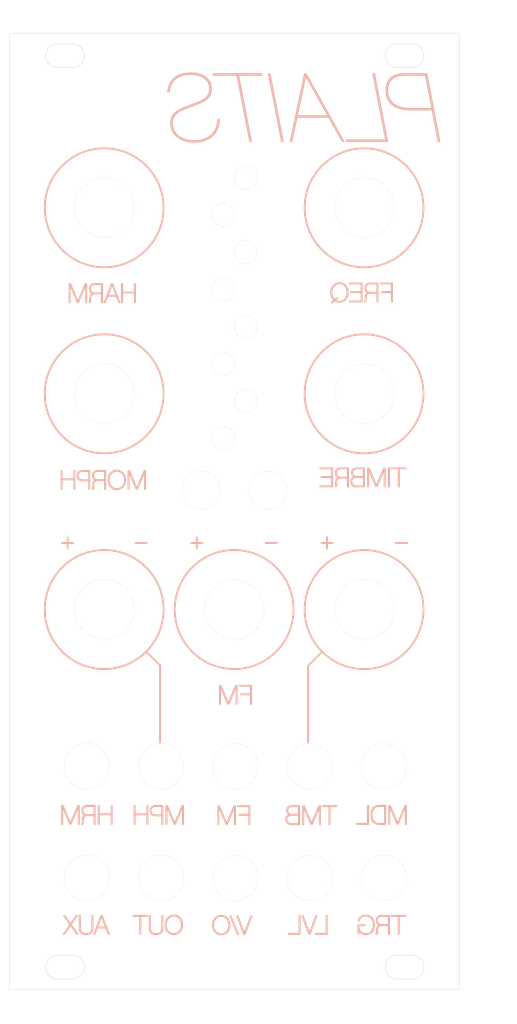
<source format=kicad_pcb>
(kicad_pcb (version 20221018) (generator pcbnew)
  (title_block (title "Plaits Main Panel"))
  (layers (0 "F.Cu" signal) (31 "B.Cu" signal) (34 "B.Paste" user) (35 "F.Paste" user) (36 "B.SilkS" user "B.Silkscreen") (37 "F.SilkS" user "F.Silkscreen") (38 "B.Mask" user) (39 "F.Mask" user) (44 "Edge.Cuts" user))
  (net 0 "")
  (gr_line (start 105.973886 53.524501) (end 106.287537 53.301459) (stroke (width 0.253998)) (layer "B.SilkS"))
  (gr_poly (pts (xy 126.597314 155.056806) (xy 126.659527 155.061592) (xy 126.720404 155.069488) (xy 126.779898 155.080429) (xy 126.837962 155.094349) (xy 126.894548 155.111182) (xy 126.949608 155.130863) (xy 127.003093 155.153326) (xy 127.054957 155.178504) (xy 127.105152 155.206333) (xy 127.153629 155.236746) (xy 127.200341 155.269678) (xy 127.24524 155.305064) (xy 127.288279 155.342836) (xy 127.329409 155.382931) (xy 127.368583 155.425281) (xy 127.405753 155.469821) (xy 127.440872 155.516486) (xy 127.47389 155.56521) (xy 127.504762 155.615927) (xy 127.533438 155.668571) (xy 127.559872 155.723076) (xy 127.584014 155.779378) (xy 127.605819 155.837409) (xy 127.625237 155.897105) (xy 127.642221 155.9584) (xy 127.656723 156.021227) (xy 127.668695 156.085522) (xy 127.678091 156.151218) (xy 127.684861 156.21825) (xy 127.688958 156.286552) (xy 127.690334 156.356058) (xy 127.688958 156.425544) (xy 127.684861 156.493789) (xy 127.678091 156.560728) (xy 127.668695 156.626298) (xy 127.656723 156.690437) (xy 127.642221 156.753081) (xy 127.625237 156.814166) (xy 127.605819 156.873631) (xy 127.584014 156.93141) (xy 127.559872 156.987442) (xy 127.533438 157.041663) (xy 127.504762 157.09401) (xy 127.47389 157.14442) (xy 127.440872 157.192828) (xy 127.405753 157.239173) (xy 127.368583 157.283392) (xy 127.329409 157.325419) (xy 127.288279 157.365194) (xy 127.24524 157.402652) (xy 127.200341 157.43773) (xy 127.153629 157.470365) (xy 127.105152 157.500493) (xy 127.054957 157.528053) (xy 127.003093 157.552979) (xy 126.949608 157.57521) (xy 126.894548 157.594682) (xy 126.837962 157.611332) (xy 126.779898 157.625096) (xy 126.720404 157.635911) (xy 126.659527 157.643715) (xy 126.597314 157.648443) (xy 126.533815 157.650033) (xy 126.470295 157.648433) (xy 126.408024 157.643677) (xy 126.347051 157.635829) (xy 126.287428 157.624954) (xy 126.229204 157.611119) (xy 126.17243 157.594387) (xy 126.117156 157.574824) (xy 126.063433 157.552494) (xy 126.011311 157.527465) (xy 125.96084 157.499799) (xy 125.912072 157.469562) (xy 125.865055 157.43682) (xy 125.819841 157.401638) (xy 125.776479 157.36408) (xy 125.735021 157.324212) (xy 125.695516 157.282098) (xy 125.658016 157.237805) (xy 125.62257 157.191396) (xy 125.589228 157.142938) (xy 125.558042 157.092495) (xy 125.529061 157.040132) (xy 125.502336 156.985914) (xy 125.477917 156.929907) (xy 125.455854 156.872176) (xy 125.436199 156.812785) (xy 125.419001 156.7518) (xy 125.40431 156.689286) (xy 125.392178 156.625308) (xy 125.382654 156.559931) (xy 125.375788 156.49322) (xy 125.371632 156.425241) (xy 125.370236 156.356058) (xy 125.486678 156.356058) (xy 125.491389 156.478674) (xy 125.49723 156.538623) (xy 125.505355 156.59757) (xy 125.515731 156.655443) (xy 125.528328 156.712169) (xy 125.543115 156.767676) (xy 125.560062 156.821891) (xy 125.579135 156.874743) (xy 125.600306 156.926159) (xy 125.623543 156.976067) (xy 125.648814 157.024394) (xy 125.67609 157.071069) (xy 125.705338 157.116019) (xy 125.736528 157.159171) (xy 125.769629 157.200454) (xy 125.804609 157.239794) (xy 125.841439 157.277121) (xy 125.880086 157.312361) (xy 125.92052 157.345442) (xy 125.96271 157.376292) (xy 126.006625 157.404839) (xy 126.052233 157.43101) (xy 126.099505 157.454733) (xy 126.148408 157.475936) (xy 126.198912 157.494547) (xy 126.250985 157.510492) (xy 126.304598 157.523701) (xy 126.359718 157.5341) (xy 126.416315 157.541617) (xy 126.474357 157.546181) (xy 126.533815 157.547718) (xy 126.59357 157.546181) (xy 126.651832 157.541617) (xy 126.708573 157.5341) (xy 126.763767 157.523701) (xy 126.817388 157.510492) (xy 126.86941 157.494547) (xy 126.919805 157.475936) (xy 126.968548 157.454733) (xy 127.015612 157.43101) (xy 127.06097 157.404839) (xy 127.104597 157.376292) (xy 127.146465 157.345442) (xy 127.186549 157.312361) (xy 127.224821 157.277121) (xy 127.261256 157.239794) (xy 127.295827 157.200454) (xy 127.328507 157.159171) (xy 127.359271 157.116019) (xy 127.388091 157.071069) (xy 127.414942 157.024394) (xy 127.439796 156.976067) (xy 127.462628 156.926159) (xy 127.483411 156.874743) (xy 127.502118 156.821891) (xy 127.518724 156.767676) (xy 127.533201 156.712169) (xy 127.545523 156.655443) (xy 127.555664 156.59757) (xy 127.563598 156.538623) (xy 127.569298 156.478674) (xy 127.572737 156.417795) (xy 127.573889 156.356058) (xy 127.569298 156.232226) (xy 127.555664 156.112258) (xy 127.533201 155.996722) (xy 127.518724 155.940795) (xy 127.502118 155.886189) (xy 127.483411 155.832976) (xy 127.462628 155.781227) (xy 127.439796 155.731014) (xy 127.414942 155.682406) (xy 127.388091 155.635477) (xy 127.359271 155.590295) (xy 127.328507 155.546934) (xy 127.295827 155.505463) (xy 127.261256 155.465955) (xy 127.224821 155.42848) (xy 127.186549 155.393109) (xy 127.146465 155.359914) (xy 127.104597 155.328965) (xy 127.06097 155.300334) (xy 127.015612 155.274093) (xy 126.968548 155.250311) (xy 126.919805 155.229061) (xy 126.86941 155.210414) (xy 126.817388 155.19444) (xy 126.763767 155.181211) (xy 126.708573 155.170797) (xy 126.651832 155.163271) (xy 126.59357 155.158703) (xy 126.533815 155.157165) (xy 126.474357 155.158713) (xy 126.416315 155.163309) (xy 126.359718 155.17088) (xy 126.304598 155.181352) (xy 126.250985 155.194653) (xy 126.198912 155.210709) (xy 126.148408 155.229448) (xy 126.099505 155.250796) (xy 126.052233 155.274681) (xy 126.006625 155.301029) (xy 125.96271 155.329767) (xy 125.92052 155.360823) (xy 125.880086 155.394123) (xy 125.841439 155.429594) (xy 125.804609 155.467162) (xy 125.769629 155.506756) (xy 125.736528 155.548302) (xy 125.705338 155.591727) (xy 125.67609 155.636958) (xy 125.648814 155.683922) (xy 125.623543 155.732545) (xy 125.600306 155.782756) (xy 125.579135 155.834479) (xy 125.560062 155.887644) (xy 125.543115 155.942176) (xy 125.528328 155.998003) (xy 125.515731 156.055051) (xy 125.505355 156.113248) (xy 125.49723 156.17252) (xy 125.491389 156.232794) (xy 125.487861 156.293998) (xy 125.486678 156.356058) (xy 125.370236 156.356058) (xy 125.371632 156.286552) (xy 125.375788 156.21825) (xy 125.382654 156.151218) (xy 125.392178 156.085522) (xy 125.40431 156.021227) (xy 125.419001 155.9584) (xy 125.436199 155.897105) (xy 125.455854 155.837409) (xy 125.477917 155.779378) (xy 125.502336 155.723076) (xy 125.529061 155.668571) (xy 125.558042 155.615927) (xy 125.589228 155.56521) (xy 125.62257 155.516486) (xy 125.658016 155.469821) (xy 125.695516 155.425281) (xy 125.735021 155.382931) (xy 125.776479 155.342836) (xy 125.819841 155.305064) (xy 125.865055 155.269678) (xy 125.912072 155.236746) (xy 125.96084 155.206333) (xy 126.011311 155.178504) (xy 126.063433 155.153326) (xy 126.117156 155.130863) (xy 126.17243 155.111182) (xy 126.229204 155.094349) (xy 126.287428 155.080429) (xy 126.347051 155.069488) (xy 126.408024 155.061592) (xy 126.470295 155.056806) (xy 126.533815 155.055196)) (stroke (width 0.176388)) (fill solid) (layer "B.SilkS"))
  (gr_line (start 138.245739 116.685741) (end 138.119965 116.314029) (stroke (width 0.253998)) (layer "B.SilkS"))
  (gr_line (start 122.881489 119.856817) (end 122.603654 119.591927) (stroke (width 0.253998)) (layer "B.SilkS"))
  (gr_line (start 148.874262 106.56375) (end 149.228632 106.723957) (stroke (width 0.253998)) (layer "B.SilkS"))
  (gr_line (start 150.54683 91.345859) (end 150.233178 91.568902) (stroke (width 0.253998)) (layer "B.SilkS"))
  (gr_line (start 138.549188 117.403404) (end 138.388981 117.049034) (stroke (width 0.253998)) (layer "B.SilkS"))
  (gr_line (start 123.787632 107.301344) (end 124.112217 107.093257) (stroke (width 0.253998)) (layer "B.SilkS"))
  (gr_line (start 116.417264 108.278216) (end 116.682155 108.556051) (stroke (width 0.253998)) (layer "B.SilkS"))
  (gr_line (start 149.228632 92.146289) (end 148.874262 92.306496) (stroke (width 0.253998)) (layer "B.SilkS"))
  (gr_line (start 151.933489 65.023925) (end 151.682045 65.314201) (stroke (width 0.253998)) (layer "B.SilkS"))
  (gr_line (start 138.549188 56.466854) (end 138.725858 56.12191) (stroke (width 0.253998)) (layer "B.SilkS"))
  (gr_line (start 143.760976 92.683314) (end 143.381346 92.575511) (stroke (width 0.253998)) (layer "B.SilkS"))
  (gr_line (start 108.009744 92.449738) (end 107.646451 92.306496) (stroke (width 0.253998)) (layer "B.SilkS"))
  (gr_line (start 114.908702 53.093372) (end 115.233287 53.30146) (stroke (width 0.253998)) (layer "B.SilkS"))
  (gr_line (start 152.602115 80.786886) (end 152.794745 81.121902) (stroke (width 0.253998)) (layer "B.SilkS"))
  (gr_line (start 142.29197 106.723957) (end 142.64634 106.56375) (stroke (width 0.253998)) (layer "B.SilkS"))
  (gr_line (start 139.126576 64.408058) (end 138.918488 64.083473) (stroke (width 0.253998)) (layer "B.SilkS"))
  (gr_line (start 136.219204 114.753027) (end 136.168329 115.153394) (stroke (width 0.253998)) (layer "B.SilkS"))
  (gr_line (start 145.760299 121.935071) (end 145.34862 121.924662) (stroke (width 0.253998)) (layer "B.SilkS"))
  (gr_poly (pts (xy 120.258578 142.658358) (xy 120.262195 142.658358) (xy 121.274017 140.281935) (xy 121.432836 140.281935) (xy 121.432836 142.802717) (xy 121.326899 142.802717) (xy 121.326899 140.451094) (xy 121.323453 140.451094) (xy 120.318522 142.802717) (xy 120.205694 142.802717) (xy 119.207996 140.451094) (xy 119.204378 140.451094) (xy 119.204378 142.802717) (xy 119.095168 142.802717) (xy 119.095168 140.281935) (xy 119.260878 140.281935)) (stroke (width 0.176388)) (fill solid) (layer "B.SilkS"))
  (gr_line (start 146.578252 51.976489) (end 146.97862 52.027364) (stroke (width 0.253998)) (layer "B.SilkS"))
  (gr_line (start 116.682155 54.556165) (end 116.933599 54.846441) (stroke (width 0.253998)) (layer "B.SilkS"))
  (gr_line (start 142.29197 52.724072) (end 142.64634 52.563865) (stroke (width 0.253998)) (layer "B.SilkS"))
  (gr_line (start 138.388981 56.821223) (end 138.549188 56.466854) (stroke (width 0.253998)) (layer "B.SilkS"))
  (gr_line (start 142.64634 121.306392) (end 142.29197 121.146185) (stroke (width 0.253998)) (layer "B.SilkS"))
  (gr_line (start 137.801604 59.11723) (end 137.852479 58.716863) (stroke (width 0.253998)) (layer "B.SilkS"))
  (gr_line (start 105.381394 79.013432) (end 105.67167 78.761988) (stroke (width 0.253998)) (layer "B.SilkS"))
  (gr_line (start 152.394026 55.462309) (end 152.602114 55.786894) (stroke (width 0.253998)) (layer "B.SilkS"))
  (gr_line (start 145.760299 67.935179) (end 145.34862 67.924769) (stroke (width 0.253998)) (layer "B.SilkS"))
  (gr_line (start 136.008646 111.935747) (end 136.097975 112.322793) (stroke (width 0.253998)) (layer "B.SilkS"))
  (gr_line (start 137.922832 86.547456) (end 137.852479 86.153498) (stroke (width 0.253998)) (layer "B.SilkS"))
  (gr_line (start 106.947138 66.969626) (end 106.612122 66.776996) (stroke (width 0.253998)) (layer "B.SilkS"))
  (gr_poly (pts (xy 113.224211 71.274966) (xy 114.842544 71.274966) (xy 114.842544 70.143252) (xy 114.951926 70.143252) (xy 114.951926 72.6642) (xy 114.842544 72.6642) (xy 114.842544 71.370222) (xy 113.224211 71.370222) (xy 113.224211 72.6642) (xy 113.11483 72.6642) (xy 113.11483 70.143252) (xy 113.224211 70.143252)) (stroke (width 0.176388)) (fill solid) (layer "B.SilkS"))
  (gr_line (start 103.725971 56.121907) (end 103.918601 55.786891) (stroke (width 0.253998)) (layer "B.SilkS"))
  (gr_line (start 141.947026 66.969623) (end 141.612011 66.776993) (stroke (width 0.253998)) (layer "B.SilkS"))
  (gr_line (start 152.170985 89.721704) (end 151.933491 90.023919) (stroke (width 0.253998)) (layer "B.SilkS"))
  (gr_line (start 137.760301 113.935073) (end 137.77071 113.523394) (stroke (width 0.253998)) (layer "B.SilkS"))
  (gr_poly (pts (xy 116.578355 155.160959) (xy 115.679185 155.160959) (xy 115.679185 157.579751) (xy 115.566358 157.579751) (xy 115.566358 155.160959) (xy 114.667361 155.160959) (xy 114.667361 155.058634) (xy 116.578355 155.058634)) (stroke (width 0.176388)) (fill solid) (layer "B.SilkS"))
  (gr_line (start 115.546938 53.524502) (end 115.849153 53.761996) (stroke (width 0.253998)) (layer "B.SilkS"))
  (gr_line (start 102.801717 114.753026) (end 102.770824 114.346752) (stroke (width 0.253998)) (layer "B.SilkS"))
  (gr_line (start 117.971523 56.466852) (end 118.13173 56.821222) (stroke (width 0.253998)) (layer "B.SilkS"))
  (gr_line (start 145.760299 92.935175) (end 145.34862 92.924766) (stroke (width 0.253998)) (layer "B.SilkS"))
  (gr_line (start 149.573577 106.900627) (end 149.908593 107.093257) (stroke (width 0.253998)) (layer "B.SilkS"))
  (gr_line (start 102.922946 86.547456) (end 102.852592 86.153498) (stroke (width 0.253998)) (layer "B.SilkS"))
  (gr_line (start 135.47162 110.46674) (end 135.631827 110.82111) (stroke (width 0.253998)) (layer "B.SilkS"))
  (gr_line (start 149.573574 66.969623) (end 149.22863 67.146293) (stroke (width 0.253998)) (layer "B.SilkS"))
  (gr_line (start 153.274864 111.184403) (end 153.400638 111.556116) (stroke (width 0.253998)) (layer "B.SilkS"))
  (gr_line (start 120.620173 116.314029) (end 120.51237 115.934398) (stroke (width 0.253998)) (layer "B.SilkS"))
  (gr_line (start 103.012275 82.935851) (end 103.120078 82.55622) (stroke (width 0.253998)) (layer "B.SilkS"))
  (gr_line (start 132.408798 120.776885) (end 132.073782 120.969515) (stroke (width 0.253998)) (layer "B.SilkS"))
  (gr_line (start 126.261183 121.68321) (end 125.881552 121.575407) (stroke (width 0.253998)) (layer "B.SilkS"))
  (gr_line (start 140.973774 78.524494) (end 141.287426 78.301451) (stroke (width 0.253998)) (layer "B.SilkS"))
  (gr_line (start 141.947026 120.969515) (end 141.612011 120.776885) (stroke (width 0.253998)) (layer "B.SilkS"))
  (gr_line (start 136.260507 113.935073) (end 136.250097 114.346752) (stroke (width 0.253998)) (layer "B.SilkS"))
  (gr_line (start 151.139321 119.856817) (end 150.849045 120.108261) (stroke (width 0.253998)) (layer "B.SilkS"))
  (gr_line (start 145.34862 121.924662) (end 144.942346 121.893768) (stroke (width 0.253998)) (layer "B.SilkS"))
  (gr_line (start 110.348733 121.924662) (end 109.942458 121.893768) (stroke (width 0.253998)) (layer "B.SilkS"))
  (gr_poly (pts (xy 118.635248 142.802717) (xy 118.525867 142.802717) (xy 118.525867 141.649987) (xy 117.739524 141.649987) (xy 117.643469 141.647184) (xy 117.55361 141.638809) (xy 117.511005 141.632546) (xy 117.469949 141.624906) (xy 117.430442 141.615897) (xy 117.392485 141.605524) (xy 117.356077 141.593791) (xy 117.321218 141.580707) (xy 117.287908 141.566275) (xy 117.256148 141.550502) (xy 117.225937 141.533394) (xy 117.197275 141.514956) (xy 117.170163 141.495194) (xy 117.1446 141.474115) (xy 117.120586 141.451724) (xy 117.098121 141.428026) (xy 117.077206 141.403028) (xy 117.05784 141.376735) (xy 117.040023 141.349153) (xy 117.023756 141.320288) (xy 117.009037 141.290146) (xy 116.995868 141.258732) (xy 116.984249 141.226052) (xy 116.974179 141.192113) (xy 116.965657 141.15692) (xy 116.958686 141.120478) (xy 116.953263 141.082794) (xy 116.94939 141.043873) (xy 116.947066 141.003721) (xy 116.946291 140.962344) (xy 117.059117 140.962344) (xy 117.059719 140.996618) (xy 117.061532 141.029988) (xy 117.06457 141.062445) (xy 117.068846 141.093974) (xy 117.074376 141.124565) (xy 117.081171 141.154204) (xy 117.089245 141.18288) (xy 117.098612 141.210581) (xy 117.109286 141.237294) (xy 117.12128 141.263007) (xy 117.134608 141.287708) (xy 117.149283 141.311385) (xy 117.165318 141.334026) (xy 117.182729 141.355618) (xy 117.201527 141.37615) (xy 117.221726 141.395609) (xy 117.243341 141.413982) (xy 117.266384 141.431259) (xy 117.290869 141.447426) (xy 117.31681 141.462472) (xy 117.34422 141.476384) (xy 117.373114 141.48915) (xy 117.403503 141.500758) (xy 117.435403 141.511196) (xy 117.468826 141.520451) (xy 117.503786 141.528512) (xy 117.540297 141.535366) (xy 117.578372 141.541001) (xy 117.618025 141.545405) (xy 117.65927 141.548566) (xy 117.702119 141.550472) (xy 117.746587 141.55111) (xy 118.525867 141.55111) (xy 118.525867 140.383914) (xy 117.721954 140.383914) (xy 117.645956 140.386342) (xy 117.574037 140.393579) (xy 117.539642 140.39898) (xy 117.506309 140.405558) (xy 117.474053 140.413306) (xy 117.442888 140.422213) (xy 117.412827 140.432273) (xy 117.383886 140.443477) (xy 117.356078 140.455816) (xy 117.329418 140.469282) (xy 117.30392 140.483867) (xy 117.279597 140.499561) (xy 117.256465 140.516358) (xy 117.234538 140.534248) (xy 117.213829 140.553223) (xy 117.194353 140.573274) (xy 117.176124 140.594394) (xy 117.159157 140.616574) (xy 117.143465 140.639805) (xy 117.129063 140.664079) (xy 117.115966 140.689388) (xy 117.104186 140.715723) (xy 117.093739 140.743076) (xy 117.084639 140.771438) (xy 117.0769 140.800802) (xy 117.070536 140.831159) (xy 117.065562 140.862499) (xy 117.061991 140.894816) (xy 117.059838 140.928101) (xy 117.059117 140.962344) (xy 116.946291 140.962344) (xy 116.94736 140.916861) (xy 116.950546 140.873034) (xy 116.955818 140.830859) (xy 116.963145 140.790329) (xy 116.972498 140.751437) (xy 116.983844 140.714179) (xy 116.997153 140.678547) (xy 117.012394 140.644537) (xy 117.029537 140.612141) (xy 117.04855 140.581354) (xy 117.069404 140.55217) (xy 117.092067 140.524582) (xy 117.116508 140.498585) (xy 117.142697 140.474173) (xy 117.170602 140.451339) (xy 117.200194 140.430077) (xy 117.224456 140.412119) (xy 117.249652 140.395323) (xy 117.275808 140.379689) (xy 117.302949 140.365216) (xy 117.331102 140.351904) (xy 117.360292 140.339752) (xy 117.390545 140.32876) (xy 117.421886 140.318927) (xy 117.454341 140.310253) (xy 117.487937 140.302737) (xy 117.522698 140.296379) (xy 117.558651 140.291177) (xy 117.595821 140.287133) (xy 117.634234 140.284245) (xy 117.673916 140.282512) (xy 117.714892 140.281935) (xy 118.635248 140.281935)) (stroke (width 0.176388)) (fill solid) (layer "B.SilkS"))
  (gr_line (start 120.42304 115.547352) (end 120.352687 115.153394) (stroke (width 0.253998)) (layer "B.SilkS"))
  (gr_line (start 114.908702 91.776989) (end 114.573686 91.969619) (stroke (width 0.253998)) (layer "B.SilkS"))
  (gr_line (start 121.849825 109.148543) (end 122.08732 108.846327) (stroke (width 0.253998)) (layer "B.SilkS"))
  (gr_line (start 118.13173 81.821215) (end 118.274972 82.184507) (stroke (width 0.253998)) (layer "B.SilkS"))
  (gr_line (start 114.228742 92.146289) (end 113.874372 92.306496) (stroke (width 0.253998)) (layer "B.SilkS"))
  (gr_line (start 142.29197 92.146289) (end 141.947026 91.969619) (stroke (width 0.253998)) (layer "B.SilkS"))
  (gr_line (start 122.08732 108.846327) (end 122.338764 108.556051) (stroke (width 0.253998)) (layer "B.SilkS"))
  (gr_line (start 134.182252 119.314092) (end 133.917361 119.591927) (stroke (width 0.253998)) (layer "B.SilkS"))
  (gr_line (start 116.933599 119.023813) (end 116.682155 119.31409) (stroke (width 0.253998)) (layer "B.SilkS"))
  (gr_line (start 131.374468 121.306392) (end 131.011175 121.449634) (stroke (width 0.253998)) (layer "B.SilkS"))
  (gr_line (start 139.349618 55.148657) (end 139.587113 54.846442) (stroke (width 0.253998)) (layer "B.SilkS"))
  (gr_line (start 114.573686 120.969514) (end 114.228742 121.146184) (stroke (width 0.253998)) (layer "B.SilkS"))
  (gr_line (start 151.139321 108.013325) (end 151.417156 108.278216) (stroke (width 0.253998)) (layer "B.SilkS"))
  (gr_line (start 128.260507 121.935071) (end 127.848828 121.924662) (stroke (width 0.253998)) (layer "B.SilkS"))
  (gr_line (start 115.849153 120.108259) (end 115.546938 120.345754) (stroke (width 0.253998)) (layer "B.SilkS"))
  (gr_line (start 120.51237 111.935747) (end 120.620173 111.556116) (stroke (width 0.253998)) (layer "B.SilkS"))
  (gr_poly (pts (xy 145.486139 72.576866) (xy 143.793736 72.576866) (xy 143.793736 72.474546) (xy 145.376759 72.474546) (xy 145.376759 71.321645) (xy 143.952387 71.321645) (xy 143.952387 71.222944) (xy 145.376759 71.222944) (xy 145.376759 70.15462) (xy 143.828877 70.15462) (xy 143.828877 70.055919) (xy 145.486139 70.055919)) (stroke (width 0.176388)) (fill solid) (layer "B.SilkS"))
  (gr_line (start 109.942458 105.976373) (end 110.348733 105.94548) (stroke (width 0.253998)) (layer "B.SilkS"))
  (gr_line (start 138.549188 81.466846) (end 138.725858 81.121902) (stroke (width 0.253998)) (layer "B.SilkS"))
  (gr_line (start 114.908702 66.776996) (end 114.573686 66.969626) (stroke (width 0.253998)) (layer "B.SilkS"))
  (gr_line (start 110.760412 121.935071) (end 110.348733 121.924662) (stroke (width 0.253998)) (layer "B.SilkS"))
  (gr_line (start 107.292082 106.723957) (end 107.646452 106.56375) (stroke (width 0.253998)) (layer "B.SilkS"))
  (gr_line (start 143.381346 52.29485) (end 143.760976 52.187047) (stroke (width 0.253998)) (layer "B.SilkS"))
  (gr_line (start 139.838557 108.556051) (end 140.103447 108.278216) (stroke (width 0.253998)) (layer "B.SilkS"))
  (gr_line (start 148.139256 121.575407) (end 147.759625 121.68321) (stroke (width 0.253998)) (layer "B.SilkS"))
  (gr_poly (pts (xy 132.003937 42.097426) (xy 128.842029 42.097426) (xy 130.569054 50.999034) (xy 130.37854 50.999034) (xy 128.651686 42.097426) (xy 125.464286 42.097426) (xy 125.426218 41.91966) (xy 131.965869 41.91966)) (stroke (width 0.176388)) (fill solid) (layer "B.SilkS"))
  (gr_line (start 144.541979 52.027364) (end 144.942346 51.976489) (stroke (width 0.253998)) (layer "B.SilkS"))
  (gr_line (start 153.131622 56.821223) (end 153.274863 57.184516) (stroke (width 0.253998)) (layer "B.SilkS"))
  (gr_line (start 111.978732 121.842893) (end 111.578365 121.893768) (stroke (width 0.253998)) (layer "B.SilkS"))
  (gr_line (start 117.394136 109.462194) (end 117.602223 109.786779) (stroke (width 0.253998)) (layer "B.SilkS"))
  (gr_line (start 140.765404 105.37197) (end 140.765404 105.752972) (stroke (width 0.253998)) (layer "B.SilkS"))
  (gr_line (start 103.245852 116.685739) (end 103.120078 116.314027) (stroke (width 0.253998)) (layer "B.SilkS"))
  (gr_line (start 113.511079 77.420616) (end 113.874372 77.563858) (stroke (width 0.253998)) (layer "B.SilkS"))
  (gr_line (start 150.849045 107.761881) (end 151.139321 108.013325) (stroke (width 0.253998)) (layer "B.SilkS"))
  (gr_line (start 108.009744 121.449633) (end 107.646451 121.306391) (stroke (width 0.253998)) (layer "B.SilkS"))
  (gr_line (start 117.602223 118.083362) (end 117.394136 118.407947) (stroke (width 0.253998)) (layer "B.SilkS"))
  (gr_line (start 139.349618 118.7216) (end 139.126576 118.407949) (stroke (width 0.253998)) (layer "B.SilkS"))
  (gr_line (start 139.126576 118.407949) (end 138.918488 118.083364) (stroke (width 0.253998)) (layer "B.SilkS"))
  (gr_line (start 116.417264 119.591925) (end 116.13943 119.856816) (stroke (width 0.253998)) (layer "B.SilkS"))
  (gr_line (start 138.119965 82.556222) (end 138.245739 82.184509) (stroke (width 0.253998)) (layer "B.SilkS"))
  (gr_line (start 102.770824 84.523498) (end 102.801717 84.117223) (stroke (width 0.253998)) (layer "B.SilkS"))
  (gr_line (start 152.971415 81.466846) (end 153.131622 81.821216) (stroke (width 0.253998)) (layer "B.SilkS"))
  (gr_line (start 127.848828 105.94548) (end 128.260507 105.93507) (stroke (width 0.253998)) (layer "B.SilkS"))
  (gr_line (start 113.511079 106.420508) (end 113.874372 106.56375) (stroke (width 0.253998)) (layer "B.SilkS"))
  (gr_line (start 106.947138 52.900742) (end 107.292082 52.724072) (stroke (width 0.253998)) (layer "B.SilkS"))
  (gr_line (start 142.64634 92.306496) (end 142.29197 92.146289) (stroke (width 0.253998)) (layer "B.SilkS"))
  (gr_line (start 147.372579 77.097708) (end 147.759625 77.187038) (stroke (width 0.253998)) (layer "B.SilkS"))
  (gr_line (start 118.13173 56.821222) (end 118.274972 57.184515) (stroke (width 0.253998)) (layer "B.SilkS"))
  (gr_line (start 105.103559 90.592031) (end 104.838668 90.314196) (stroke (width 0.253998)) (layer "B.SilkS"))
  (gr_line (start 152.394028 89.408053) (end 152.170985 89.721704) (stroke (width 0.253998)) (layer "B.SilkS"))
  (gr_line (start 109.942458 51.97649) (end 110.348733 51.945596) (stroke (width 0.253998)) (layer "B.SilkS"))
  (gr_line (start 108.381457 77.294843) (end 108.761088 77.18704) (stroke (width 0.253998)) (layer "B.SilkS"))
  (gr_line (start 143.760976 77.187038) (end 144.148021 77.097708) (stroke (width 0.253998)) (layer "B.SilkS"))
  (gr_line (start 146.978621 92.842997) (end 146.578253 92.893872) (stroke (width 0.253998)) (layer "B.SilkS"))
  (gr_line (start 150.849043 53.761996) (end 151.139319 54.01344) (stroke (width 0.253998)) (layer "B.SilkS"))
  (gr_line (start 145.34862 51.945595) (end 145.760299 51.935186) (stroke (width 0.253998)) (layer "B.SilkS"))
  (gr_line (start 106.947138 77.900735) (end 107.292082 77.724065) (stroke (width 0.253998)) (layer "B.SilkS"))
  (gr_line (start 144.541979 106.027248) (end 144.942346 105.976373) (stroke (width 0.253998)) (layer "B.SilkS"))
  (gr_line (start 153.131622 110.82111) (end 153.274864 111.184403) (stroke (width 0.253998)) (layer "B.SilkS"))
  (gr_line (start 117.971523 117.403402) (end 117.794853 117.748346) (stroke (width 0.253998)) (layer "B.SilkS"))
  (gr_line (start 104.126688 118.407947) (end 103.9186 118.083362) (stroke (width 0.253998)) (layer "B.SilkS"))
  (gr_line (start 118.75 113.523394) (end 118.76041 113.935073) (stroke (width 0.253998)) (layer "B.SilkS"))
  (gr_line (start 153.668124 61.153505) (end 153.59777 61.547462) (stroke (width 0.253998)) (layer "B.SilkS"))
  (gr_line (start 106.612122 120.776884) (end 106.287537 120.568796) (stroke (width 0.253998)) (layer "B.SilkS"))
  (gr_line (start 143.381346 92.575511) (end 143.009633 92.449738) (stroke (width 0.253998)) (layer "B.SilkS"))
  (gr_line (start 103.72597 117.748346) (end 103.549301 117.403402) (stroke (width 0.253998)) (layer "B.SilkS"))
  (gr_line (start 120.301812 113.117119) (end 120.352687 112.716751) (stroke (width 0.253998)) (layer "B.SilkS"))
  (gr_line (start 148.874262 92.306496) (end 148.510969 92.449738) (stroke (width 0.253998)) (layer "B.SilkS"))
  (gr_line (start 153.50844 61.934508) (end 153.400637 62.314138) (stroke (width 0.253998)) (layer "B.SilkS"))
  (gr_line (start 137.801604 114.753027) (end 137.77071 114.346752) (stroke (width 0.253998)) (layer "B.SilkS"))
  (gr_line (start 109.148133 106.097602) (end 109.542091 106.027248) (stroke (width 0.253998)) (layer "B.SilkS"))
  (gr_line (start 102.801717 60.753138) (end 102.770824 60.346863) (stroke (width 0.253998)) (layer "B.SilkS"))
  (gr_line (start 138.388981 110.82111) (end 138.549188 110.46674) (stroke (width 0.253998)) (layer "B.SilkS"))
  (gr_line (start 118.274972 62.685853) (end 118.13173 63.049145) (stroke (width 0.253998)) (layer "B.SilkS"))
  (gr_line (start 134.67119 118.7216) (end 134.433696 119.023815) (stroke (width 0.253998)) (layer "B.SilkS"))
  (gr_line (start 151.682047 108.556051) (end 151.933491 108.846327) (stroke (width 0.253998)) (layer "B.SilkS"))
  (gr_poly (pts (xy 138.677257 142.692467) (xy 138.680873 142.692467) (xy 139.692699 140.316043) (xy 139.851517 140.316043) (xy 139.851517 142.837161) (xy 139.745581 142.837161) (xy 139.745581 140.485202) (xy 139.742135 140.485202) (xy 138.737201 142.837161) (xy 138.624375 142.837161) (xy 137.626674 140.485202) (xy 137.623058 140.485202) (xy 137.623058 142.837161) (xy 137.513848 142.837161) (xy 137.513848 140.316043) (xy 137.679556 140.316043)) (stroke (width 0.176388)) (fill solid) (layer "B.SilkS"))
  (gr_line (start 118.13173 63.049145) (end 117.971523 63.403515) (stroke (width 0.253998)) (layer "B.SilkS"))
  (gr_poly (pts (xy 151.373634 155.160959) (xy 150.474465 155.160959) (xy 150.474465 157.579751) (xy 150.361636 157.579751) (xy 150.361636 155.160959) (xy 149.462639 155.160959) (xy 149.462639 155.058634) (xy 151.373634 155.058634)) (stroke (width 0.176388)) (fill solid) (layer "B.SilkS"))
  (gr_line (start 139.126576 109.462194) (end 139.349618 109.148543) (stroke (width 0.253998)) (layer "B.SilkS"))
  (gr_line (start 138.388981 88.049138) (end 138.245739 87.685845) (stroke (width 0.253998)) (layer "B.SilkS"))
  (gr_line (start 103.120078 87.314132) (end 103.012275 86.934502) (stroke (width 0.253998)) (layer "B.SilkS"))
  (gr_line (start 146.578253 105.976373) (end 146.978621 106.027248) (stroke (width 0.253998)) (layer "B.SilkS"))
  (gr_line (start 144.148021 77.097708) (end 144.541979 77.027355) (stroke (width 0.253998)) (layer "B.SilkS"))
  (gr_line (start 112.759736 52.187048) (end 113.139366 52.294851) (stroke (width 0.253998)) (layer "B.SilkS"))
  (gr_line (start 153.508441 111.935747) (end 153.59777 112.322793) (stroke (width 0.253998)) (layer "B.SilkS"))
  (gr_line (start 121.226065 110.121795) (end 121.418695 109.786779) (stroke (width 0.253998)) (layer "B.SilkS"))
  (gr_line (start 104.126688 89.408053) (end 103.9186 89.083468) (stroke (width 0.253998)) (layer "B.SilkS"))
  (gr_line (start 152.170985 109.148543) (end 152.394028 109.462194) (stroke (width 0.253998)) (layer "B.SilkS"))
  (gr_line (start 113.511079 52.420624) (end 113.874372 52.563866) (stroke (width 0.253998)) (layer "B.SilkS"))
  (gr_line (start 148.510969 92.449738) (end 148.139256 92.575511) (stroke (width 0.253998)) (layer "B.SilkS"))
  (gr_line (start 103.9186 64.083476) (end 103.72597 63.74846) (stroke (width 0.253998)) (layer "B.SilkS"))
  (gr_line (start 146.578253 92.893872) (end 146.171978 92.924766) (stroke (width 0.253998)) (layer "B.SilkS"))
  (gr_line (start 115.233287 53.30146) (end 115.546938 53.524502) (stroke (width 0.253998)) (layer "B.SilkS"))
  (gr_line (start 137.77071 59.523505) (end 137.801604 59.11723) (stroke (width 0.253998)) (layer "B.SilkS"))
  (gr_line (start 131.011175 106.420508) (end 131.374468 106.56375) (stroke (width 0.253998)) (layer "B.SilkS"))
  (gr_line (start 147.372579 106.097602) (end 147.759625 106.186931) (stroke (width 0.253998)) (layer "B.SilkS"))
  (gr_line (start 117.602223 109.786779) (end 117.794853 110.121795) (stroke (width 0.253998)) (layer "B.SilkS"))
  (gr_line (start 148.510969 121.449634) (end 148.139256 121.575407) (stroke (width 0.253998)) (layer "B.SilkS"))
  (gr_line (start 103.120078 82.55622) (end 103.245852 82.184507) (stroke (width 0.253998)) (layer "B.SilkS"))
  (gr_line (start 118.508549 86.934502) (end 118.400746 87.314132) (stroke (width 0.253998)) (layer "B.SilkS"))
  (gr_line (start 138.725858 117.748348) (end 138.549188 117.403404) (stroke (width 0.253998)) (layer "B.SilkS"))
  (gr_line (start 118.76041 59.935184) (end 118.75 60.346863) (stroke (width 0.253998)) (layer "B.SilkS"))
  (gr_line (start 150.233176 53.30146) (end 150.546827 53.524502) (stroke (width 0.253998)) (layer "B.SilkS"))
  (gr_line (start 118.719107 85.753131) (end 118.668232 86.153498) (stroke (width 0.253998)) (layer "B.SilkS"))
  (gr_line (start 149.90859 53.093372) (end 150.233176 53.30146) (stroke (width 0.253998)) (layer "B.SilkS"))
  (gr_line (start 141.612011 66.776993) (end 141.287426 66.568906) (stroke (width 0.253998)) (layer "B.SilkS"))
  (gr_line (start 153.718999 59.11723) (end 153.749892 59.523505) (stroke (width 0.253998)) (layer "B.SilkS"))
  (gr_line (start 150.849043 66.10837) (end 150.546827 66.345864) (stroke (width 0.253998)) (layer "B.SilkS"))
  (gr_line (start 143.760976 121.68321) (end 143.381346 121.575407) (stroke (width 0.253998)) (layer "B.SilkS"))
  (gr_line (start 114.228742 121.146184) (end 113.874372 121.306391) (stroke (width 0.253998)) (layer "B.SilkS"))
  (gr_line (start 105.973886 78.524494) (end 106.287537 78.301452) (stroke (width 0.253998)) (layer "B.SilkS"))
  (gr_line (start 127.042186 106.027248) (end 127.442553 105.976373) (stroke (width 0.253998)) (layer "B.SilkS"))
  (gr_line (start 143.009633 52.420623) (end 143.381346 52.29485) (stroke (width 0.253998)) (layer "B.SilkS"))
  (gr_line (start 117.602223 80.786885) (end 117.794853 81.121901) (stroke (width 0.253998)) (layer "B.SilkS"))
  (gr_line (start 118.76041 113.935073) (end 118.75 114.346752) (stroke (width 0.253998)) (layer "B.SilkS"))
  (gr_line (start 106.947138 106.900627) (end 107.292082 106.723957) (stroke (width 0.253998)) (layer "B.SilkS"))
  (gr_line (start 135.775069 116.685741) (end 135.631827 117.049034) (stroke (width 0.253998)) (layer "B.SilkS"))
  (gr_line (start 104.126688 55.462306) (end 104.34973 55.148655) (stroke (width 0.253998)) (layer "B.SilkS"))
  (gr_line (start 117.602223 64.083475) (end 117.394136 64.40806) (stroke (width 0.253998)) (layer "B.SilkS"))
  (gr_line (start 116.682155 119.31409) (end 116.417264 119.591925) (stroke (width 0.253998)) (layer "B.SilkS"))
  (gr_line (start 153.59777 83.322898) (end 153.668124 83.716856) (stroke (width 0.253998)) (layer "B.SilkS"))
  (gr_line (start 150.54683 120.345755) (end 150.233178 120.568798) (stroke (width 0.253998)) (layer "B.SilkS"))
  (gr_line (start 128.672185 121.924662) (end 128.260507 121.935071) (stroke (width 0.253998)) (layer "B.SilkS"))
  (gr_line (start 134.433696 108.846327) (end 134.67119 109.148543) (stroke (width 0.253998)) (layer "B.SilkS"))
  (gr_line (start 110.348733 76.945589) (end 110.760412 76.935179) (stroke (width 0.253998)) (layer "B.SilkS"))
  (gr_line (start 147.372579 92.772644) (end 146.978621 92.842997) (stroke (width 0.253998)) (layer "B.SilkS"))
  (gr_line (start 116.13943 65.856928) (end 115.849153 66.108372) (stroke (width 0.253998)) (layer "B.SilkS"))
  (gr_line (start 111.978732 52.027365) (end 112.37269 52.097718) (stroke (width 0.253998)) (layer "B.SilkS"))
  (gr_line (start 140.973774 53.524502) (end 141.287426 53.30146) (stroke (width 0.253998)) (layer "B.SilkS"))
  (gr_line (start 132.408798 107.093257) (end 132.733383 107.301344) (stroke (width 0.253998)) (layer "B.SilkS"))
  (gr_line (start 151.139319 54.01344) (end 151.417154 54.278331) (stroke (width 0.253998)) (layer "B.SilkS"))
  (gr_line (start 104.587225 79.846433) (end 104.838668 79.556157) (stroke (width 0.253998)) (layer "B.SilkS"))
  (gr_line (start 105.840413 105.37197) (end 105.840413 105.752972) (stroke (width 0.253998)) (layer "B.SilkS"))
  (gr_line (start 117.971523 110.46674) (end 118.13173 110.82111) (stroke (width 0.253998)) (layer "B.SilkS"))
  (gr_line (start 104.587224 119.023813) (end 104.34973 118.721598) (stroke (width 0.253998)) (layer "B.SilkS"))
  (gr_line (start 137.801604 113.117119) (end 137.852479 112.716751) (stroke (width 0.253998)) (layer "B.SilkS"))
  (gr_line (start 138.549188 88.403508) (end 138.388981 88.049138) (stroke (width 0.253998)) (layer "B.SilkS"))
  (gr_line (start 121.849825 118.7216) (end 121.626783 118.407949) (stroke (width 0.253998)) (layer "B.SilkS"))
  (gr_line (start 141.612011 78.093364) (end 141.947026 77.900734) (stroke (width 0.253998)) (layer "B.SilkS"))
  (gr_line (start 110.348733 51.945596) (end 110.760412 51.935187) (stroke (width 0.253998)) (layer "B.SilkS"))
  (gr_line (start 111.978732 77.027357) (end 112.37269 77.097711) (stroke (width 0.253998)) (layer "B.SilkS"))
  (gr_line (start 125.146547 121.306392) (end 124.792177 121.146185) (stroke (width 0.253998)) (layer "B.SilkS"))
  (gr_line (start 111.172091 92.924766) (end 110.760412 92.935175) (stroke (width 0.253998)) (layer "B.SilkS"))
  (gr_line (start 116.13943 119.856816) (end 115.849153 120.108259) (stroke (width 0.253998)) (layer "B.SilkS"))
  (gr_line (start 108.009744 106.420508) (end 108.381457 106.294734) (stroke (width 0.253998)) (layer "B.SilkS"))
  (gr_line (start 140.103447 65.592036) (end 139.838557 65.314201) (stroke (width 0.253998)) (layer "B.SilkS"))
  (gr_poly (pts (xy 112.531856 95.212918) (xy 112.594069 95.217706) (xy 112.654946 95.225605) (xy 112.71444 95.236549) (xy 112.772504 95.250473) (xy 112.82909 95.267311) (xy 112.88415 95.286997) (xy 112.937635 95.309466) (xy 112.989499 95.334651) (xy 113.039693 95.362487) (xy 113.08817 95.392907) (xy 113.134883 95.425847) (xy 113.179782 95.46124) (xy 113.22282 95.499021) (xy 113.263951 95.539124) (xy 113.303125 95.581482) (xy 113.340295 95.626031) (xy 113.375413 95.672704) (xy 113.408432 95.721436) (xy 113.439303 95.772161) (xy 113.467979 95.824812) (xy 113.494413 95.879325) (xy 113.518555 95.935634) (xy 113.54036 95.993672) (xy 113.559778 96.053374) (xy 113.576762 96.114674) (xy 113.591264 96.177506) (xy 113.603236 96.241804) (xy 113.612631 96.307504) (xy 113.619401 96.374538) (xy 113.623498 96.442842) (xy 113.624875 96.512348) (xy 113.623498 96.581819) (xy 113.619401 96.65005) (xy 113.612631 96.716977) (xy 113.603236 96.782537) (xy 113.591264 96.846668) (xy 113.576762 96.909305) (xy 113.559778 96.970385) (xy 113.54036 97.029846) (xy 113.518555 97.087623) (xy 113.494413 97.143654) (xy 113.467979 97.197875) (xy 113.439303 97.250222) (xy 113.408432 97.300633) (xy 113.375413 97.349045) (xy 113.340295 97.395393) (xy 113.303125 97.439615) (xy 113.263951 97.481647) (xy 113.22282 97.521427) (xy 113.179782 97.55889) (xy 113.134883 97.593973) (xy 113.08817 97.626614) (xy 113.039693 97.656748) (xy 112.989499 97.684313) (xy 112.937635 97.709245) (xy 112.88415 97.731481) (xy 112.82909 97.750957) (xy 112.772504 97.767611) (xy 112.71444 97.781379) (xy 112.654946 97.792197) (xy 112.594069 97.800003) (xy 112.531856 97.804733) (xy 112.468357 97.806324) (xy 112.404837 97.804723) (xy 112.342566 97.799965) (xy 112.281593 97.792115) (xy 112.22197 97.781238) (xy 112.163746 97.767398) (xy 112.106972 97.750662) (xy 112.051698 97.731095) (xy 111.997975 97.708761) (xy 111.945853 97.683725) (xy 111.895382 97.656054) (xy 111.846613 97.625813) (xy 111.799596 97.593065) (xy 111.754382 97.557877) (xy 111.711021 97.520314) (xy 111.669562 97.480442) (xy 111.630058 97.438324) (xy 111.592557 97.394027) (xy 111.557111 97.347615) (xy 111.523769 97.299154) (xy 111.492583 97.248709) (xy 111.463602 97.196345) (xy 111.436877 97.142128) (xy 111.412458 97.086122) (xy 111.390395 97.028393) (xy 111.37074 96.969006) (xy 111.353541 96.908026) (xy 111.338851 96.845519) (xy 111.326718 96.781549) (xy 111.317194 96.716182) (xy 111.310329 96.649482) (xy 111.306173 96.581516) (xy 111.304776 96.512348) (xy 111.421221 96.512348) (xy 111.425932 96.634962) (xy 111.431773 96.694911) (xy 111.439898 96.753857) (xy 111.450274 96.811729) (xy 111.462871 96.868455) (xy 111.477658 96.923961) (xy 111.494604 96.978176) (xy 111.513678 97.031028) (xy 111.534849 97.082444) (xy 111.558086 97.132352) (xy 111.583357 97.180679) (xy 111.610632 97.227353) (xy 111.63988 97.272303) (xy 111.67107 97.315455) (xy 111.704171 97.356738) (xy 111.739151 97.396078) (xy 111.775981 97.433405) (xy 111.814628 97.468645) (xy 111.855062 97.501726) (xy 111.897252 97.532577) (xy 111.941167 97.561123) (xy 111.986775 97.587295) (xy 112.034046 97.611018) (xy 112.082949 97.632221) (xy 112.133453 97.650832) (xy 112.185527 97.666777) (xy 112.239139 97.679986) (xy 112.29426 97.690385) (xy 112.350857 97.697903) (xy 112.408899 97.702466) (xy 112.468357 97.704003) (xy 112.528112 97.702466) (xy 112.586374 97.697903) (xy 112.643115 97.690385) (xy 112.698309 97.679986) (xy 112.751931 97.666777) (xy 112.803952 97.650832) (xy 112.854347 97.632221) (xy 112.90309 97.611018) (xy 112.950154 97.587295) (xy 112.995512 97.561123) (xy 113.039139 97.532577) (xy 113.081007 97.501726) (xy 113.121091 97.468645) (xy 113.159363 97.433405) (xy 113.195798 97.396078) (xy 113.230369 97.356738) (xy 113.263049 97.315455) (xy 113.293813 97.272303) (xy 113.322633 97.227353) (xy 113.349484 97.180679) (xy 113.374338 97.132352) (xy 113.39717 97.082444) (xy 113.417953 97.031028) (xy 113.43666 96.978176) (xy 113.453266 96.923961) (xy 113.467743 96.868455) (xy 113.480065 96.811729) (xy 113.490206 96.753857) (xy 113.49814 96.694911) (xy 113.50384 96.634962) (xy 113.507279 96.574084) (xy 113.508431 96.512348) (xy 113.50384 96.388488) (xy 113.490206 96.268498) (xy 113.467743 96.152949) (xy 113.453266 96.097016) (xy 113.43666 96.042407) (xy 113.417953 95.989191) (xy 113.39717 95.937441) (xy 113.374338 95.887227) (xy 113.349484 95.838621) (xy 113.322633 95.791693) (xy 113.293813 95.746514) (xy 113.263049 95.703156) (xy 113.230369 95.661689) (xy 113.195798 95.622185) (xy 113.159363 95.584714) (xy 113.121091 95.549348) (xy 113.081007 95.516158) (xy 113.039139 95.485215) (xy 112.995512 95.45659) (xy 112.950154 95.430354) (xy 112.90309 95.406578) (xy 112.854347 95.385332) (xy 112.803952 95.366689) (xy 112.751931 95.350719) (xy 112.698309 95.337494) (xy 112.643115 95.327084) (xy 112.586374 95.31956) (xy 112.528112 95.314993) (xy 112.468357 95.313455) (xy 112.408899 95.315003) (xy 112.350857 95.319598) (xy 112.29426 95.327166) (xy 112.239139 95.337635) (xy 112.185527 95.350932) (xy 112.133453 95.366984) (xy 112.082949 95.385719) (xy 112.034046 95.407062) (xy 111.986775 95.430941) (xy 111.941167 95.457284) (xy 111.897252 95.486016) (xy 111.855062 95.517066) (xy 111.814628 95.550361) (xy 111.775981 95.585826) (xy 111.739151 95.623391) (xy 111.704171 95.66298) (xy 111.67107 95.704522) (xy 111.63988 95.747944) (xy 111.610632 95.793172) (xy 111.583357 95.840134) (xy 111.558086 95.888757) (xy 111.534849 95.938967) (xy 111.513678 95.990692) (xy 111.494604 96.043859) (xy 111.477658 96.098395) (xy 111.462871 96.154227) (xy 111.450274 96.211282) (xy 111.439898 96.269487) (xy 111.431773 96.328769) (xy 111.425932 96.389055) (xy 111.422404 96.450273) (xy 111.421221 96.512348) (xy 111.304776 96.512348) (xy 111.306173 96.442842) (xy 111.310329 96.374538) (xy 111.317194 96.307504) (xy 111.326718 96.241804) (xy 111.338851 96.177506) (xy 111.353541 96.114674) (xy 111.37074 96.053374) (xy 111.390395 95.993672) (xy 111.412458 95.935634) (xy 111.436877 95.879325) (xy 111.463602 95.824812) (xy 111.492583 95.772161) (xy 111.523769 95.721436) (xy 111.557111 95.672704) (xy 111.592557 95.626031) (xy 111.630058 95.581482) (xy 111.669562 95.539124) (xy 111.711021 95.499021) (xy 111.754382 95.46124) (xy 111.799596 95.425847) (xy 111.846613 95.392907) (xy 111.895382 95.362487) (xy 111.945853 95.334651) (xy 111.997975 95.309466) (xy 112.051698 95.286997) (xy 112.106972 95.267311) (xy 112.163746 95.250473) (xy 112.22197 95.236549) (xy 112.281593 95.225605) (xy 112.342566 95.217706) (xy 112.404837 95.212918) (xy 112.468357 95.211308)) (stroke (width 0.176388)) (fill solid) (layer "B.SilkS"))
  (gr_line (start 137.922832 58.322905) (end 138.012162 57.93586) (stroke (width 0.253998)) (layer "B.SilkS"))
  (gr_line (start 104.587224 90.023919) (end 104.34973 89.721704) (stroke (width 0.253998)) (layer "B.SilkS"))
  (gr_line (start 104.838668 79.556157) (end 105.103559 79.278322) (stroke (width 0.253998)) (layer "B.SilkS"))
  (gr_line (start 152.971415 88.403508) (end 152.794745 88.748452) (stroke (width 0.253998)) (layer "B.SilkS"))
  (gr_line (start 110.348733 92.924766) (end 109.942458 92.893872) (stroke (width 0.253998)) (layer "B.SilkS"))
  (gr_line (start 118.668232 115.153393) (end 118.597878 115.547351) (stroke (width 0.253998)) (layer "B.SilkS"))
  (gr_line (start 124.792177 106.723957) (end 125.146547 106.56375) (stroke (width 0.253998)) (layer "B.SilkS"))
  (gr_line (start 115.849153 107.761881) (end 116.13943 108.013325) (stroke (width 0.253998)) (layer "B.SilkS"))
  (gr_line (start 137.922832 112.322793) (end 138.012162 111.935747) (stroke (width 0.253998)) (layer "B.SilkS"))
  (gr_line (start 103.549301 110.46674) (end 103.725971 110.121795) (stroke (width 0.253998)) (layer "B.SilkS"))
  (gr_line (start 104.838668 65.314204) (end 104.587224 65.023928) (stroke (width 0.253998)) (layer "B.SilkS"))
  (gr_line (start 152.602115 109.786779) (end 152.794745 110.121795) (stroke (width 0.253998)) (layer "B.SilkS"))
  (gr_line (start 109.542091 121.842893) (end 109.148133 121.77254) (stroke (width 0.253998)) (layer "B.SilkS"))
  (gr_line (start 149.22863 67.146293) (end 148.87426 67.3065) (stroke (width 0.253998)) (layer "B.SilkS"))
  (gr_line (start 140.973774 107.524387) (end 141.287426 107.301344) (stroke (width 0.253998)) (layer "B.SilkS"))
  (gr_line (start 102.852592 58.716861) (end 102.922946 58.322903) (stroke (width 0.253998)) (layer "B.SilkS"))
  (gr_line (start 120.260509 113.935073) (end 120.270918 113.523394) (stroke (width 0.253998)) (layer "B.SilkS"))
  (gr_line (start 102.760414 84.935177) (end 102.770824 84.523498) (stroke (width 0.253998)) (layer "B.SilkS"))
  (gr_line (start 134.182252 108.556051) (end 134.433696 108.846327) (stroke (width 0.253998)) (layer "B.SilkS"))
  (gr_line (start 105.840413 104.22897) (end 105.840413 105.37197) (stroke (width 0.253998)) (layer "B.SilkS"))
  (gr_line (start 113.874372 77.563858) (end 114.228742 77.724065) (stroke (width 0.253998)) (layer "B.SilkS"))
  (gr_line (start 152.794744 63.748458) (end 152.602114 64.083473) (stroke (width 0.253998)) (layer "B.SilkS"))
  (gr_line (start 103.120078 57.556227) (end 103.245852 57.184514) (stroke (width 0.253998)) (layer "B.SilkS"))
  (gr_line (start 112.37269 121.77254) (end 111.978732 121.842893) (stroke (width 0.253998)) (layer "B.SilkS"))
  (gr_line (start 106.612122 53.093372) (end 106.947138 52.900742) (stroke (width 0.253998)) (layer "B.SilkS"))
  (gr_line (start 140.103447 54.278331) (end 140.381282 54.01344) (stroke (width 0.253998)) (layer "B.SilkS"))
  (gr_line (start 142.64634 52.563865) (end 143.009633 52.420623) (stroke (width 0.253998)) (layer "B.SilkS"))
  (gr_line (start 111.578365 76.976482) (end 111.978732 77.027357) (stroke (width 0.253998)) (layer "B.SilkS"))
  (gr_line (start 108.761087 121.68321) (end 108.381457 121.575407) (stroke (width 0.253998)) (layer "B.SilkS"))
  (gr_line (start 115.546938 66.345866) (end 115.233287 66.568909) (stroke (width 0.253998)) (layer "B.SilkS"))
  (gr_line (start 150.233178 107.301344) (end 150.54683 107.524387) (stroke (width 0.253998)) (layer "B.SilkS"))
  (gr_line (start 140.381282 79.013432) (end 140.671559 78.761988) (stroke (width 0.253998)) (layer "B.SilkS"))
  (gr_line (start 115.546938 91.345859) (end 115.233287 91.568902) (stroke (width 0.253998)) (layer "B.SilkS"))
  (gr_line (start 120.270918 114.346752) (end 120.260509 113.935073) (stroke (width 0.253998)) (layer "B.SilkS"))
  (gr_line (start 149.573577 77.900734) (end 149.908593 78.093364) (stroke (width 0.253998)) (layer "B.SilkS"))
  (gr_line (start 150.54683 78.524494) (end 150.849045 78.761988) (stroke (width 0.253998)) (layer "B.SilkS"))
  (gr_line (start 153.400638 111.556116) (end 153.508441 111.935747) (stroke (width 0.253998)) (layer "B.SilkS"))
  (gr_line (start 143.760976 52.187047) (end 144.148021 52.097717) (stroke (width 0.253998)) (layer "B.SilkS"))
  (gr_line (start 102.770824 59.523504) (end 102.801717 59.117229) (stroke (width 0.253998)) (layer "B.SilkS"))
  (gr_line (start 103.918601 80.786885) (end 104.126688 80.4623) (stroke (width 0.253998)) (layer "B.SilkS"))
  (gr_line (start 128.260507 105.93507) (end 128.672185 105.94548) (stroke (width 0.253998)) (layer "B.SilkS"))
  (gr_line (start 104.587224 65.023928) (end 104.34973 64.721713) (stroke (width 0.253998)) (layer "B.SilkS"))
  (gr_line (start 134.433696 119.023815) (end 134.182252 119.314092) (stroke (width 0.253998)) (layer "B.SilkS"))
  (gr_line (start 149.22863 52.724072) (end 149.573574 52.900742) (stroke (width 0.253998)) (layer "B.SilkS"))
  (gr_line (start 107.292082 121.146184) (end 106.947138 120.969514) (stroke (width 0.253998)) (layer "B.SilkS"))
  (gr_line (start 137.852479 112.716751) (end 137.922832 112.322793) (stroke (width 0.253998)) (layer "B.SilkS"))
  (gr_line (start 118.668232 61.153505) (end 118.597878 61.547463) (stroke (width 0.253998)) (layer "B.SilkS"))
  (gr_line (start 117.171093 89.721704) (end 116.933599 90.023919) (stroke (width 0.253998)) (layer "B.SilkS"))
  (gr_line (start 107.646452 77.563858) (end 108.009744 77.420616) (stroke (width 0.253998)) (layer "B.SilkS"))
  (gr_line (start 111.578365 67.893879) (end 111.172091 67.924772) (stroke (width 0.253998)) (layer "B.SilkS"))
  (gr_line (start 153.400637 62.314138) (end 153.274863 62.685851) (stroke (width 0.253998)) (layer "B.SilkS"))
  (gr_line (start 138.012162 115.934398) (end 137.922832 115.547352) (stroke (width 0.253998)) (layer "B.SilkS"))
  (gr_line (start 132.073782 120.969515) (end 131.728837 121.146185) (stroke (width 0.253998)) (layer "B.SilkS"))
  (gr_line (start 140.973774 120.345755) (end 140.671559 120.108261) (stroke (width 0.253998)) (layer "B.SilkS"))
  (gr_line (start 153.131622 81.821216) (end 153.274864 82.184509) (stroke (width 0.253998)) (layer "B.SilkS"))
  (gr_line (start 146.171978 92.924766) (end 145.760299 92.935175) (stroke (width 0.253998)) (layer "B.SilkS"))
  (gr_line (start 144.541979 67.843001) (end 144.148021 67.772648) (stroke (width 0.253998)) (layer "B.SilkS"))
  (gr_poly (pts (xy 150.27017 142.658023) (xy 150.273786 142.658023) (xy 151.285612 140.281589) (xy 151.44443 140.281589) (xy 151.44443 142.802717) (xy 151.338493 142.802717) (xy 151.338493 140.450748) (xy 151.33505 140.450748) (xy 150.330117 142.802717) (xy 150.217288 142.802717) (xy 149.219587 140.450748) (xy 149.215971 140.450748) (xy 149.215971 142.802717) (xy 149.106764 142.802717) (xy 149.106764 140.281589) (xy 149.272474 140.281589)) (stroke (width 0.176388)) (fill solid) (layer "B.SilkS"))
  (gr_line (start 114.228742 106.723957) (end 114.573686 106.900627) (stroke (width 0.253998)) (layer "B.SilkS"))
  (gr_line (start 114.573686 106.900627) (end 114.908702 107.093257) (stroke (width 0.253998)) (layer "B.SilkS"))
  (gr_poly (pts (xy 120.209076 155.02166) (xy 120.271289 155.026446) (xy 120.332166 155.034342) (xy 120.39166 155.045284) (xy 120.449724 155.059204) (xy 120.50631 155.076037) (xy 120.561369 155.095718) (xy 120.614855 155.118181) (xy 120.666719 155.14336) (xy 120.716913 155.171189) (xy 120.76539 155.201603) (xy 120.812102 155.234536) (xy 120.857001 155.269921) (xy 120.90004 155.307694) (xy 120.94117 155.347789) (xy 120.980344 155.39014) (xy 121.017514 155.434681) (xy 121.052632 155.481346) (xy 121.085651 155.53007) (xy 121.116522 155.580788) (xy 121.145198 155.633432) (xy 121.171632 155.687938) (xy 121.195774 155.74424) (xy 121.217579 155.802272) (xy 121.236997 155.861968) (xy 121.25398 155.923263) (xy 121.268483 155.98609) (xy 121.280455 156.050385) (xy 121.28985 156.116082) (xy 121.29662 156.183114) (xy 121.300717 156.251416) (xy 121.302094 156.320922) (xy 121.300717 156.390408) (xy 121.29662 156.458651) (xy 121.28985 156.525589) (xy 121.280455 156.591159) (xy 121.268483 156.655298) (xy 121.25398 156.717941) (xy 121.236997 156.779026) (xy 121.217579 156.83849) (xy 121.195774 156.89627) (xy 121.171632 156.952302) (xy 121.145198 157.006523) (xy 121.116522 157.05887) (xy 121.085651 157.109279) (xy 121.052632 157.157688) (xy 121.017514 157.204034) (xy 120.980344 157.248252) (xy 120.94117 157.29028) (xy 120.90004 157.330055) (xy 120.857001 157.367513) (xy 120.812102 157.402591) (xy 120.76539 157.435226) (xy 120.716913 157.465355) (xy 120.666719 157.492915) (xy 120.614855 157.517842) (xy 120.561369 157.540073) (xy 120.50631 157.559545) (xy 120.449724 157.576195) (xy 120.39166 157.589959) (xy 120.332166 157.600775) (xy 120.271289 157.608579) (xy 120.209076 157.613307) (xy 120.145577 157.614898) (xy 120.082057 157.613298) (xy 120.019786 157.608541) (xy 119.958813 157.600693) (xy 119.89919 157.589818) (xy 119.840966 157.575983) (xy 119.784192 157.559251) (xy 119.728919 157.539688) (xy 119.675196 157.517359) (xy 119.623074 157.492329) (xy 119.572603 157.464663) (xy 119.523834 157.434427) (xy 119.476817 157.401684) (xy 119.431603 157.366502) (xy 119.388242 157.328944) (xy 119.346784 157.289076) (xy 119.307279 157.246962) (xy 119.269778 157.202669) (xy 119.234332 157.15626) (xy 119.200991 157.107802) (xy 119.169804 157.057359) (xy 119.140823 157.004996) (xy 119.114098 156.950778) (xy 119.089679 156.894771) (xy 119.067616 156.83704) (xy 119.047961 156.777649) (xy 119.030763 156.716664) (xy 119.016072 156.65415) (xy 119.00394 156.590172) (xy 118.994416 156.524795) (xy 118.98755 156.458085) (xy 118.983394 156.390105) (xy 118.981998 156.320922) (xy 119.098441 156.320922) (xy 119.103152 156.443536) (xy 119.108993 156.503485) (xy 119.117118 156.562431) (xy 119.127494 156.620303) (xy 119.140092 156.677028) (xy 119.154879 156.732534) (xy 119.171825 156.786749) (xy 119.190899 156.839601) (xy 119.212069 156.891016) (xy 119.235306 156.940924) (xy 119.260577 156.989251) (xy 119.287853 157.035925) (xy 119.317101 157.080874) (xy 119.348291 157.124026) (xy 119.381391 157.165309) (xy 119.416372 157.204649) (xy 119.453201 157.241976) (xy 119.491849 157.277216) (xy 119.532283 157.310297) (xy 119.574473 157.341147) (xy 119.618387 157.369693) (xy 119.663996 157.395864) (xy 119.711267 157.419587) (xy 119.76017 157.44079) (xy 119.810674 157.459401) (xy 119.862747 157.475346) (xy 119.91636 157.488555) (xy 119.97148 157.498954) (xy 120.028077 157.506471) (xy 120.086119 157.511035) (xy 120.145577 157.512572) (xy 120.205332 157.511035) (xy 120.263594 157.506471) (xy 120.320335 157.498954) (xy 120.375529 157.488555) (xy 120.429151 157.475346) (xy 120.481172 157.459401) (xy 120.531567 157.44079) (xy 120.58031 157.419587) (xy 120.627374 157.395864) (xy 120.672732 157.369693) (xy 120.716359 157.341147) (xy 120.758227 157.310297) (xy 120.798311 157.277216) (xy 120.836583 157.241976) (xy 120.873018 157.204649) (xy 120.907589 157.165309) (xy 120.940269 157.124026) (xy 120.971033 157.080874) (xy 120.999853 157.035925) (xy 121.026704 156.989251) (xy 121.051558 156.940924) (xy 121.07439 156.891016) (xy 121.095173 156.839601) (xy 121.11388 156.786749) (xy 121.130486 156.732534) (xy 121.144963 156.677028) (xy 121.157285 156.620303) (xy 121.167426 156.562431) (xy 121.17536 156.503485) (xy 121.18106 156.443536) (xy 121.184499 156.382658) (xy 121.185651 156.320922) (xy 121.18106 156.19709) (xy 121.167426 156.077122) (xy 121.144963 155.961586) (xy 121.130486 155.905659) (xy 121.11388 155.851053) (xy 121.095173 155.79784) (xy 121.07439 155.746092) (xy 121.051558 155.695878) (xy 121.026704 155.647271) (xy 120.999853 155.600341) (xy 120.971033 155.555159) (xy 120.940269 155.511798) (xy 120.907589 155.470327) (xy 120.873018 155.430819) (xy 120.836583 155.393344) (xy 120.798311 155.357973) (xy 120.758227 155.324778) (xy 120.716359 155.293829) (xy 120.672732 155.265199) (xy 120.627374 155.238957) (xy 120.58031 155.215176) (xy 120.531567 155.193925) (xy 120.481172 155.175278) (xy 120.429151 155.159304) (xy 120.375529 155.146075) (xy 120.320335 155.135661) (xy 120.263594 155.128135) (xy 120.205332 155.123568) (xy 120.145577 155.122029) (xy 120.086119 155.123577) (xy 120.028077 155.128173) (xy 119.97148 155.135744) (xy 119.91636 155.146216) (xy 119.862747 155.159517) (xy 119.810674 155.175573) (xy 119.76017 155.194312) (xy 119.711267 155.21566) (xy 119.663996 155.239545) (xy 119.618387 155.265893) (xy 119.574473 155.294631) (xy 119.532283 155.325687) (xy 119.491849 155.358987) (xy 119.453201 155.394458) (xy 119.416372 155.432027) (xy 119.381391 155.471621) (xy 119.348291 155.513167) (xy 119.317101 155.556591) (xy 119.287853 155.601822) (xy 119.260577 155.648786) (xy 119.235306 155.697409) (xy 119.212069 155.74762) (xy 119.190899 155.799344) (xy 119.171825 155.852508) (xy 119.154879 155.90704) (xy 119.140092 155.962867) (xy 119.127494 156.019915) (xy 119.117118 156.078112) (xy 119.108993 156.137384) (xy 119.103152 156.197658) (xy 119.099624 156.258862) (xy 119.098441 156.320922) (xy 118.981998 156.320922) (xy 118.983394 156.251416) (xy 118.98755 156.183114) (xy 118.994416 156.116082) (xy 119.00394 156.050385) (xy 119.016072 155.98609) (xy 119.030763 155.923263) (xy 119.047961 155.861968) (xy 119.067616 155.802272) (xy 119.089679 155.74424) (xy 119.114098 155.687938) (xy 119.140823 155.633432) (xy 119.169804 155.580788) (xy 119.200991 155.53007) (xy 119.234332 155.481346) (xy 119.269778 155.434681) (xy 119.307279 155.39014) (xy 119.346784 155.347789) (xy 119.388242 155.307694) (xy 119.431603 155.269921) (xy 119.476817 155.234536) (xy 119.523834 155.201603) (xy 119.572603 155.171189) (xy 119.623074 155.14336) (xy 119.675196 155.118181) (xy 119.728919 155.095718) (xy 119.784192 155.076037) (xy 119.840966 155.059204) (xy 119.89919 155.045284) (xy 119.958813 155.034342) (xy 120.019786 155.026446) (xy 120.082057 155.02166) (xy 120.145577 155.02005)) (stroke (width 0.176388)) (fill solid) (layer "B.SilkS"))
  (gr_line (start 113.511079 92.449738) (end 113.139366 92.575511) (stroke (width 0.253998)) (layer "B.SilkS"))
  (gr_line (start 121.226065 117.748348) (end 121.049395 117.403404) (stroke (width 0.253998)) (layer "B.SilkS"))
  (gr_line (start 118.75 85.346856) (end 118.719107 85.753131) (stroke (width 0.253998)) (layer "B.SilkS"))
  (gr_line (start 138.549188 63.403513) (end 138.388981 63.049144) (stroke (width 0.253998)) (layer "B.SilkS"))
  (gr_line (start 105.67167 53.761995) (end 105.973886 53.524501) (stroke (width 0.253998)) (layer "B.SilkS"))
  (gr_line (start 103.918601 109.786779) (end 104.126688 109.462194) (stroke (width 0.253998)) (layer "B.SilkS"))
  (gr_line (start 139.587113 119.023815) (end 139.349618 118.7216) (stroke (width 0.253998)) (layer "B.SilkS"))
  (gr_line (start 117.794853 110.121795) (end 117.971523 110.46674) (stroke (width 0.253998)) (layer "B.SilkS"))
  (gr_line (start 153.59777 115.547352) (end 153.508441 115.934398) (stroke (width 0.253998)) (layer "B.SilkS"))
  (gr_line (start 111.578365 92.893872) (end 111.172091 92.924766) (stroke (width 0.253998)) (layer "B.SilkS"))
  (gr_line (start 148.87426 52.563865) (end 149.22863 52.724072) (stroke (width 0.253998)) (layer "B.SilkS"))
  (gr_line (start 118.508549 61.934509) (end 118.400746 62.31414) (stroke (width 0.253998)) (layer "B.SilkS"))
  (gr_line (start 141.612011 91.776989) (end 141.287426 91.568902) (stroke (width 0.253998)) (layer "B.SilkS"))
  (gr_line (start 152.394028 118.407949) (end 152.170985 118.7216) (stroke (width 0.253998)) (layer "B.SilkS"))
  (gr_line (start 110.760412 67.935182) (end 110.348733 67.924772) (stroke (width 0.253998)) (layer "B.SilkS"))
  (gr_line (start 125.50984 106.420508) (end 125.881552 106.294734) (stroke (width 0.253998)) (layer "B.SilkS"))
  (gr_line (start 153.749892 59.523505) (end 153.760302 59.935184) (stroke (width 0.253998)) (layer "B.SilkS"))
  (gr_line (start 116.13943 90.856921) (end 115.849153 91.108365) (stroke (width 0.253998)) (layer "B.SilkS"))
  (gr_line (start 111.978732 106.027248) (end 112.37269 106.097602) (stroke (width 0.253998)) (layer "B.SilkS"))
  (gr_line (start 140.671559 78.761988) (end 140.973774 78.524494) (stroke (width 0.253998)) (layer "B.SilkS"))
  (gr_line (start 118.75 60.346863) (end 118.719107 60.753137) (stroke (width 0.253998)) (layer "B.SilkS"))
  (gr_line (start 102.922946 58.322903) (end 103.012275 57.935857) (stroke (width 0.253998)) (layer "B.SilkS"))
  (gr_line (start 118.13173 110.82111) (end 118.274972 111.184403) (stroke (width 0.253998)) (layer "B.SilkS"))
  (gr_line (start 109.942458 92.893872) (end 109.542091 92.842997) (stroke (width 0.253998)) (layer "B.SilkS"))
  (gr_line (start 103.245852 57.184514) (end 103.389093 56.821221) (stroke (width 0.253998)) (layer "B.SilkS"))
  (gr_line (start 102.770824 60.346863) (end 102.760414 59.935184) (stroke (width 0.253998)) (layer "B.SilkS"))
  (gr_line (start 153.400637 57.556229) (end 153.50844 57.93586) (stroke (width 0.253998)) (layer "B.SilkS"))
  (gr_poly (pts (xy 143.648702 97.428567) (xy 143.539316 97.428567) (xy 143.539316 96.25448) (xy 142.640147 96.25448) (xy 142.567661 96.25656) (xy 142.533538 96.259176) (xy 142.500802 96.262858) (xy 142.469435 96.267616) (xy 142.439416 96.273462) (xy 142.410727 96.280406) (xy 142.383348 96.28846) (xy 142.35726 96.297635) (xy 142.332443 96.307941) (xy 142.308879 96.31939) (xy 142.286548 96.331992) (xy 142.26543 96.345759) (xy 142.245507 96.360702) (xy 142.226759 96.376831) (xy 142.209167 96.394158) (xy 142.192711 96.412693) (xy 142.177372 96.432448) (xy 142.163131 96.453434) (xy 142.149969 96.475661) (xy 142.137866 96.499141) (xy 142.126803 96.523885) (xy 142.116761 96.549903) (xy 142.10772 96.577208) (xy 142.099661 96.605808) (xy 142.092564 96.635717) (xy 142.086411 96.666944) (xy 142.081183 96.699501) (xy 142.07342 96.768648) (xy 142.069122 96.843245) (xy 142.062564 97.003885) (xy 142.05373 97.131517) (xy 142.048577 97.184208) (xy 142.042995 97.23015) (xy 142.037031 97.269844) (xy 142.030732 97.303791) (xy 142.024144 97.332491) (xy 142.017314 97.356446) (xy 142.010289 97.376156) (xy 142.003115 97.392122) (xy 141.995839 97.404846) (xy 141.988508 97.414827) (xy 141.981168 97.422567) (xy 141.973867 97.428567) (xy 141.853978 97.428567) (xy 141.853978 97.418059) (xy 141.861359 97.411543) (xy 141.865123 97.40778) (xy 141.868923 97.403591) (xy 141.872753 97.39891) (xy 141.876603 97.393669) (xy 141.880465 97.387804) (xy 141.88433 97.381246) (xy 141.888191 97.37393) (xy 141.892039 97.365789) (xy 141.895865 97.356756) (xy 141.899661 97.346765) (xy 141.903419 97.33575) (xy 141.907129 97.323643) (xy 141.910784 97.310378) (xy 141.914376 97.295889) (xy 141.917895 97.28011) (xy 141.921334 97.262972) (xy 141.924684 97.244411) (xy 141.927936 97.224359) (xy 141.931083 97.20275) (xy 141.934115 97.179517) (xy 141.937024 97.154594) (xy 141.939803 97.127914) (xy 141.942442 97.099411) (xy 141.944932 97.069018) (xy 141.947267 97.036668) (xy 141.949437 97.002296) (xy 141.951433 96.965834) (xy 141.953248 96.927216) (xy 141.954873 96.886375) (xy 141.956299 96.843245) (xy 141.960092 96.77634) (xy 141.966317 96.713131) (xy 141.975086 96.653592) (xy 141.986513 96.597697) (xy 142.000712 96.545418) (xy 142.017795 96.496731) (xy 142.037878 96.451609) (xy 142.061073 96.410025) (xy 142.073872 96.390552) (xy 142.087493 96.371954) (xy 142.101948 96.354228) (xy 142.117253 96.337369) (xy 142.13342 96.321376) (xy 142.150465 96.306244) (xy 142.168402 96.291971) (xy 142.187244 96.278552) (xy 142.207006 96.265986) (xy 142.227703 96.254268) (xy 142.249348 96.243396) (xy 142.271955 96.233365) (xy 142.320114 96.215817) (xy 142.372294 96.201598) (xy 142.372294 96.197982) (xy 142.342704 96.190631) (xy 142.314103 96.182439) (xy 142.286487 96.173412) (xy 142.259854 96.163556) (xy 142.2342 96.152879) (xy 142.209522 96.141386) (xy 142.185817 96.129084) (xy 142.163081 96.11598) (xy 142.141311 96.102079) (xy 142.120504 96.087389) (xy 142.100657 96.071916) (xy 142.081766 96.055666) (xy 142.063829 96.038645) (xy 142.046841 96.020861) (xy 142.0308 96.00232) (xy 142.015702 95.983028) (xy 142.001545 95.962992) (xy 141.988325 95.942217) (xy 141.976038 95.920711) (xy 141.964681 95.898481) (xy 141.954252 95.875532) (xy 141.944747 95.85187) (xy 141.936162 95.827503) (xy 141.928495 95.802438) (xy 141.921742 95.776679) (xy 141.9159 95.750234) (xy 141.910966 95.72311) (xy 141.906936 95.695312) (xy 141.903807 95.666848) (xy 141.901576 95.637723) (xy 141.899897 95.580962) (xy 142.012624 95.580962) (xy 142.013265 95.614867) (xy 142.015188 95.647813) (xy 142.018396 95.679793) (xy 142.022891 95.710799) (xy 142.028675 95.740823) (xy 142.035749 95.769858) (xy 142.044116 95.797895) (xy 142.053777 95.824928) (xy 142.064735 95.850948) (xy 142.076991 95.875948) (xy 142.090547 95.899919) (xy 142.105406 95.922855) (xy 142.121569 95.944748) (xy 142.139038 95.965589) (xy 142.157815 95.985371) (xy 142.177903 96.004086) (xy 142.199302 96.021727) (xy 142.222016 96.038286) (xy 142.246046 96.053755) (xy 142.271393 96.068127) (xy 142.298061 96.081393) (xy 142.32605 96.093546) (xy 142.355363 96.104578) (xy 142.386002 96.114482) (xy 142.417969 96.12325) (xy 142.451266 96.130873) (xy 142.485894 96.137345) (xy 142.521855 96.142658) (xy 142.559152 96.146803) (xy 142.597787 96.149774) (xy 142.637761 96.151562) (xy 142.679077 96.15216) (xy 143.539316 96.15216) (xy 143.539316 95.006321) (xy 142.650828 95.006321) (xy 142.575107 95.008786) (xy 142.538962 95.01185) (xy 142.503969 95.01612) (xy 142.470132 95.021586) (xy 142.437456 95.028236) (xy 142.405947 95.03606) (xy 142.375611 95.045047) (xy 142.346451 95.055185) (xy 142.318473 95.066464) (xy 142.291683 95.078873) (xy 142.266086 95.0924) (xy 142.241686 95.107035) (xy 142.21849 95.122767) (xy 142.196502 95.139584) (xy 142.175728 95.157476) (xy 142.156172 95.176432) (xy 142.13784 95.196441) (xy 142.120738 95.217492) (xy 142.104869 95.239573) (xy 142.090241 95.262675) (xy 142.076857 95.286785) (xy 142.064723 95.311893) (xy 142.053844 95.337988) (xy 142.044226 95.365059) (xy 142.035873 95.393096) (xy 142.028791 95.422086) (xy 142.022985 95.452019) (xy 142.01846 95.482884) (xy 142.015221 95.51467) (xy 142.013274 95.547367) (xy 142.012624 95.580962) (xy 141.899897 95.580962) (xy 141.899795 95.577519) (xy 141.900599 95.537754) (xy 141.902998 95.499114) (xy 141.906979 95.461607) (xy 141.912524 95.425243) (xy 141.91962 95.39003) (xy 141.928249 95.355978) (xy 141.938397 95.323095) (xy 141.950048 95.291391) (xy 141.963187 95.260874) (xy 141.977797 95.231555) (xy 141.993864 95.203441) (xy 142.011371 95.176542) (xy 142.030304 95.150867) (xy 142.050646 95.126425) (xy 142.072383 95.103225) (xy 142.095498 95.081276) (xy 142.119977 95.060587) (xy 142.145803 95.041167) (xy 142.17296 95.023026) (xy 142.201435 95.006171) (xy 142.23121 94.990614) (xy 142.26227 94.976361) (xy 142.2946 94.963423) (xy 142.328185 94.951808) (xy 142.363008 94.941526) (xy 142.399054 94.932586) (xy 142.436308 94.924996) (xy 142.474754 94.918766) (xy 142.514376 94.913904) (xy 142.55516 94.91042) (xy 142.597088 94.908324) (xy 142.640147 94.907623) (xy 143.648702 94.907623)) (stroke (width 0.176388)) (fill solid) (layer "B.SilkS"))
  (gr_line (start 140.671559 91.108365) (end 140.381282 90.856921) (stroke (width 0.253998)) (layer "B.SilkS"))
  (gr_line (start 120.42304 112.322793) (end 120.51237 111.935747) (stroke (width 0.253998)) (layer "B.SilkS"))
  (gr_line (start 103.012275 86.934502) (end 102.922946 86.547456) (stroke (width 0.253998)) (layer "B.SilkS"))
  (gr_poly (pts (xy 110.943902 97.77101) (xy 110.834521 97.77101) (xy 110.834521 96.596923) (xy 109.935351 96.596923) (xy 109.862866 96.599002) (xy 109.828742 96.601619) (xy 109.796007 96.6053) (xy 109.764639 96.610059) (xy 109.73462 96.615904) (xy 109.705931 96.622849) (xy 109.678552 96.630903) (xy 109.652463 96.640077) (xy 109.627647 96.650384) (xy 109.604082 96.661832) (xy 109.581751 96.674435) (xy 109.560633 96.688202) (xy 109.54071 96.703144) (xy 109.521962 96.719273) (xy 109.50437 96.7366) (xy 109.487914 96.755136) (xy 109.472575 96.774891) (xy 109.458334 96.795877) (xy 109.445172 96.818104) (xy 109.433069 96.841584) (xy 109.422006 96.866328) (xy 109.411963 96.892346) (xy 109.402922 96.91965) (xy 109.394863 96.948251) (xy 109.387767 96.978159) (xy 109.381614 97.009387) (xy 109.376386 97.041943) (xy 109.368624 97.11109) (xy 109.364327 97.185688) (xy 109.357768 97.346327) (xy 109.348934 97.47396) (xy 109.343781 97.526651) (xy 109.338199 97.572593) (xy 109.332235 97.612287) (xy 109.325935 97.646234) (xy 109.319347 97.674934) (xy 109.312517 97.698889) (xy 109.305492 97.718599) (xy 109.298318 97.734565) (xy 109.291043 97.747288) (xy 109.283711 97.75727) (xy 109.276372 97.76501) (xy 109.26907 97.77101) (xy 109.149181 97.77101) (xy 109.149181 97.760502) (xy 109.156562 97.753986) (xy 109.160325 97.750223) (xy 109.164125 97.746034) (xy 109.167955 97.741352) (xy 109.171805 97.736112) (xy 109.175667 97.730246) (xy 109.179532 97.723689) (xy 109.183393 97.716373) (xy 109.187241 97.708232) (xy 109.191067 97.699199) (xy 109.194863 97.689208) (xy 109.19862 97.678193) (xy 109.202331 97.666086) (xy 109.205986 97.652821) (xy 109.209577 97.638332) (xy 109.213097 97.622552) (xy 109.216535 97.605415) (xy 109.219885 97.586854) (xy 109.223137 97.566802) (xy 109.226284 97.545192) (xy 109.229316 97.52196) (xy 109.232225 97.497037) (xy 109.235004 97.470357) (xy 109.237643 97.441854) (xy 109.240133 97.411461) (xy 109.242468 97.379111) (xy 109.244638 97.344739) (xy 109.246634 97.308277) (xy 109.248449 97.269659) (xy 109.250073 97.228818) (xy 109.2515 97.185688) (xy 109.255293 97.118783) (xy 109.261518 97.055574) (xy 109.270287 96.996035) (xy 109.281714 96.940139) (xy 109.295913 96.887861) (xy 109.312997 96.839174) (xy 109.333079 96.794052) (xy 109.356273 96.752468) (xy 109.369073 96.732995) (xy 109.382694 96.714397) (xy 109.397149 96.69667) (xy 109.412453 96.679812) (xy 109.428621 96.663818) (xy 109.445666 96.648687) (xy 109.463602 96.634413) (xy 109.482445 96.620995) (xy 109.502207 96.608429) (xy 109.522903 96.596711) (xy 109.544548 96.585839) (xy 109.567156 96.575808) (xy 109.615315 96.55826) (xy 109.667495 96.544041) (xy 109.667495 96.540424) (xy 109.637905 96.533074) (xy 109.609304 96.524882) (xy 109.581689 96.515854) (xy 109.555056 96.505999) (xy 109.529402 96.495322) (xy 109.504725 96.483829) (xy 109.481019 96.471527) (xy 109.458284 96.458422) (xy 109.436514 96.444522) (xy 109.415707 96.429832) (xy 109.39586 96.414358) (xy 109.37697 96.398108) (xy 109.359032 96.381088) (xy 109.342045 96.363304) (xy 109.326004 96.344763) (xy 109.310906 96.325471) (xy 109.296749 96.305434) (xy 109.283529 96.28466) (xy 109.271242 96.263154) (xy 109.259886 96.240923) (xy 109.249456 96.217974) (xy 109.239951 96.194313) (xy 109.231367 96.169946) (xy 109.2237 96.14488) (xy 109.216947 96.119122) (xy 109.211105 96.092677) (xy 109.20617 96.065553) (xy 109.20214 96.037755) (xy 109.199012 96.009291) (xy 109.196781 95.980166) (xy 109.195102 95.923405) (xy 109.307827 95.923405) (xy 109.308468 95.95731) (xy 109.310392 95.990256) (xy 109.3136 96.022236) (xy 109.318095 96.053242) (xy 109.323878 96.083266) (xy 109.330952 96.112301) (xy 109.339319 96.140338) (xy 109.34898 96.167371) (xy 109.359938 96.193391) (xy 109.372194 96.218391) (xy 109.38575 96.242362) (xy 109.400609 96.265298) (xy 109.416772 96.28719) (xy 109.434241 96.308032) (xy 109.453018 96.327814) (xy 109.473106 96.346529) (xy 109.494505 96.36417) (xy 109.517219 96.380729) (xy 109.541249 96.396198) (xy 109.566597 96.41057) (xy 109.593264 96.423836) (xy 109.621254 96.435989) (xy 109.650567 96.447021) (xy 109.681206 96.456925) (xy 109.713173 96.465692) (xy 109.746469 96.473316) (xy 109.781097 96.479788) (xy 109.817059 96.485101) (xy 109.854357 96.489246) (xy 109.892991 96.492217) (xy 109.932966 96.494005) (xy 109.974282 96.494602) (xy 110.834521 96.494602) (xy 110.834521 95.348764) (xy 109.946031 95.348764) (xy 109.87031 95.351228) (xy 109.834166 95.354292) (xy 109.799172 95.358562) (xy 109.765335 95.364028) (xy 109.73266 95.370679) (xy 109.701151 95.378503) (xy 109.670814 95.387489) (xy 109.641654 95.397627) (xy 109.613677 95.408906) (xy 109.586887 95.421314) (xy 109.561289 95.434841) (xy 109.53689 95.449476) (xy 109.513694 95.465208) (xy 109.491706 95.482025) (xy 109.470931 95.499917) (xy 109.451375 95.518873) (xy 109.433044 95.538882) (xy 109.415941 95.559932) (xy 109.400073 95.582014) (xy 109.385444 95.605115) (xy 109.37206 95.629225) (xy 109.359926 95.654334) (xy 109.349047 95.680429) (xy 109.339429 95.7075) (xy 109.331076 95.735536) (xy 109.323994 95.764527) (xy 109.318188 95.79446) (xy 109.313663 95.825326) (xy 109.310425 95.857112) (xy 109.308478 95.889809) (xy 109.307827 95.923405) (xy 109.195102 95.923405) (xy 109.195 95.919962) (xy 109.195804 95.880197) (xy 109.198203 95.841557) (xy 109.202184 95.80405) (xy 109.207729 95.767686) (xy 109.214824 95.732473) (xy 109.223454 95.69842) (xy 109.233602 95.665538) (xy 109.245253 95.633834) (xy 109.258391 95.603317) (xy 109.273002 95.573998) (xy 109.289068 95.545884) (xy 109.306576 95.518985) (xy 109.325509 95.49331) (xy 109.345851 95.468868) (xy 109.367588 95.445668) (xy 109.390703 95.423719) (xy 109.415181 95.40303) (xy 109.441007 95.38361) (xy 109.468165 95.365468) (xy 109.496639 95.348614) (xy 109.526414 95.333056) (xy 109.557475 95.318804) (xy 109.589805 95.305866) (xy 109.62339 95.294251) (xy 109.658213 95.283969) (xy 109.694259 95.275028) (xy 109.731513 95.267438) (xy 109.769959 95.261208) (xy 109.809581 95.256347) (xy 109.850364 95.252863) (xy 109.892293 95.250766) (xy 109.935351 95.250065) (xy 110.943902 95.250065)) (stroke (width 0.176388)) (fill solid) (layer "B.SilkS"))
  (gr_line (start 103.549301 88.403508) (end 103.389093 88.049138) (stroke (width 0.253998)) (layer "B.SilkS"))
  (gr_line (start 110.348733 67.924772) (end 109.942458 67.893879) (stroke (width 0.253998)) (layer "B.SilkS"))
  (gr_line (start 137.852479 83.716856) (end 137.922832 83.322898) (stroke (width 0.253998)) (layer "B.SilkS"))
  (gr_line (start 102.801717 84.117223) (end 102.852592 83.716855) (stroke (width 0.253998)) (layer "B.SilkS"))
  (gr_line (start 127.442553 121.893768) (end 127.042186 121.842893) (stroke (width 0.253998)) (layer "B.SilkS"))
  (gr_line (start 152.170985 80.14865) (end 152.394028 80.462301) (stroke (width 0.253998)) (layer "B.SilkS"))
  (gr_line (start 139.126576 55.462309) (end 139.349618 55.148657) (stroke (width 0.253998)) (layer "B.SilkS"))
  (gr_poly (pts (xy 148.646844 142.802717) (xy 147.768858 142.802717) (xy 147.70159 142.801138) (xy 147.636625 142.796447) (xy 147.573951 142.788714) (xy 147.513557 142.778009) (xy 147.455433 142.764402) (xy 147.399568 142.747962) (xy 147.34595 142.728759) (xy 147.294569 142.706862) (xy 147.245414 142.682342) (xy 147.198474 142.655267) (xy 147.153737 142.625709) (xy 147.111193 142.593736) (xy 147.070832 142.559417) (xy 147.032641 142.522824) (xy 146.996611 142.484026) (xy 146.96273 142.443091) (xy 146.930987 142.400091) (xy 146.901371 142.355094) (xy 146.873871 142.30817) (xy 146.848477 142.25939) (xy 146.825178 142.208822) (xy 146.803962 142.156537) (xy 146.784818 142.102604) (xy 146.767736 142.047093) (xy 146.752704 141.990074) (xy 146.739713 141.931616) (xy 146.72875 141.871789) (xy 146.719805 141.810662) (xy 146.707924 141.684791) (xy 146.703983 141.554558) (xy 146.820428 141.554558) (xy 146.824417 141.684815) (xy 146.836312 141.808391) (xy 146.856003 141.925048) (xy 146.883384 142.034549) (xy 146.899924 142.086542) (xy 146.918346 142.136656) (xy 146.938636 142.184863) (xy 146.960781 142.231131) (xy 146.984766 142.275433) (xy 147.01058 142.317737) (xy 147.038207 142.358014) (xy 147.067635 142.396235) (xy 147.098849 142.43237) (xy 147.131837 142.466389) (xy 147.166586 142.498262) (xy 147.20308 142.52796) (xy 147.241307 142.555452) (xy 147.281254 142.58071) (xy 147.322906 142.603704) (xy 147.366251 142.624403) (xy 147.411275 142.642778) (xy 147.457963 142.6588) (xy 147.506304 142.672438) (xy 147.556282 142.683664) (xy 147.607885 142.692446) (xy 147.661099 142.698756) (xy 147.715911 142.702564) (xy 147.772307 142.70384) (xy 148.537459 142.70384) (xy 148.537459 140.383914) (xy 147.747674 140.383914) (xy 147.691349 140.38525) (xy 147.636743 140.389234) (xy 147.583861 140.395827) (xy 147.532708 140.404994) (xy 147.483287 140.416695) (xy 147.435604 140.430895) (xy 147.389662 140.447555) (xy 147.345467 140.466639) (xy 147.303023 140.488108) (xy 147.262334 140.511926) (xy 147.223406 140.538056) (xy 147.186241 140.566459) (xy 147.150846 140.5971) (xy 147.117224 140.629939) (xy 147.08538 140.66494) (xy 147.055318 140.702066) (xy 147.027044 140.74128) (xy 147.00056 140.782543) (xy 146.975873 140.825818) (xy 146.952987 140.871069) (xy 146.931905 140.918258) (xy 146.912633 140.967348) (xy 146.895175 141.0183) (xy 146.879536 141.071079) (xy 146.865719 141.125646) (xy 146.85373 141.181964) (xy 146.843573 141.239996) (xy 146.835253 141.299705) (xy 146.828774 141.361053) (xy 146.82414 141.424003) (xy 146.821357 141.488517) (xy 146.820428 141.554558) (xy 146.703983 141.554558) (xy 146.707647 141.424614) (xy 146.718746 141.298375) (xy 146.73744 141.176487) (xy 146.763887 141.059597) (xy 146.798249 140.948348) (xy 146.840684 140.843387) (xy 146.864979 140.793466) (xy 146.891352 140.745359) (xy 146.919824 140.699146) (xy 146.950414 140.654909) (xy 146.983142 140.612728) (xy 147.018029 140.572683) (xy 147.055093 140.534856) (xy 147.094356 140.499327) (xy 147.135837 140.466176) (xy 147.179556 140.435485) (xy 147.225532 140.407334) (xy 147.273787 140.381804) (xy 147.32434 140.358975) (xy 147.377211 140.338928) (xy 147.43242 140.321744) (xy 147.489986 140.307503) (xy 147.549931 140.296287) (xy 147.612273 140.288175) (xy 147.677033 140.283249) (xy 147.744231 140.281589) (xy 148.646844 140.281589)) (stroke (width 0.176388)) (fill solid) (layer "B.SilkS"))
  (gr_line (start 105.67167 78.761988) (end 105.973886 78.524494) (stroke (width 0.253998)) (layer "B.SilkS"))
  (gr_line (start 135.775069 111.184403) (end 135.900843 111.556116) (stroke (width 0.253998)) (layer "B.SilkS"))
  (gr_poly (pts (xy 110.088831 141.413302) (xy 111.707163 141.413302) (xy 111.707163 140.281589) (xy 111.816545 140.281589) (xy 111.816545 142.802717) (xy 111.707163 142.802717) (xy 111.707163 141.508731) (xy 110.088831 141.508731) (xy 110.088831 142.802717) (xy 109.979449 142.802717) (xy 109.979449 140.281589) (xy 110.088831 140.281589)) (stroke (width 0.176388)) (fill solid) (layer "B.SilkS"))
  (gr_line (start 152.971414 56.466854) (end 153.131622 56.821223) (stroke (width 0.253998)) (layer "B.SilkS"))
  (gr_line (start 118.13173 117.049032) (end 117.971523 117.403402) (stroke (width 0.253998)) (layer "B.SilkS"))
  (gr_line (start 132.073782 106.900627) (end 132.408798 107.093257) (stroke (width 0.253998)) (layer "B.SilkS"))
  (gr_line (start 131.374468 106.56375) (end 131.728837 106.723957) (stroke (width 0.253998)) (layer "B.SilkS"))
  (gr_line (start 118.274972 111.184403) (end 118.400746 111.556116) (stroke (width 0.253998)) (layer "B.SilkS"))
  (gr_line (start 153.749892 60.346862) (end 153.718999 60.753137) (stroke (width 0.253998)) (layer "B.SilkS"))
  (gr_line (start 106.947138 91.969619) (end 106.612122 91.776989) (stroke (width 0.253998)) (layer "B.SilkS"))
  (gr_line (start 103.725971 81.121901) (end 103.918601 80.786885) (stroke (width 0.253998)) (layer "B.SilkS"))
  (gr_line (start 125.146547 106.56375) (end 125.50984 106.420508) (stroke (width 0.253998)) (layer "B.SilkS"))
  (gr_line (start 105.973885 66.345867) (end 105.67167 66.108373) (stroke (width 0.253998)) (layer "B.SilkS"))
  (gr_line (start 130.639462 121.575407) (end 130.259831 121.68321) (stroke (width 0.253998)) (layer "B.SilkS"))
  (gr_line (start 146.97862 67.843001) (end 146.578252 67.893876) (stroke (width 0.253998)) (layer "B.SilkS"))
  (gr_line (start 142.64634 67.3065) (end 142.29197 67.146293) (stroke (width 0.253998)) (layer "B.SilkS"))
  (gr_line (start 138.245739 62.685851) (end 138.119965 62.314138) (stroke (width 0.253998)) (layer "B.SilkS"))
  (gr_line (start 153.400638 87.314132) (end 153.274864 87.685845) (stroke (width 0.253998)) (layer "B.SilkS"))
  (gr_line (start 121.049395 110.46674) (end 121.226065 110.121795) (stroke (width 0.253998)) (layer "B.SilkS"))
  (gr_line (start 113.139366 106.294734) (end 113.511079 106.420508) (stroke (width 0.253998)) (layer "B.SilkS"))
  (gr_line (start 111.172091 121.924662) (end 110.760412 121.935071) (stroke (width 0.253998)) (layer "B.SilkS"))
  (gr_line (start 150.233178 91.568902) (end 149.908593 91.776989) (stroke (width 0.253998)) (layer "B.SilkS"))
  (gr_line (start 153.59777 61.547462) (end 153.50844 61.934508) (stroke (width 0.253998)) (layer "B.SilkS"))
  (gr_line (start 122.603654 108.278216) (end 122.881489 108.013325) (stroke (width 0.253998)) (layer "B.SilkS"))
  (gr_line (start 118.75 84.523498) (end 118.76041 84.935177) (stroke (width 0.253998)) (layer "B.SilkS"))
  (gr_poly (pts (xy 128.843924 157.614898) (xy 128.730925 157.614898) (xy 127.701529 155.09378) (xy 127.814357 155.09378)) (stroke (width 0.176388)) (fill solid) (layer "B.SilkS"))
  (gr_line (start 145.760299 105.93507) (end 146.171978 105.94548) (stroke (width 0.253998)) (layer "B.SilkS"))
  (gr_line (start 109.542091 77.027357) (end 109.942458 76.976482) (stroke (width 0.253998)) (layer "B.SilkS"))
  (gr_line (start 103.389093 63.049146) (end 103.245852 62.685854) (stroke (width 0.253998)) (layer "B.SilkS"))
  (gr_line (start 137.852479 61.153505) (end 137.801604 60.753137) (stroke (width 0.253998)) (layer "B.SilkS"))
  (gr_line (start 137.852479 58.716863) (end 137.922832 58.322905) (stroke (width 0.253998)) (layer "B.SilkS"))
  (gr_line (start 137.801604 60.753137) (end 137.77071 60.346862) (stroke (width 0.253998)) (layer "B.SilkS"))
  (gr_line (start 143.009633 106.420508) (end 143.381346 106.294734) (stroke (width 0.253998)) (layer "B.SilkS"))
  (gr_poly (pts (xy 155.94269 50.999034) (xy 155.752351 50.999034) (xy 154.939653 46.770525) (xy 152.107785 46.770525) (xy 151.732958 46.76109) (xy 151.375704 46.732548) (xy 151.036936 46.684548) (xy 150.717565 46.616736) (xy 150.418503 46.52876) (xy 150.276873 46.477099) (xy 150.140662 46.420265) (xy 150.009985 46.358213) (xy 149.884955 46.290899) (xy 149.765686 46.218279) (xy 149.652292 46.140309) (xy 149.544888 46.056945) (xy 149.443587 45.968143) (xy 149.348502 45.873858) (xy 149.25975 45.774046) (xy 149.177442 45.668664) (xy 149.101693 45.557667) (xy 149.032618 45.441011) (xy 148.97033 45.318652) (xy 148.914943 45.190545) (xy 148.866571 45.056647) (xy 148.825328 44.916914) (xy 148.791328 44.771301) (xy 148.764685 44.619764) (xy 148.745514 44.46226) (xy 148.733927 44.298743) (xy 148.73004 44.129171) (xy 148.920556 44.129171) (xy 148.924258 44.290413) (xy 148.935288 44.445616) (xy 148.953536 44.594839) (xy 148.97889 44.738143) (xy 149.011238 44.875589) (xy 149.050468 45.007236) (xy 149.096469 45.133146) (xy 149.14913 45.253378) (xy 149.208338 45.367993) (xy 149.273982 45.477051) (xy 149.34595 45.580613) (xy 149.424131 45.67874) (xy 149.508414 45.771491) (xy 149.598685 45.858926) (xy 149.694835 45.941108) (xy 149.796751 46.018095) (xy 149.904321 46.089948) (xy 150.017435 46.156728) (xy 150.13598 46.218494) (xy 150.259845 46.275308) (xy 150.388917 46.32723) (xy 150.523087 46.37432) (xy 150.662241 46.416639) (xy 150.806268 46.454246) (xy 150.955058 46.487203) (xy 151.108497 46.51557) (xy 151.266474 46.539407) (xy 151.428879 46.558774) (xy 151.766521 46.584343) (xy 152.120532 46.592758) (xy 154.914161 46.592758) (xy 154.038073 42.097426) (xy 151.231697 42.097426) (xy 150.996475 42.103782) (xy 150.767801 42.123268) (xy 150.546866 42.15652) (xy 150.334859 42.204168) (xy 150.132971 42.266846) (xy 150.036194 42.304018) (xy 149.942393 42.345186) (xy 149.851717 42.390427) (xy 149.764315 42.43982) (xy 149.680336 42.493446) (xy 149.599928 42.551382) (xy 149.523241 42.613709) (xy 149.450423 42.680504) (xy 149.381622 42.751848) (xy 149.316989 42.827819) (xy 149.256671 42.908496) (xy 149.200817 42.993958) (xy 149.149576 43.084285) (xy 149.103097 43.179555) (xy 149.06153 43.279848) (xy 149.025021 43.385242) (xy 148.993721 43.495817) (xy 148.967779 43.611652) (xy 148.947342 43.732826) (xy 148.93256 43.859417) (xy 148.923582 43.991506) (xy 148.920556 44.129171) (xy 148.73004 44.129171) (xy 148.732406 44.002672) (xy 148.739443 43.880306) (xy 148.751057 43.762035) (xy 148.767156 43.647821) (xy 148.787644 43.537626) (xy 148.81243 43.431412) (xy 148.84142 43.329142) (xy 148.874519 43.230776) (xy 148.911636 43.136279) (xy 148.952677 43.045611) (xy 148.997548 42.958736) (xy 149.046156 42.875614) (xy 149.098408 42.796209) (xy 149.15421 42.720482) (xy 149.213468 42.648395) (xy 149.276091 42.579912) (xy 149.362499 42.497187) (xy 149.454882 42.420335) (xy 149.552958 42.349282) (xy 149.65645 42.283954) (xy 149.765077 42.224277) (xy 149.87856 42.170177) (xy 149.996619 42.121581) (xy 150.118975 42.078414) (xy 150.245348 42.040602) (xy 150.375458 42.008072) (xy 150.509026 41.980749) (xy 150.645773 41.95856) (xy 150.785418 41.94143) (xy 150.927683 41.929286) (xy 151.072287 41.922054) (xy 151.218951 41.91966) (xy 154.203091 41.91966)) (stroke (width 0.176388)) (fill solid) (layer "B.SilkS"))
  (gr_line (start 103.72597 88.748452) (end 103.549301 88.403508) (stroke (width 0.253998)) (layer "B.SilkS"))
  (gr_line (start 133.639526 108.013325) (end 133.917361 108.278216) (stroke (width 0.253998)) (layer "B.SilkS"))
  (gr_line (start 107.292082 52.724072) (end 107.646452 52.563865) (stroke (width 0.253998)) (layer "B.SilkS"))
  (gr_line (start 144.148021 67.772648) (end 143.760976 67.683318) (stroke (width 0.253998)) (layer "B.SilkS"))
  (gr_line (start 138.918488 109.786779) (end 139.126576 109.462194) (stroke (width 0.253998)) (layer "B.SilkS"))
  (gr_line (start 114.573686 77.900735) (end 114.908702 78.093364) (stroke (width 0.253998)) (layer "B.SilkS"))
  (gr_line (start 124.112217 120.776885) (end 123.787632 120.568798) (stroke (width 0.253998)) (layer "B.SilkS"))
  (gr_line (start 114.908702 120.776884) (end 114.573686 120.969514) (stroke (width 0.253998)) (layer "B.SilkS"))
  (gr_line (start 105.103559 79.278322) (end 105.381394 79.013432) (stroke (width 0.253998)) (layer "B.SilkS"))
  (gr_line (start 121.626783 109.462194) (end 121.849825 109.148543) (stroke (width 0.253998)) (layer "B.SilkS"))
  (gr_line (start 140.381282 65.856926) (end 140.103447 65.592036) (stroke (width 0.253998)) (layer "B.SilkS"))
  (gr_line (start 142.29197 121.146185) (end 141.947026 120.969515) (stroke (width 0.253998)) (layer "B.SilkS"))
  (gr_line (start 148.139256 92.575511) (end 147.759625 92.683314) (stroke (width 0.253998)) (layer "B.SilkS"))
  (gr_poly (pts (xy 112.856275 72.6642) (xy 112.740003 72.6642) (xy 112.408584 71.80396) (xy 111.230879 71.80396) (xy 110.899461 72.6642) (xy 110.783189 72.6642) (xy 111.152004 71.708702) (xy 111.269637 71.708702) (xy 112.373273 71.708702) (xy 111.819646 70.277265) (xy 111.816201 70.277265) (xy 111.269637 71.708702) (xy 111.152004 71.708702) (xy 111.756256 70.143252) (xy 111.883208 70.143252)) (stroke (width 0.176388)) (fill solid) (layer "B.SilkS"))
  (gr_line (start 107.292082 67.146296) (end 106.947138 66.969626) (stroke (width 0.253998)) (layer "B.SilkS"))
  (gr_line (start 139.126576 89.408053) (end 138.918488 89.083468) (stroke (width 0.253998)) (layer "B.SilkS"))
  (gr_line (start 102.801717 113.117119) (end 102.852592 112.716751) (stroke (width 0.253998)) (layer "B.SilkS"))
  (gr_line (start 117.971523 81.466845) (end 118.13173 81.821215) (stroke (width 0.253998)) (layer "B.SilkS"))
  (gr_line (start 138.012162 82.935853) (end 138.119965 82.556222) (stroke (width 0.253998)) (layer "B.SilkS"))
  (gr_line (start 111.578365 105.976373) (end 111.978732 106.027248) (stroke (width 0.253998)) (layer "B.SilkS"))
  (gr_line (start 105.973886 107.524387) (end 106.287537 107.301344) (stroke (width 0.253998)) (layer "B.SilkS"))
  (gr_line (start 138.388981 63.049144) (end 138.245739 62.685851) (stroke (width 0.253998)) (layer "B.SilkS"))
  (gr_line (start 118.400746 111.556116) (end 118.508549 111.935747) (stroke (width 0.253998)) (layer "B.SilkS"))
  (gr_line (start 103.549301 117.403402) (end 103.389093 117.049032) (stroke (width 0.253998)) (layer "B.SilkS"))
  (gr_line (start 135.900843 116.314029) (end 135.775069 116.685741) (stroke (width 0.253998)) (layer "B.SilkS"))
  (gr_line (start 102.852592 86.153498) (end 102.801717 85.753131) (stroke (width 0.253998)) (layer "B.SilkS"))
  (gr_line (start 150.546827 66.345864) (end 150.233176 66.568906) (stroke (width 0.253998)) (layer "B.SilkS"))
  (gr_line (start 136.168329 112.716751) (end 136.219204 113.117119) (stroke (width 0.253998)) (layer "B.SilkS"))
  (gr_line (start 153.508441 115.934398) (end 153.400638 116.314029) (stroke (width 0.253998)) (layer "B.SilkS"))
  (gr_line (start 118.274972 57.184515) (end 118.400746 57.556228) (stroke (width 0.253998)) (layer "B.SilkS"))
  (gr_line (start 114.228742 52.724073) (end 114.573686 52.900742) (stroke (width 0.253998)) (layer "B.SilkS"))
  (gr_line (start 132.510406 104.990969) (end 134.034405 104.990969) (stroke (width 0.253998)) (layer "B.SilkS"))
  (gr_line (start 147.372579 121.77254) (end 146.978621 121.842893) (stroke (width 0.253998)) (layer "B.SilkS"))
  (gr_line (start 104.34973 64.721713) (end 104.126688 64.408061) (stroke (width 0.253998)) (layer "B.SilkS"))
  (gr_line (start 117.171093 118.721598) (end 116.933599 119.023813) (stroke (width 0.253998)) (layer "B.SilkS"))
  (gr_line (start 104.34973 89.721704) (end 104.126688 89.408053) (stroke (width 0.253998)) (layer "B.SilkS"))
  (gr_line (start 141.287426 78.301451) (end 141.612011 78.093364) (stroke (width 0.253998)) (layer "B.SilkS"))
  (gr_poly (pts (xy 108.809666 97.77101) (xy 108.700284 97.77101) (xy 108.700284 96.618112) (xy 107.913942 96.618112) (xy 107.817886 96.61531) (xy 107.728028 96.606934) (xy 107.685422 96.600671) (xy 107.644366 96.593032) (xy 107.60486 96.584022) (xy 107.566902 96.573648) (xy 107.530494 96.561916) (xy 107.495635 96.548831) (xy 107.462326 96.534399) (xy 107.430565 96.518626) (xy 107.400354 96.501518) (xy 107.371693 96.48308) (xy 107.34458 96.463318) (xy 107.319017 96.442239) (xy 107.295003 96.419847) (xy 107.272538 96.396149) (xy 107.251623 96.371151) (xy 107.232257 96.344858) (xy 107.21444 96.317276) (xy 107.198173 96.288411) (xy 107.183455 96.258269) (xy 107.170286 96.226855) (xy 107.158666 96.194176) (xy 107.148596 96.160237) (xy 107.140075 96.125043) (xy 107.133103 96.088602) (xy 107.127681 96.050918) (xy 107.123807 96.011997) (xy 107.121483 95.971846) (xy 107.120709 95.93047) (xy 107.233535 95.93047) (xy 107.234137 95.964743) (xy 107.23595 95.998115) (xy 107.238988 96.030573) (xy 107.243265 96.062106) (xy 107.248794 96.0927) (xy 107.255589 96.122344) (xy 107.263663 96.151025) (xy 107.27303 96.178731) (xy 107.283704 96.20545) (xy 107.295698 96.23117) (xy 107.309026 96.255879) (xy 107.323701 96.279563) (xy 107.339736 96.302212) (xy 107.357147 96.323812) (xy 107.375945 96.344352) (xy 107.396144 96.363819) (xy 107.417759 96.382201) (xy 107.440802 96.399485) (xy 107.465287 96.415661) (xy 107.491228 96.430714) (xy 107.518638 96.444634) (xy 107.547531 96.457407) (xy 107.577921 96.469022) (xy 107.609821 96.479466) (xy 107.643244 96.488728) (xy 107.678204 96.496794) (xy 107.714715 96.503653) (xy 107.75279 96.509292) (xy 107.792443 96.513699) (xy 107.833687 96.516863) (xy 107.876536 96.51877) (xy 107.921004 96.519408) (xy 108.700284 96.519408) (xy 108.700284 95.352213) (xy 107.896371 95.352213) (xy 107.820374 95.35464) (xy 107.748454 95.361877) (xy 107.714059 95.367277) (xy 107.680727 95.373855) (xy 107.648471 95.381602) (xy 107.617305 95.390509) (xy 107.587245 95.400568) (xy 107.558304 95.41177) (xy 107.530496 95.424107) (xy 107.503836 95.437571) (xy 107.478337 95.452153) (xy 107.454015 95.467845) (xy 107.430883 95.484638) (xy 107.408955 95.502524) (xy 107.388246 95.521495) (xy 107.368771 95.541542) (xy 107.350542 95.562656) (xy 107.333575 95.58483) (xy 107.317883 95.608054) (xy 107.303481 95.632321) (xy 107.290384 95.657622) (xy 107.278604 95.683948) (xy 107.268157 95.711292) (xy 107.259057 95.739644) (xy 107.251318 95.768997) (xy 107.244954 95.799341) (xy 107.23998 95.830669) (xy 107.236409 95.862972) (xy 107.234256 95.896242) (xy 107.233535 95.93047) (xy 107.120709 95.93047) (xy 107.121778 95.885014) (xy 107.124963 95.841208) (xy 107.130235 95.799046) (xy 107.137563 95.758524) (xy 107.146915 95.719636) (xy 107.158261 95.682377) (xy 107.17157 95.646741) (xy 107.186811 95.612723) (xy 107.203954 95.580319) (xy 107.222968 95.549522) (xy 107.243822 95.520327) (xy 107.266484 95.492729) (xy 107.290926 95.466723) (xy 107.317115 95.442304) (xy 107.34502 95.419465) (xy 107.374612 95.398203) (xy 107.398874 95.380245) (xy 107.42407 95.363449) (xy 107.450226 95.347815) (xy 107.477367 95.333342) (xy 107.50552 95.320031) (xy 107.53471 95.307879) (xy 107.564963 95.296888) (xy 107.596304 95.287055) (xy 107.628759 95.278381) (xy 107.662355 95.270866) (xy 107.697116 95.264508) (xy 107.733069 95.259307) (xy 107.770239 95.255263) (xy 107.808652 95.252375) (xy 107.848333 95.250643) (xy 107.889309 95.250065) (xy 108.809666 95.250065)) (stroke (width 0.176388)) (fill solid) (layer "B.SilkS"))
  (gr_line (start 111.172091 76.945589) (end 111.578365 76.976482) (stroke (width 0.253998)) (layer "B.SilkS"))
  (gr_line (start 141.947026 77.900734) (end 142.29197 77.724064) (stroke (width 0.253998)) (layer "B.SilkS"))
  (gr_line (start 118.400746 57.556228) (end 118.508549 57.935858) (stroke (width 0.253998)) (layer "B.SilkS"))
  (gr_line (start 112.759736 121.68321) (end 112.37269 121.77254) (stroke (width 0.253998)) (layer "B.SilkS"))
  (gr_line (start 115.546938 107.524387) (end 115.849153 107.761881) (stroke (width 0.253998)) (layer "B.SilkS"))
  (gr_line (start 139.587113 90.023919) (end 139.349618 89.721704) (stroke (width 0.253998)) (layer "B.SilkS"))
  (gr_line (start 133.917361 119.591927) (end 133.639526 119.856817) (stroke (width 0.253998)) (layer "B.SilkS"))
  (gr_line (start 139.349618 64.721709) (end 139.126576 64.408058) (stroke (width 0.253998)) (layer "B.SilkS"))
  (gr_line (start 122.881489 108.013325) (end 123.171766 107.761881) (stroke (width 0.253998)) (layer "B.SilkS"))
  (gr_line (start 138.725858 88.748452) (end 138.549188 88.403508) (stroke (width 0.253998)) (layer "B.SilkS"))
  (gr_line (start 146.171978 67.924769) (end 145.760299 67.935179) (stroke (width 0.253998)) (layer "B.SilkS"))
  (gr_line (start 123.787632 120.568798) (end 123.473981 120.345755) (stroke (width 0.253998)) (layer "B.SilkS"))
  (gr_line (start 121.626783 118.407949) (end 121.418695 118.083364) (stroke (width 0.253998)) (layer "B.SilkS"))
  (gr_line (start 109.148133 92.772644) (end 108.761087 92.683314) (stroke (width 0.253998)) (layer "B.SilkS"))
  (gr_line (start 137.77071 113.523394) (end 137.801604 113.117119) (stroke (width 0.253998)) (layer "B.SilkS"))
  (gr_line (start 115.233287 91.568902) (end 114.908702 91.776989) (stroke (width 0.253998)) (layer "B.SilkS"))
  (gr_line (start 152.602114 64.083473) (end 152.394026 64.408058) (stroke (width 0.253998)) (layer "B.SilkS"))
  (gr_line (start 117.794853 56.121908) (end 117.971523 56.466852) (stroke (width 0.253998)) (layer "B.SilkS"))
  (gr_line (start 147.372578 67.772648) (end 146.97862 67.843001) (stroke (width 0.253998)) (layer "B.SilkS"))
  (gr_line (start 139.126576 80.462301) (end 139.349618 80.14865) (stroke (width 0.253998)) (layer "B.SilkS"))
  (gr_line (start 139.587113 65.023925) (end 139.349618 64.721709) (stroke (width 0.253998)) (layer "B.SilkS"))
  (gr_line (start 102.922946 112.322793) (end 103.012275 111.935747) (stroke (width 0.253998)) (layer "B.SilkS"))
  (gr_line (start 105.67167 107.761881) (end 105.973886 107.524387) (stroke (width 0.253998)) (layer "B.SilkS"))
  (gr_line (start 107.646451 92.306496) (end 107.292082 92.146289) (stroke (width 0.253998)) (layer "B.SilkS"))
  (gr_line (start 151.933491 90.023919) (end 151.682047 90.314196) (stroke (width 0.253998)) (layer "B.SilkS"))
  (gr_line (start 116.13943 108.013325) (end 116.417264 108.278216) (stroke (width 0.253998)) (layer "B.SilkS"))
  (gr_poly (pts (xy 127.471225 126.508786) (xy 127.474842 126.508786) (xy 128.486667 124.132362) (xy 128.645486 124.132362) (xy 128.645486 126.653307) (xy 128.539549 126.653307) (xy 128.539549 124.301511) (xy 128.536103 124.301511) (xy 127.53117 126.653307) (xy 127.418344 126.653307) (xy 126.420643 124.301511) (xy 126.417027 124.301511) (xy 126.417027 126.653307) (xy 126.307817 126.653307) (xy 126.307817 124.132362) (xy 126.473527 124.132362)) (stroke (width 0.176388)) (fill solid) (layer "B.SilkS"))
  (gr_line (start 150.233178 120.568798) (end 149.908593 120.776885) (stroke (width 0.253998)) (layer "B.SilkS"))
  (gr_line (start 139.587113 79.846434) (end 139.838557 79.556158) (stroke (width 0.253998)) (layer "B.SilkS"))
  (gr_line (start 118.286408 121.438973) (end 116.428911 119.58147) (stroke (width 0.253998)) (layer "B.SilkS"))
  (gr_line (start 103.120078 111.556116) (end 103.245852 111.184403) (stroke (width 0.253998)) (layer "B.SilkS"))
  (gr_line (start 146.171978 76.945586) (end 146.578253 76.97648) (stroke (width 0.253998)) (layer "B.SilkS"))
  (gr_line (start 136.008646 115.934398) (end 135.900843 116.314029) (stroke (width 0.253998)) (layer "B.SilkS"))
  (gr_line (start 108.009744 52.420624) (end 108.381457 52.29485) (stroke (width 0.253998)) (layer "B.SilkS"))
  (gr_line (start 151.417156 119.591927) (end 151.139321 119.856817) (stroke (width 0.253998)) (layer "B.SilkS"))
  (gr_line (start 140.103447 79.278323) (end 140.381282 79.013432) (stroke (width 0.253998)) (layer "B.SilkS"))
  (gr_line (start 151.933491 108.846327) (end 152.170985 109.148543) (stroke (width 0.253998)) (layer "B.SilkS"))
  (gr_line (start 118.400746 62.31414) (end 118.274972 62.685853) (stroke (width 0.253998)) (layer "B.SilkS"))
  (gr_line (start 118.668232 58.716862) (end 118.719107 59.11723) (stroke (width 0.253998)) (layer "B.SilkS"))
  (gr_line (start 131.011175 121.449634) (end 130.639462 121.575407) (stroke (width 0.253998)) (layer "B.SilkS"))
  (gr_line (start 139.838557 54.556166) (end 140.103447 54.278331) (stroke (width 0.253998)) (layer "B.SilkS"))
  (gr_line (start 134.894232 109.462194) (end 135.10232 109.786779) (stroke (width 0.253998)) (layer "B.SilkS"))
  (gr_line (start 118.668232 86.153498) (end 118.597878 86.547456) (stroke (width 0.253998)) (layer "B.SilkS"))
  (gr_line (start 153.131622 63.049144) (end 152.971414 63.403513) (stroke (width 0.253998)) (layer "B.SilkS"))
  (gr_line (start 105.078413 104.990969) (end 106.602413 104.990969) (stroke (width 0.253998)) (layer "B.SilkS"))
  (gr_line (start 145.34862 67.924769) (end 144.942346 67.893876) (stroke (width 0.253998)) (layer "B.SilkS"))
  (gr_line (start 103.549301 81.466845) (end 103.725971 81.121901) (stroke (width 0.253998)) (layer "B.SilkS"))
  (gr_line (start 140.103447 119.591927) (end 139.838557 119.314092) (stroke (width 0.253998)) (layer "B.SilkS"))
  (gr_line (start 138.245739 111.184403) (end 138.388981 110.82111) (stroke (width 0.253998)) (layer "B.SilkS"))
  (gr_line (start 129.07846 121.893768) (end 128.672185 121.924662) (stroke (width 0.253998)) (layer "B.SilkS"))
  (gr_line (start 113.874372 52.563866) (end 114.228742 52.724073) (stroke (width 0.253998)) (layer "B.SilkS"))
  (gr_line (start 140.381282 108.013325) (end 140.671559 107.761881) (stroke (width 0.253998)) (layer "B.SilkS"))
  (gr_line (start 144.942346 67.893876) (end 144.541979 67.843001) (stroke (width 0.253998)) (layer "B.SilkS"))
  (gr_line (start 150.849045 91.108365) (end 150.54683 91.345859) (stroke (width 0.253998)) (layer "B.SilkS"))
  (gr_line (start 108.381457 106.294734) (end 108.761088 106.186931) (stroke (width 0.253998)) (layer "B.SilkS"))
  (gr_line (start 137.852479 115.153394) (end 137.801604 114.753027) (stroke (width 0.253998)) (layer "B.SilkS"))
  (gr_line (start 136.168329 115.153394) (end 136.097975 115.547352) (stroke (width 0.253998)) (layer "B.SilkS"))
  (gr_line (start 148.510967 52.420623) (end 148.87426 52.563865) (stroke (width 0.253998)) (layer "B.SilkS"))
  (gr_poly (pts (xy 140.766017 157.579751) (xy 139.207457 157.579751) (xy 139.207457 157.477436) (xy 140.656634 157.477436) (xy 140.656634 155.058634) (xy 140.766017 155.058634)) (stroke (width 0.176388)) (fill solid) (layer "B.SilkS"))
  (gr_poly (pts (xy 149.564273 72.576866) (xy 149.454888 72.576866) (xy 149.454888 71.311139) (xy 148.153848 71.311139) (xy 148.153848 71.212436) (xy 149.454888 71.212436) (xy 149.454888 70.15462) (xy 147.94232 70.15462) (xy 147.94232 70.055919) (xy 149.564273 70.055919)) (stroke (width 0.176388)) (fill solid) (layer "B.SilkS"))
  (gr_line (start 126.648228 121.77254) (end 126.261183 121.68321) (stroke (width 0.253998)) (layer "B.SilkS"))
  (gr_poly (pts (xy 134.848551 50.999034) (xy 134.658037 50.999034) (xy 132.892944 41.91966) (xy 133.083458 41.91966)) (stroke (width 0.176388)) (fill solid) (layer "B.SilkS"))
  (gr_poly (pts (xy 146.040202 155.021751) (xy 146.108516 155.026799) (xy 146.174761 155.035111) (xy 146.238927 155.046605) (xy 146.301001 155.061197) (xy 146.360972 155.078806) (xy 146.418828 155.099348) (xy 146.474558 155.122741) (xy 146.52815 155.148902) (xy 146.579593 155.177748) (xy 146.628874 155.209197) (xy 146.675982 155.243166) (xy 146.720906 155.279572) (xy 146.763634 155.318332) (xy 146.804153 155.359365) (xy 146.842454 155.402586) (xy 146.878523 155.447914) (xy 146.912349 155.495265) (xy 146.943922 155.544558) (xy 146.973228 155.595709) (xy 147.000256 155.648635) (xy 147.024996 155.703254) (xy 147.047434 155.759484) (xy 147.06756 155.81724) (xy 147.085362 155.876442) (xy 147.100828 155.937006) (xy 147.113946 155.998849) (xy 147.124706 156.061889) (xy 147.133094 156.126042) (xy 147.139101 156.191227) (xy 147.142713 156.257361) (xy 147.14392 156.32436) (xy 147.139101 156.459763) (xy 147.124712 156.590544) (xy 147.10085 156.716137) (xy 147.085398 156.776811) (xy 147.067614 156.835974) (xy 147.047511 156.893556) (xy 147.025101 156.949486) (xy 147.000396 157.003693) (xy 146.973409 157.056106) (xy 146.944152 157.106655) (xy 146.912638 157.155267) (xy 146.878878 157.201873) (xy 146.842884 157.2464) (xy 146.80467 157.288779) (xy 146.764246 157.328938) (xy 146.721627 157.366807) (xy 146.676823 157.402313) (xy 146.629847 157.435387) (xy 146.580712 157.465958) (xy 146.529429 157.493953) (xy 146.476011 157.519303) (xy 146.42047 157.541937) (xy 146.362819 157.561783) (xy 146.303069 157.57877) (xy 146.241234 157.592828) (xy 146.177324 157.603886) (xy 146.111353 157.611872) (xy 146.043333 157.616716) (xy 145.973276 157.618346) (xy 145.924673 157.617407) (xy 145.877371 157.614629) (xy 145.83137 157.610077) (xy 145.786669 157.60381) (xy 145.743267 157.595891) (xy 145.701164 157.586382) (xy 145.660359 157.575345) (xy 145.620852 157.562842) (xy 145.582641 157.548934) (xy 145.545726 157.533683) (xy 145.510107 157.517152) (xy 145.475782 157.499402) (xy 145.411014 157.460493) (xy 145.351417 157.417451) (xy 145.296985 157.370772) (xy 145.247714 157.320951) (xy 145.203597 157.268482) (xy 145.164631 157.21386) (xy 145.130808 157.157582) (xy 145.102125 157.100141) (xy 145.078576 157.042033) (xy 145.060154 156.983753) (xy 145.053095 156.983753) (xy 145.042414 157.579751) (xy 144.950774 157.579751) (xy 144.950774 156.331603) (xy 145.937967 156.331603) (xy 145.937967 156.430124) (xy 145.060154 156.430124) (xy 145.060154 156.55725) (xy 145.061143 156.608711) (xy 145.064096 156.659257) (xy 145.068995 156.70884) (xy 145.075821 156.757414) (xy 145.084555 156.804932) (xy 145.095179 156.851346) (xy 145.107674 156.896609) (xy 145.122021 156.940674) (xy 145.138201 156.983495) (xy 145.156196 157.025023) (xy 145.175987 157.065212) (xy 145.197555 157.104015) (xy 145.220882 157.141384) (xy 145.245948 157.177272) (xy 145.272735 157.211633) (xy 145.301225 157.244419) (xy 145.331398 157.275583) (xy 145.363236 157.305078) (xy 145.39672 157.332857) (xy 145.431831 157.358873) (xy 145.468551 157.383078) (xy 145.50686 157.405425) (xy 145.546741 157.425868) (xy 145.588174 157.444359) (xy 145.631141 157.460851) (xy 145.675622 157.475297) (xy 145.7216 157.487649) (xy 145.769055 157.497862) (xy 145.817969 157.505887) (xy 145.868323 157.511677) (xy 145.920098 157.515186) (xy 145.973276 157.516366) (xy 146.038028 157.514828) (xy 146.100734 157.510262) (xy 146.161394 157.50274) (xy 146.220008 157.492334) (xy 146.276573 157.479118) (xy 146.331091 157.463163) (xy 146.38356 157.444542) (xy 146.433979 157.423328) (xy 146.482348 157.399592) (xy 146.528667 157.373407) (xy 146.572934 157.344846) (xy 146.615148 157.313981) (xy 146.65531 157.280884) (xy 146.693419 157.245628) (xy 146.729473 157.208286) (xy 146.763473 157.168929) (xy 146.795417 157.12763) (xy 146.825305 157.084462) (xy 146.853136 157.039496) (xy 146.87891 156.992806) (xy 146.902626 156.944464) (xy 146.924283 156.894542) (xy 146.94388 156.843112) (xy 146.961418 156.790248) (xy 146.976894 156.73602) (xy 146.99031 156.680503) (xy 147.001663 156.623768) (xy 147.010953 156.565887) (xy 147.01818 156.506934) (xy 147.023343 156.44698) (xy 147.027475 156.32436) (xy 147.023382 156.204483) (xy 147.011095 156.087288) (xy 146.990597 155.973474) (xy 146.961872 155.863737) (xy 146.924906 155.758773) (xy 146.903327 155.7083) (xy 146.879682 155.659281) (xy 146.853969 155.611804) (xy 146.826185 155.565956) (xy 146.796329 155.521825) (xy 146.764399 155.479497) (xy 146.730392 155.439059) (xy 146.694308 155.400599) (xy 146.656143 155.364203) (xy 146.615897 155.329959) (xy 146.573567 155.297954) (xy 146.52915 155.268275) (xy 146.482646 155.241009) (xy 146.434052 155.216244) (xy 146.383366 155.194065) (xy 146.330587 155.174561) (xy 146.275712 155.157819) (xy 146.218739 155.143926) (xy 146.159667 155.132968) (xy 146.098493 155.125033) (xy 146.035215 155.120208) (xy 145.969832 155.118581) (xy 145.883606 155.121611) (xy 145.800921 155.130579) (xy 145.721926 155.145305) (xy 145.646771 155.165606) (xy 145.61068 155.177791) (xy 145.575606 155.191301) (xy 145.541567 155.206115) (xy 145.508581 155.222208) (xy 145.476667 155.23956) (xy 145.445844 155.258146) (xy 145.416131 155.277944) (xy 145.387546 155.298932) (xy 145.360109 155.321086) (xy 145.333837 155.344385) (xy 145.308749 155.368805) (xy 145.284865 155.394324) (xy 145.262203 155.420918) (xy 145.240781 155.448566) (xy 145.220619 155.477244) (xy 145.201734 155.50693) (xy 145.184147 155.537601) (xy 145.167874 155.569235) (xy 145.152936 155.601808) (xy 145.139351 155.635298) (xy 145.127137 155.669682) (xy 145.116313 155.704938) (xy 145.098912 155.777974) (xy 144.989532 155.777974) (xy 144.998602 155.734546) (xy 145.009263 155.692193) (xy 145.021496 155.650933) (xy 145.035279 155.610786) (xy 145.050593 155.571774) (xy 145.067418 155.533915) (xy 145.085734 155.49723) (xy 145.105521 155.461738) (xy 145.126759 155.427461) (xy 145.149429 155.394417) (xy 145.173509 155.362627) (xy 145.198981 155.33211) (xy 145.225824 155.302887) (xy 145.254019 155.274978) (xy 145.283545 155.248403) (xy 145.314382 155.223181) (xy 145.34651 155.199333) (xy 145.37991 155.176878) (xy 145.414562 155.155838) (xy 145.450445 155.13623) (xy 145.487539 155.118077) (xy 145.525825 155.101397) (xy 145.565283 155.086211) (xy 145.605892 155.072539) (xy 145.647634 155.0604) (xy 145.690486 155.049815) (xy 145.734431 155.040803) (xy 145.779448 155.033385) (xy 145.825516 155.027581) (xy 145.872616 155.02341) (xy 145.920728 155.020893) (xy 145.969832 155.02005)) (stroke (width 0.176388)) (fill solid) (layer "B.SilkS"))
  (gr_line (start 117.171093 64.721711) (end 116.933599 65.023927) (stroke (width 0.253998)) (layer "B.SilkS"))
  (gr_line (start 137.760301 84.935177) (end 137.77071 84.523498) (stroke (width 0.253998)) (layer "B.SilkS"))
  (gr_line (start 116.682155 90.314196) (end 116.417264 90.592031) (stroke (width 0.253998)) (layer "B.SilkS"))
  (gr_line (start 142.64634 106.56375) (end 143.009633 106.420508) (stroke (width 0.253998)) (layer "B.SilkS"))
  (gr_line (start 139.838557 90.314196) (end 139.587113 90.023919) (stroke (width 0.253998)) (layer "B.SilkS"))
  (gr_line (start 146.978621 106.027248) (end 147.372579 106.097602) (stroke (width 0.253998)) (layer "B.SilkS"))
  (gr_poly (pts (xy 146.343281 142.802717) (xy 144.784718 142.802717) (xy 144.784718 142.700391) (xy 146.233901 142.700391) (xy 146.233901 140.281589) (xy 146.343281 140.281589)) (stroke (width 0.176388)) (fill solid) (layer "B.SilkS"))
  (gr_line (start 137.922832 61.547462) (end 137.852479 61.153505) (stroke (width 0.253998)) (layer "B.SilkS"))
  (gr_line (start 117.794853 81.121901) (end 117.971523 81.466845) (stroke (width 0.253998)) (layer "B.SilkS"))
  (gr_line (start 150.546827 53.524502) (end 150.849043 53.761996) (stroke (width 0.253998)) (layer "B.SilkS"))
  (gr_poly (pts (xy 109.520044 142.802717) (xy 109.410663 142.802717) (xy 109.410663 141.628624) (xy 108.511493 141.628624) (xy 108.439007 141.630702) (xy 108.404884 141.633316) (xy 108.372149 141.636995) (xy 108.340781 141.64175) (xy 108.310762 141.647591) (xy 108.282073 141.654531) (xy 108.254694 141.66258) (xy 108.228606 141.67175) (xy 108.203789 141.68205) (xy 108.180225 141.693494) (xy 108.157893 141.706091) (xy 108.136776 141.719852) (xy 108.116852 141.73479) (xy 108.098104 141.750915) (xy 108.080512 141.768237) (xy 108.064056 141.786769) (xy 108.048717 141.806521) (xy 108.034476 141.827504) (xy 108.021314 141.84973) (xy 108.009211 141.873209) (xy 107.998148 141.897953) (xy 107.988106 141.923972) (xy 107.979065 141.951279) (xy 107.971006 141.979883) (xy 107.963909 142.009797) (xy 107.957757 142.04103) (xy 107.952528 142.073595) (xy 107.944766 142.142763) (xy 107.940469 142.21739) (xy 107.93391 142.377979) (xy 107.925076 142.505589) (xy 107.919923 142.558277) (xy 107.914341 142.60422) (xy 107.908377 142.643919) (xy 107.902078 142.677873) (xy 107.89549 142.706583) (xy 107.888659 142.730548) (xy 107.881634 142.750269) (xy 107.87446 142.766247) (xy 107.867184 142.77898) (xy 107.859853 142.788969) (xy 107.852513 142.796715) (xy 107.845212 142.802717) (xy 107.725323 142.802717) (xy 107.725323 142.792035) (xy 107.732704 142.785547) (xy 107.736467 142.781795) (xy 107.740268 142.777615) (xy 107.744097 142.772942) (xy 107.747947 142.767708) (xy 107.751809 142.761848) (xy 107.755675 142.755295) (xy 107.759536 142.747982) (xy 107.763383 142.739843) (xy 107.767209 142.730812) (xy 107.771005 142.720822) (xy 107.774763 142.709807) (xy 107.778473 142.6977) (xy 107.782128 142.684435) (xy 107.78572 142.669946) (xy 107.789239 142.654166) (xy 107.792678 142.637029) (xy 107.796027 142.618467) (xy 107.79928 142.598416) (xy 107.802426 142.576808) (xy 107.805458 142.553577) (xy 107.808368 142.528657) (xy 107.811146 142.501981) (xy 107.813785 142.473482) (xy 107.816276 142.443095) (xy 107.81861 142.410753) (xy 107.82078 142.376389) (xy 107.822776 142.339937) (xy 107.824591 142.301331) (xy 107.826216 142.260504) (xy 107.827642 142.21739) (xy 107.831436 142.150456) (xy 107.83766 142.087226) (xy 107.84643 142.027672) (xy 107.857857 141.971766) (xy 107.872055 141.919482) (xy 107.889139 141.870792) (xy 107.909221 141.825669) (xy 107.932416 141.784086) (xy 107.945216 141.764613) (xy 107.958836 141.746015) (xy 107.973292 141.728288) (xy 107.988596 141.711429) (xy 108.004763 141.695435) (xy 108.021808 141.680301) (xy 108.039745 141.666025) (xy 108.058587 141.652604) (xy 108.078349 141.640033) (xy 108.099046 141.62831) (xy 108.120691 141.61743) (xy 108.143298 141.607392) (xy 108.191457 141.589822) (xy 108.243637 141.575575) (xy 108.243637 141.572126) (xy 108.214047 141.56476) (xy 108.185446 141.556555) (xy 108.157831 141.547517) (xy 108.131198 141.537652) (xy 108.105544 141.526967) (xy 108.080867 141.515468) (xy 108.057161 141.503161) (xy 108.034426 141.490053) (xy 108.012656 141.47615) (xy 107.991849 141.461459) (xy 107.972002 141.445985) (xy 107.953112 141.429736) (xy 107.935174 141.412718) (xy 107.918187 141.394936) (xy 107.902146 141.376398) (xy 107.887048 141.357109) (xy 107.872891 141.337077) (xy 107.859671 141.316307) (xy 107.847384 141.294806) (xy 107.836028 141.272581) (xy 107.825599 141.249637) (xy 107.816093 141.225981) (xy 107.807509 141.201619) (xy 107.799842 141.176558) (xy 107.793089 141.150805) (xy 107.787247 141.124364) (xy 107.782313 141.097244) (xy 107.778283 141.06945) (xy 107.775154 141.040988) (xy 107.772923 141.011866) (xy 107.771245 140.955112) (xy 107.883969 140.955112) (xy 107.88461 140.989001) (xy 107.886533 141.021933) (xy 107.889742 141.053901) (xy 107.894237 141.084897) (xy 107.90002 141.114913) (xy 107.907094 141.143941) (xy 107.915461 141.171973) (xy 107.925122 141.199002) (xy 107.93608 141.22502) (xy 107.948336 141.250018) (xy 107.961892 141.27399) (xy 107.976751 141.296927) (xy 107.992914 141.318821) (xy 108.010383 141.339664) (xy 108.02916 141.35945) (xy 108.049248 141.378169) (xy 108.070647 141.395815) (xy 108.093361 141.412378) (xy 108.117391 141.427852) (xy 108.142738 141.442229) (xy 108.169406 141.455501) (xy 108.197395 141.46766) (xy 108.226709 141.478697) (xy 108.257348 141.488606) (xy 108.289314 141.497379) (xy 108.322611 141.505007) (xy 108.357239 141.511484) (xy 108.393201 141.5168) (xy 108.430498 141.520948) (xy 108.469133 141.523921) (xy 108.509107 141.525711) (xy 108.550423 141.526309) (xy 109.410663 141.526309) (xy 109.410663 140.380466) (xy 108.522173 140.380466) (xy 108.446452 140.38293) (xy 108.410307 140.385994) (xy 108.375314 140.390264) (xy 108.341477 140.39573) (xy 108.308801 140.40238) (xy 108.277293 140.410204) (xy 108.246956 140.419191) (xy 108.217796 140.429329) (xy 108.189818 140.440608) (xy 108.163028 140.453016) (xy 108.137431 140.466543) (xy 108.113032 140.481178) (xy 108.089835 140.49691) (xy 108.067847 140.513727) (xy 108.047073 140.531619) (xy 108.027517 140.550575) (xy 108.009185 140.570584) (xy 107.992083 140.591635) (xy 107.976215 140.613717) (xy 107.961586 140.636818) (xy 107.948202 140.660929) (xy 107.936068 140.686037) (xy 107.925189 140.712133) (xy 107.915571 140.739204) (xy 107.907218 140.767241) (xy 107.900136 140.796231) (xy 107.89433 140.826165) (xy 107.889805 140.857031) (xy 107.886566 140.888818) (xy 107.884619 140.921515) (xy 107.883969 140.955112) (xy 107.771245 140.955112) (xy 107.771143 140.951663) (xy 107.771946 140.911883) (xy 107.774346 140.873229) (xy 107.778326 140.835708) (xy 107.783872 140.799331) (xy 107.790967 140.764107) (xy 107.799596 140.730043) (xy 107.809744 140.69715) (xy 107.821395 140.665436) (xy 107.834534 140.634911) (xy 107.849144 140.605583) (xy 107.865211 140.577462) (xy 107.882718 140.550556) (xy 107.901651 140.524875) (xy 107.921993 140.500427) (xy 107.94373 140.477222) (xy 107.966845 140.455268) (xy 107.991324 140.434575) (xy 108.017149 140.415152) (xy 108.044307 140.397007) (xy 108.072782 140.38015) (xy 108.102557 140.364589) (xy 108.133617 140.350335) (xy 108.165947 140.337395) (xy 108.199532 140.325779) (xy 108.234355 140.315495) (xy 108.270401 140.306554) (xy 108.307655 140.298963) (xy 108.346101 140.292733) (xy 108.385723 140.287871) (xy 108.426506 140.284387) (xy 108.468435 140.28229) (xy 108.511493 140.281589) (xy 109.520044 140.281589)) (stroke (width 0.176388)) (fill solid) (layer "B.SilkS"))
  (gr_line (start 124.112217 107.093257) (end 124.447233 106.900627) (stroke (width 0.253998)) (layer "B.SilkS"))
  (gr_line (start 116.417264 90.592031) (end 116.13943 90.856921) (stroke (width 0.253998)) (layer "B.SilkS"))
  (gr_line (start 152.794745 117.748348) (end 152.602115 118.083364) (stroke (width 0.253998)) (layer "B.SilkS"))
  (gr_line (start 111.978732 67.843004) (end 111.578365 67.893879) (stroke (width 0.253998)) (layer "B.SilkS"))
  (gr_poly (pts (xy 122.727242 41.827896) (xy 123.023247 41.857073) (xy 123.303102 41.904928) (xy 123.566175 41.970827) (xy 123.811835 42.054138) (xy 123.927938 42.102125) (xy 124.03945 42.154228) (xy 124.146292 42.210367) (xy 124.248387 42.270463) (xy 124.345653 42.334437) (xy 124.438014 42.40221) (xy 124.525388 42.473702) (xy 124.607699 42.548836) (xy 124.684865 42.627531) (xy 124.75681 42.709708) (xy 124.823453 42.795289) (xy 124.884715 42.884194) (xy 124.940518 42.976343) (xy 124.990782 43.071659) (xy 125.035429 43.170061) (xy 125.074379 43.271471) (xy 125.107553 43.375809) (xy 125.134873 43.482997) (xy 125.15626 43.592954) (xy 125.171634 43.705603) (xy 125.180916 43.820864) (xy 125.184028 43.938657) (xy 125.181716 44.049597) (xy 125.174763 44.156316) (xy 125.163141 44.258984) (xy 125.146822 44.357771) (xy 125.125778 44.452846) (xy 125.099981 44.544379) (xy 125.069404 44.63254) (xy 125.034018 44.717499) (xy 124.993796 44.799425) (xy 124.948709 44.878488) (xy 124.898731 44.954857) (xy 124.843832 45.028703) (xy 124.783986 45.100196) (xy 124.719164 45.169504) (xy 124.649339 45.236798) (xy 124.574483 45.302247) (xy 124.494567 45.366021) (xy 124.409565 45.42829) (xy 124.319447 45.489224) (xy 124.224187 45.548992) (xy 124.018127 45.665709) (xy 123.791162 45.779799) (xy 123.54307 45.892621) (xy 123.273626 46.005532) (xy 122.98261 46.11989) (xy 122.669797 46.237052) (xy 122.03784 46.470841) (xy 121.751747 46.580485) (xy 121.485802 46.688098) (xy 121.24017 46.795784) (xy 121.015021 46.905643) (xy 120.81052 47.019778) (xy 120.626835 47.140291) (xy 120.464134 47.269285) (xy 120.390704 47.337618) (xy 120.322583 47.40886) (xy 120.259792 47.483273) (xy 120.202351 47.56112) (xy 120.150281 47.642664) (xy 120.103604 47.728167) (xy 120.062339 47.817892) (xy 120.026509 47.912103) (xy 119.996134 48.01106) (xy 119.971235 48.115029) (xy 119.951832 48.22427) (xy 119.937947 48.339048) (xy 119.929601 48.459624) (xy 119.926814 48.586262) (xy 119.930618 48.722574) (xy 119.941915 48.855267) (xy 119.960537 48.984295) (xy 119.986313 49.109612) (xy 120.019074 49.23117) (xy 120.05865 49.348925) (xy 120.104871 49.462828) (xy 120.157568 49.572835) (xy 120.216571 49.678897) (xy 120.28171 49.780969) (xy 120.352815 49.879004) (xy 120.429717 49.972956) (xy 120.512246 50.062778) (xy 120.600233 50.148424) (xy 120.693507 50.229847) (xy 120.791899 50.307) (xy 120.895238 50.379838) (xy 121.003357 50.448314) (xy 121.116084 50.512381) (xy 121.23325 50.571992) (xy 121.354685 50.627102) (xy 121.480219 50.677663) (xy 121.609684 50.72363) (xy 121.742908 50.764956) (xy 121.879723 50.801594) (xy 122.019959 50.833497) (xy 122.163445 50.86062) (xy 122.310013 50.882916) (xy 122.459492 50.900338) (xy 122.611713 50.91284) (xy 122.766505 50.920375) (xy 122.923701 50.922897) (xy 123.228743 50.912433) (xy 123.528279 50.880854) (xy 123.820373 50.827881) (xy 124.103091 50.753237) (xy 124.374499 50.656643) (xy 124.505357 50.600027) (xy 124.632662 50.537819) (xy 124.756172 50.469984) (xy 124.875646 50.396488) (xy 124.990842 50.317295) (xy 125.101517 50.232371) (xy 125.207431 50.141681) (xy 125.30834 50.045189) (xy 125.404005 49.942862) (xy 125.494182 49.834664) (xy 125.57863 49.720561) (xy 125.657107 49.600518) (xy 125.729371 49.474499) (xy 125.795181 49.342471) (xy 125.854295 49.204397) (xy 125.906471 49.060245) (xy 125.951467 48.909977) (xy 125.989041 48.753561) (xy 126.018952 48.590961) (xy 126.040958 48.422142) (xy 126.054816 48.247069) (xy 126.060286 48.065708) (xy 126.238054 48.065708) (xy 126.233484 48.257642) (xy 126.219946 48.442987) (xy 126.197698 48.621775) (xy 126.166998 48.794038) (xy 126.128104 48.95981) (xy 126.081275 49.119122) (xy 126.026768 49.272008) (xy 125.964842 49.418499) (xy 125.895754 49.558629) (xy 125.819762 49.69243) (xy 125.737125 49.819934) (xy 125.648101 49.941174) (xy 125.552948 50.056183) (xy 125.451923 50.164992) (xy 125.345285 50.267636) (xy 125.233292 50.364145) (xy 125.116202 50.454554) (xy 124.994274 50.538894) (xy 124.867764 50.617197) (xy 124.736932 50.689497) (xy 124.602034 50.755826) (xy 124.463331 50.816216) (xy 124.321078 50.870701) (xy 124.175535 50.919312) (xy 124.02696 50.962082) (xy 123.87561 50.999044) (xy 123.56562 51.055673) (xy 123.247628 51.089459) (xy 122.923701 51.100664) (xy 122.592855 51.089586) (xy 122.272704 51.056689) (xy 121.964718 51.002475) (xy 121.670365 50.927445) (xy 121.391115 50.832102) (xy 121.128439 50.716948) (xy 121.003774 50.652099) (xy 120.883804 50.582485) (xy 120.768712 50.508169) (xy 120.658681 50.429215) (xy 120.553896 50.345684) (xy 120.45454 50.25764) (xy 120.360797 50.165145) (xy 120.27285 50.068263) (xy 120.190883 49.967055) (xy 120.11508 49.861585) (xy 120.045625 49.751915) (xy 119.982701 49.638108) (xy 119.926491 49.520228) (xy 119.877181 49.398336) (xy 119.834952 49.272496) (xy 119.79999 49.142769) (xy 119.772477 49.00922) (xy 119.752597 48.871911) (xy 119.740535 48.730904) (xy 119.736474 48.586262) (xy 119.739445 48.451366) (xy 119.74834 48.322682) (xy 119.763132 48.19995) (xy 119.783791 48.08291) (xy 119.810292 47.9713) (xy 119.842604 47.864861) (xy 119.880702 47.763333) (xy 119.924557 47.666454) (xy 119.97414 47.573965) (xy 120.029425 47.485605) (xy 120.090383 47.401113) (xy 120.156987 47.32023) (xy 120.229208 47.242695) (xy 120.307019 47.168247) (xy 120.390393 47.096626) (xy 120.4793 47.027572) (xy 120.573713 46.960824) (xy 120.673605 46.896122) (xy 120.778948 46.833205) (xy 120.889713 46.771814) (xy 121.1274 46.652565) (xy 121.386444 46.536291) (xy 121.666621 46.420909) (xy 121.96771 46.304336) (xy 122.631729 46.059285) (xy 123.199878 45.842165) (xy 123.453258 45.736686) (xy 123.686472 45.631576) (xy 123.899744 45.52557) (xy 124.093298 45.417403) (xy 124.267357 45.305811) (xy 124.422145 45.189528) (xy 124.557885 45.06729) (xy 124.618683 45.003543) (xy 124.674802 44.937833) (xy 124.726271 44.870002) (xy 124.773118 44.799891) (xy 124.81537 44.727344) (xy 124.853057 44.652201) (xy 124.886204 44.574305) (xy 124.914842 44.493497) (xy 124.938997 44.40962) (xy 124.958698 44.322515) (xy 124.973972 44.232024) (xy 124.984847 44.13799) (xy 124.993514 43.938657) (xy 124.990661 43.8303) (xy 124.982143 43.724319) (xy 124.968027 43.620784) (xy 124.948378 43.519764) (xy 124.923259 43.42133) (xy 124.892738 43.325551) (xy 124.856878 43.232497) (xy 124.815744 43.142237) (xy 124.769403 43.054842) (xy 124.717918 42.970381) (xy 124.661355 42.888924) (xy 124.599779 42.810541) (xy 124.533255 42.735301) (xy 124.461848 42.663274) (xy 124.385623 42.594531) (xy 124.304645 42.52914) (xy 124.21898 42.467172) (xy 124.128692 42.408696) (xy 124.033846 42.353782) (xy 123.934508 42.3025) (xy 123.830743 42.254919) (xy 123.722615 42.21111) (xy 123.610189 42.171143) (xy 123.493532 42.135086) (xy 123.372707 42.10301) (xy 123.247781 42.074984) (xy 123.118817 42.051078) (xy 122.985881 42.031363) (xy 122.849039 42.015907) (xy 122.708354 42.004781) (xy 122.563893 41.998054) (xy 122.41572 41.995796) (xy 122.239009 41.998788) (xy 122.06835 42.007678) (xy 121.903693 42.022334) (xy 121.74499 42.042627) (xy 121.592192 42.068427) (xy 121.44525 42.099603) (xy 121.304116 42.136025) (xy 121.16874 42.177563) (xy 121.039074 42.224086) (xy 120.91507 42.275464) (xy 120.796677 42.331567) (xy 120.683848 42.392265) (xy 120.576534 42.457428) (xy 120.474686 42.526924) (xy 120.378255 42.600625) (xy 120.287192 42.678399) (xy 120.201449 42.760116) (xy 120.120977 42.845646) (xy 120.045726 42.93486) (xy 119.975649 43.027626) (xy 119.910696 43.123814) (xy 119.850818 43.223294) (xy 119.795968 43.325936) (xy 119.746095 43.431609) (xy 119.661088 43.65153) (xy 119.595408 43.882013) (xy 119.548664 44.122017) (xy 119.520465 44.3705) (xy 119.342699 44.3705) (xy 119.35469 44.235812) (xy 119.371637 44.103272) (xy 119.393588 43.97302) (xy 119.420588 43.845195) (xy 119.452685 43.719937) (xy 119.489925 43.597385) (xy 119.532355 43.477679) (xy 119.58002 43.360958) (xy 119.632967 43.247362) (xy 119.691244 43.13703) (xy 119.754896 43.030102) (xy 119.82397 42.926717) (xy 119.898513 42.827015) (xy 119.978571 42.731136) (xy 120.06419 42.639219) (xy 120.155417 42.551404) (xy 120.252299 42.467829) (xy 120.354882 42.388635) (xy 120.463213 42.313962) (xy 120.577338 42.243948) (xy 120.697304 42.178733) (xy 120.823157 42.118457) (xy 120.954944 42.06326) (xy 121.092711 42.01328) (xy 121.236505 41.968658) (xy 121.386372 41.929532) (xy 121.542359 41.896043) (xy 121.704512 41.86833) (xy 121.872879 41.846533) (xy 122.047505 41.830791) (xy 122.228436 41.821243) (xy 122.41572 41.818029)) (stroke (width 0.176388)) (fill solid) (layer "B.SilkS"))
  (gr_line (start 106.612122 66.776996) (end 106.287537 66.568909) (stroke (width 0.253998)) (layer "B.SilkS"))
  (gr_line (start 129.872786 106.097602) (end 130.259831 106.186931) (stroke (width 0.253998)) (layer "B.SilkS"))
  (gr_line (start 138.225406 121.500974) (end 140.003406 119.72297) (stroke (width 0.253998)) (layer "B.SilkS"))
  (gr_line (start 112.37269 106.097602) (end 112.759736 106.186931) (stroke (width 0.253998)) (layer "B.SilkS"))
  (gr_line (start 118.597878 86.547456) (end 118.508549 86.934502) (stroke (width 0.253998)) (layer "B.SilkS"))
  (gr_line (start 108.761088 52.187048) (end 109.148133 52.097718) (stroke (width 0.253998)) (layer "B.SilkS"))
  (gr_line (start 117.971523 63.403515) (end 117.794853 63.748459) (stroke (width 0.253998)) (layer "B.SilkS"))
  (gr_line (start 141.612011 120.776885) (end 141.287426 120.568798) (stroke (width 0.253998)) (layer "B.SilkS"))
  (gr_line (start 102.852592 112.716751) (end 102.922946 112.322793) (stroke (width 0.253998)) (layer "B.SilkS"))
  (gr_line (start 105.381394 108.013325) (end 105.67167 107.761881) (stroke (width 0.253998)) (layer "B.SilkS"))
  (gr_line (start 148.510969 106.420508) (end 148.874262 106.56375) (stroke (width 0.253998)) (layer "B.SilkS"))
  (gr_line (start 138.918488 80.786886) (end 139.126576 80.462301) (stroke (width 0.253998)) (layer "B.SilkS"))
  (gr_line (start 102.852592 83.716855) (end 102.922946 83.322897) (stroke (width 0.253998)) (layer "B.SilkS"))
  (gr_line (start 131.728837 106.723957) (end 132.073782 106.900627) (stroke (width 0.253998)) (layer "B.SilkS"))
  (gr_line (start 152.394028 109.462194) (end 152.602115 109.786779) (stroke (width 0.253998)) (layer "B.SilkS"))
  (gr_line (start 108.761087 92.683314) (end 108.381457 92.575511) (stroke (width 0.253998)) (layer "B.SilkS"))
  (gr_line (start 117.171093 109.148543) (end 117.394136 109.462194) (stroke (width 0.253998)) (layer "B.SilkS"))
  (gr_line (start 153.508441 82.935853) (end 153.59777 83.322898) (stroke (width 0.253998)) (layer "B.SilkS"))
  (gr_line (start 144.942346 121.893768) (end 144.541979 121.842893) (stroke (width 0.253998)) (layer "B.SilkS"))
  (gr_line (start 141.947026 106.900627) (end 142.29197 106.723957) (stroke (width 0.253998)) (layer "B.SilkS"))
  (gr_line (start 105.103559 119.591925) (end 104.838668 119.31409) (stroke (width 0.253998)) (layer "B.SilkS"))
  (gr_line (start 138.245739 87.685845) (end 138.119965 87.314132) (stroke (width 0.253998)) (layer "B.SilkS"))
  (gr_line (start 123.171766 107.761881) (end 123.473981 107.524387) (stroke (width 0.253998)) (layer "B.SilkS"))
  (gr_line (start 153.668124 112.716751) (end 153.718999 113.117119) (stroke (width 0.253998)) (layer "B.SilkS"))
  (gr_poly (pts (xy 142.063268 140.418358) (xy 141.164098 140.418358) (xy 141.164098 142.837161) (xy 141.05127 142.837161) (xy 141.05127 140.418358) (xy 140.152273 140.418358) (xy 140.152273 140.316043) (xy 142.063268 140.316043)) (stroke (width 0.176388)) (fill solid) (layer "B.SilkS"))
  (gr_line (start 115.233287 120.568796) (end 114.908702 120.776884) (stroke (width 0.253998)) (layer "B.SilkS"))
  (gr_line (start 102.770824 114.346752) (end 102.760414 113.935073) (stroke (width 0.253998)) (layer "B.SilkS"))
  (gr_line (start 152.602114 55.786894) (end 152.794744 56.12191) (stroke (width 0.253998)) (layer "B.SilkS"))
  (gr_line (start 147.759625 92.683314) (end 147.372579 92.772644) (stroke (width 0.253998)) (layer "B.SilkS"))
  (gr_line (start 147.372578 52.097717) (end 147.759623 52.187047) (stroke (width 0.253998)) (layer "B.SilkS"))
  (gr_line (start 139.838557 65.314201) (end 139.587113 65.023925) (stroke (width 0.253998)) (layer "B.SilkS"))
  (gr_line (start 108.761088 77.18704) (end 109.148133 77.097711) (stroke (width 0.253998)) (layer "B.SilkS"))
  (gr_line (start 104.838668 90.314196) (end 104.587224 90.023919) (stroke (width 0.253998)) (layer "B.SilkS"))
  (gr_line (start 118.719107 113.117119) (end 118.75 113.523394) (stroke (width 0.253998)) (layer "B.SilkS"))
  (gr_line (start 138.725858 56.12191) (end 138.918488 55.786894) (stroke (width 0.253998)) (layer "B.SilkS"))
  (gr_line (start 114.573686 66.969626) (end 114.228742 67.146296) (stroke (width 0.253998)) (layer "B.SilkS"))
  (gr_line (start 113.139366 52.294851) (end 113.511079 52.420624) (stroke (width 0.253998)) (layer "B.SilkS"))
  (gr_line (start 112.37269 92.772644) (end 111.978732 92.842997) (stroke (width 0.253998)) (layer "B.SilkS"))
  (gr_line (start 118.719107 60.753137) (end 118.668232 61.153505) (stroke (width 0.253998)) (layer "B.SilkS"))
  (gr_line (start 143.381346 121.575407) (end 143.009633 121.449634) (stroke (width 0.253998)) (layer "B.SilkS"))
  (gr_line (start 138.119965 111.556116) (end 138.245739 111.184403) (stroke (width 0.253998)) (layer "B.SilkS"))
  (gr_line (start 147.759623 52.187047) (end 148.139254 52.29485) (stroke (width 0.253998)) (layer "B.SilkS"))
  (gr_line (start 116.417264 54.27833) (end 116.682155 54.556165) (stroke (width 0.253998)) (layer "B.SilkS"))
  (gr_line (start 145.34862 105.94548) (end 145.760299 105.93507) (stroke (width 0.253998)) (layer "B.SilkS"))
  (gr_line (start 136.097975 115.547352) (end 136.008646 115.934398) (stroke (width 0.253998)) (layer "B.SilkS"))
  (gr_line (start 153.274864 82.184509) (end 153.400638 82.556222) (stroke (width 0.253998)) (layer "B.SilkS"))
  (gr_line (start 135.29495 110.121795) (end 135.47162 110.46674) (stroke (width 0.253998)) (layer "B.SilkS"))
  (gr_line (start 152.602115 89.083468) (end 152.394028 89.408053) (stroke (width 0.253998)) (layer "B.SilkS"))
  (gr_line (start 108.381457 92.575511) (end 108.009744 92.449738) (stroke (width 0.253998)) (layer "B.SilkS"))
  (gr_line (start 118.13173 88.049138) (end 117.971523 88.403508) (stroke (width 0.253998)) (layer "B.SilkS"))
  (gr_poly (pts (xy 106.235147 156.204823) (xy 106.238592 156.204823) (xy 107.031997 155.058634) (xy 107.158777 155.058634) (xy 106.309044 156.285776) (xy 107.215276 157.579751) (xy 107.088325 157.579751) (xy 106.245654 156.373972) (xy 106.24221 156.373972) (xy 105.402985 157.579751) (xy 105.276033 157.579751) (xy 106.171585 156.289224) (xy 105.31479 155.058634) (xy 105.441742 155.058634)) (stroke (width 0.176388)) (fill solid) (layer "B.SilkS"))
  (gr_line (start 138.388981 81.821216) (end 138.549188 81.466846) (stroke (width 0.253998)) (layer "B.SilkS"))
  (gr_line (start 112.759736 77.18704) (end 113.139366 77.294843) (stroke (width 0.253998)) (layer "B.SilkS"))
  (gr_line (start 128.672185 105.94548) (end 129.07846 105.976373) (stroke (width 0.253998)) (layer "B.SilkS"))
  (gr_line (start 117.394136 89.408053) (end 117.171093 89.721704) (stroke (width 0.253998)) (layer "B.SilkS"))
  (gr_line (start 153.131622 88.049138) (end 152.971415 88.403508) (stroke (width 0.253998)) (layer "B.SilkS"))
  (gr_line (start 149.908593 91.776989) (end 149.573577 91.969619) (stroke (width 0.253998)) (layer "B.SilkS"))
  (gr_line (start 153.718999 114.753027) (end 153.668124 115.153394) (stroke (width 0.253998)) (layer "B.SilkS"))
  (gr_poly (pts (xy 145.793446 97.428567) (xy 144.760258 97.428567) (xy 144.715155 97.427746) (xy 144.671077 97.425299) (xy 144.628061 97.421252) (xy 144.586143 97.41563) (xy 144.545359 97.408458) (xy 144.505746 97.399763) (xy 144.46734 97.38957) (xy 144.430177 97.377904) (xy 144.394294 97.36479) (xy 144.359727 97.350254) (xy 144.326513 97.334322) (xy 144.294688 97.317019) (xy 144.264287 97.298371) (xy 144.235349 97.278403) (xy 144.207908 97.25714) (xy 144.182001 97.234608) (xy 144.157609 97.211552) (xy 144.134639 97.187347) (xy 144.113112 97.161996) (xy 144.093049 97.135505) (xy 144.074471 97.107879) (xy 144.057398 97.079122) (xy 144.041852 97.049239) (xy 144.027854 97.018236) (xy 144.015424 96.986115) (xy 144.004583 96.952884) (xy 143.995353 96.918545) (xy 143.987754 96.883105) (xy 143.981807 96.846568) (xy 143.977534 96.808939) (xy 143.974954 96.770221) (xy 143.97409 96.730422) (xy 143.974156 96.726973) (xy 144.090362 96.726973) (xy 144.091064 96.76152) (xy 144.093165 96.795074) (xy 144.096661 96.827635) (xy 144.101547 96.859202) (xy 144.107818 96.889776) (xy 144.115469 96.919357) (xy 144.124494 96.947945) (xy 144.134888 96.97554) (xy 144.146648 97.002141) (xy 144.159767 97.027749) (xy 144.17424 97.052364) (xy 144.190063 97.075986) (xy 144.20723 97.098614) (xy 144.225737 97.12025) (xy 144.245578 97.140892) (xy 144.266748 97.160542) (xy 144.289208 97.179264) (xy 144.312971 97.197039) (xy 144.338018 97.21383) (xy 144.364326 97.2296) (xy 144.391876 97.244315) (xy 144.420646 97.257938) (xy 144.450617 97.270434) (xy 144.481767 97.281767) (xy 144.514076 97.2919) (xy 144.547522 97.300799) (xy 144.582086 97.308427) (xy 144.617747 97.314748) (xy 144.654483 97.319727) (xy 144.692274 97.323328) (xy 144.7311 97.325515) (xy 144.770939 97.326252) (xy 145.684061 97.326252) (xy 145.684061 96.155781) (xy 144.721501 96.155781) (xy 144.686182 96.15706) (xy 144.65165 96.159563) (xy 144.617927 96.163274) (xy 144.585035 96.168179) (xy 144.552995 96.174261) (xy 144.521831 96.181505) (xy 144.491562 96.189895) (xy 144.462213 96.199417) (xy 144.433803 96.210054) (xy 144.406356 96.221791) (xy 144.379894 96.234612) (xy 144.354437 96.248503) (xy 144.330009 96.263447) (xy 144.30663 96.27943) (xy 144.284324 96.296435) (xy 144.263111 96.314447) (xy 144.243014 96.333451) (xy 144.224055 96.353431) (xy 144.206256 96.374371) (xy 144.189638 96.396257) (xy 144.174223 96.419073) (xy 144.160034 96.442802) (xy 144.147092 96.467431) (xy 144.13542 96.492942) (xy 144.125038 96.519322) (xy 144.11597 96.546553) (xy 144.108237 96.574622) (xy 144.10186 96.603512) (xy 144.096863 96.633207) (xy 144.093266 96.663693) (xy 144.091092 96.694953) (xy 144.090362 96.726973) (xy 143.974156 96.726973) (xy 143.974676 96.699673) (xy 143.976425 96.66957) (xy 143.979322 96.64012) (xy 143.983354 96.611328) (xy 143.988506 96.5832) (xy 143.994764 96.555742) (xy 144.002115 96.52896) (xy 144.010543 96.502858) (xy 144.020035 96.477444) (xy 144.030577 96.452723) (xy 144.042154 96.428701) (xy 144.054753 96.405382) (xy 144.068359 96.382774) (xy 144.082958 96.360882) (xy 144.098536 96.339712) (xy 144.115079 96.319269) (xy 144.132573 96.29956) (xy 144.151004 96.280589) (xy 144.170357 96.262364) (xy 144.190618 96.244889) (xy 144.211774 96.22817) (xy 144.233809 96.212213) (xy 144.256711 96.197025) (xy 144.280465 96.18261) (xy 144.330471 96.156124) (xy 144.383715 96.132802) (xy 144.440084 96.11269) (xy 144.499465 96.095834) (xy 144.450622 96.078064) (xy 144.427267 96.068261) (xy 144.40463 96.057852) (xy 144.382717 96.046841) (xy 144.361531 96.035233) (xy 144.341079 96.023033) (xy 144.321366 96.010244) (xy 144.302396 95.996873) (xy 144.284176 95.982922) (xy 144.266709 95.968398) (xy 144.250002 95.953303) (xy 144.23406 95.937643) (xy 144.218887 95.921423) (xy 144.204489 95.904647) (xy 144.190872 95.887319) (xy 144.178039 95.869443) (xy 144.165997 95.851026) (xy 144.15475 95.83207) (xy 144.144305 95.812581) (xy 144.134665 95.792564) (xy 144.125836 95.772022) (xy 144.117823 95.75096) (xy 144.110632 95.729382) (xy 144.104268 95.707295) (xy 144.098735 95.684701) (xy 144.09404 95.661605) (xy 144.090186 95.638012) (xy 144.08718 95.613927) (xy 144.085026 95.589354) (xy 144.08373 95.564297) (xy 144.083417 95.545826) (xy 144.199742 95.545826) (xy 144.200369 95.573325) (xy 144.202235 95.600286) (xy 144.20532 95.626691) (xy 144.209606 95.652518) (xy 144.215071 95.677746) (xy 144.221696 95.702356) (xy 144.229461 95.726325) (xy 144.238346 95.749634) (xy 144.248331 95.772261) (xy 144.259395 95.794187) (xy 144.27152 95.81539) (xy 144.284685 95.835849) (xy 144.298869 95.855545) (xy 144.314054 95.874456) (xy 144.330219 95.892561) (xy 144.347343 95.909841) (xy 144.365408 95.926273) (xy 144.384394 95.941838) (xy 144.404279 95.956515) (xy 144.425045 95.970283) (xy 144.446671 95.983122) (xy 144.469137 95.99501) (xy 144.492424 96.005927) (xy 144.516511 96.015853) (xy 144.541378 96.024766) (xy 144.567006 96.032647) (xy 144.593375 96.039473) (xy 144.620464 96.045226) (xy 144.648253 96.049883) (xy 144.676723 96.053424) (xy 144.705854 96.055829) (xy 144.735625 96.057077) (xy 145.684061 96.057077) (xy 145.684061 95.00977) (xy 144.81314 95.00977) (xy 144.74698 95.011839) (xy 144.68352 95.018052) (xy 144.622975 95.028419) (xy 144.565563 95.04295) (xy 144.538099 95.051781) (xy 144.5115 95.061656) (xy 144.485791 95.072578) (xy 144.461001 95.084547) (xy 144.437157 95.097564) (xy 144.414285 95.111632) (xy 144.392412 95.126751) (xy 144.371567 95.142922) (xy 144.351775 95.160147) (xy 144.333063 95.178427) (xy 144.31546 95.197763) (xy 144.298992 95.218157) (xy 144.283685 95.239609) (xy 144.269567 95.262122) (xy 144.256666 95.285695) (xy 144.245008 95.310332) (xy 144.234619 95.336032) (xy 144.225529 95.362797) (xy 144.217762 95.390629) (xy 144.211347 95.419528) (xy 144.20631 95.449496) (xy 144.202679 95.480534) (xy 144.200481 95.512644) (xy 144.199742 95.545826) (xy 144.083417 95.545826) (xy 144.083297 95.538762) (xy 144.0842 95.49972) (xy 144.086883 95.461917) (xy 144.091311 95.425354) (xy 144.097449 95.390029) (xy 144.10526 95.355942) (xy 144.114709 95.323094) (xy 144.125759 95.291483) (xy 144.138376 95.26111) (xy 144.152522 95.231975) (xy 144.168163 95.204076) (xy 144.185262 95.177415) (xy 144.203784 95.15199) (xy 144.223693 95.127801) (xy 144.244952 95.104849) (xy 144.267527 95.083133) (xy 144.291381 95.062652) (xy 144.316406 95.044077) (xy 144.342563 95.026663) (xy 144.369826 95.010414) (xy 144.398171 94.995335) (xy 144.42757 94.981432) (xy 144.457998 94.968711) (xy 144.489429 94.957175) (xy 144.521837 94.946832) (xy 144.555195 94.937685) (xy 144.589478 94.929741) (xy 144.62466 94.923005) (xy 144.660714 94.917481) (xy 144.697615 94.913176) (xy 144.735338 94.910094) (xy 144.773854 94.908241) (xy 144.81314 94.907623) (xy 145.793446 94.907623)) (stroke (width 0.176388)) (fill solid) (layer "B.SilkS"))
  (gr_poly (pts (xy 147.620548 72.576866) (xy 147.511168 72.576866) (xy 147.511168 71.402779) (xy 146.611998 71.402779) (xy 146.539512 71.404858) (xy 146.505389 71.407475) (xy 146.472653 71.411156) (xy 146.441286 71.415914) (xy 146.411267 71.42176) (xy 146.382578 71.428705) (xy 146.355199 71.436759) (xy 146.32911 71.445933) (xy 146.304294 71.456239) (xy 146.280729 71.467688) (xy 146.258398 71.48029) (xy 146.23728 71.494057) (xy 146.217357 71.508999) (xy 146.198609 71.525129) (xy 146.181016 71.542455) (xy 146.164561 71.560991) (xy 146.149222 71.580746) (xy 146.134981 71.601732) (xy 146.121819 71.623959) (xy 146.109716 71.647439) (xy 146.098653 71.672183) (xy 146.08861 71.698201) (xy 146.079569 71.725505) (xy 146.07151 71.754106) (xy 146.064414 71.784015) (xy 146.058261 71.815242) (xy 146.053033 71.847799) (xy 146.045271 71.916946) (xy 146.040974 71.991544) (xy 146.034415 72.152183) (xy 146.025582 72.279815) (xy 146.020428 72.332506) (xy 146.014847 72.378448) (xy 146.008883 72.418142) (xy 146.002583 72.452089) (xy 145.995995 72.480789) (xy 145.989166 72.504744) (xy 145.98214 72.524454) (xy 145.974966 72.540421) (xy 145.967691 72.553144) (xy 145.96036 72.563126) (xy 145.95302 72.570866) (xy 145.945718 72.576866) (xy 145.825825 72.576866) (xy 145.825825 72.566358) (xy 145.833206 72.559842) (xy 145.836969 72.556079) (xy 145.84077 72.55189) (xy 145.844599 72.547208) (xy 145.848449 72.541968) (xy 145.852311 72.536102) (xy 145.856177 72.529545) (xy 145.860038 72.522228) (xy 145.863886 72.514087) (xy 145.867712 72.505054) (xy 145.871508 72.495064) (xy 145.875265 72.484048) (xy 145.878976 72.471941) (xy 145.882631 72.458676) (xy 145.886222 72.444187) (xy 145.889742 72.428407) (xy 145.893181 72.41127) (xy 145.89653 72.392708) (xy 145.899783 72.372656) (xy 145.902929 72.351047) (xy 145.905961 72.327815) (xy 145.908871 72.302892) (xy 145.911649 72.276212) (xy 145.914288 72.247709) (xy 145.916779 72.217316) (xy 145.919113 72.184966) (xy 145.921283 72.150594) (xy 145.92328 72.114132) (xy 145.925094 72.075514) (xy 145.926719 72.034674) (xy 145.928145 71.991544) (xy 145.931939 71.924639) (xy 145.938163 71.86143) (xy 145.946932 71.801891) (xy 145.95836 71.745995) (xy 145.972558 71.693717) (xy 145.989642 71.64503) (xy 146.009724 71.599908) (xy 146.032919 71.558324) (xy 146.045719 71.538851) (xy 146.05934 71.520253) (xy 146.073795 71.502526) (xy 146.089099 71.485668) (xy 146.105267 71.469674) (xy 146.122312 71.454543) (xy 146.140248 71.440269) (xy 146.159091 71.426851) (xy 146.178853 71.414285) (xy 146.199549 71.402567) (xy 146.221194 71.391695) (xy 146.243802 71.381664) (xy 146.291961 71.364116) (xy 146.34414 71.349897) (xy 146.34414 71.346278) (xy 146.314551 71.338927) (xy 146.28595 71.330734) (xy 146.258335 71.321704) (xy 146.231702 71.311846) (xy 146.206049 71.301165) (xy 146.181371 71.289669) (xy 146.157666 71.277362) (xy 146.134931 71.264253) (xy 146.113161 71.250347) (xy 146.092354 71.235652) (xy 146.072507 71.220173) (xy 146.053617 71.203918) (xy 146.035679 71.186893) (xy 146.018692 71.169104) (xy 146.002651 71.150558) (xy 145.987553 71.131262) (xy 145.973396 71.111221) (xy 145.960176 71.090444) (xy 145.947889 71.068936) (xy 145.936533 71.046703) (xy 145.926104 71.023753) (xy 145.916598 71.000092) (xy 145.908014 70.975727) (xy 145.900347 70.950663) (xy 145.893594 70.924908) (xy 145.887752 70.898469) (xy 145.882817 70.871351) (xy 145.878787 70.843561) (xy 145.875659 70.815107) (xy 145.873428 70.785993) (xy 145.871749 70.729261) (xy 145.984476 70.729261) (xy 145.985116 70.763165) (xy 145.98704 70.796111) (xy 145.990248 70.828091) (xy 145.994743 70.859097) (xy 146.000526 70.889121) (xy 146.0076 70.918156) (xy 146.015967 70.946193) (xy 146.025628 70.973226) (xy 146.036585 70.999246) (xy 146.048841 71.024245) (xy 146.062397 71.048217) (xy 146.077256 71.071153) (xy 146.093419 71.093045) (xy 146.110888 71.113887) (xy 146.129665 71.133669) (xy 146.149752 71.152384) (xy 146.171152 71.170025) (xy 146.193866 71.186584) (xy 146.217895 71.202053) (xy 146.243243 71.216425) (xy 146.26991 71.229691) (xy 146.2979 71.241844) (xy 146.327213 71.252877) (xy 146.357852 71.26278) (xy 146.389819 71.271548) (xy 146.423115 71.279172) (xy 146.457744 71.285644) (xy 146.493705 71.290956) (xy 146.531003 71.295102) (xy 146.569638 71.298073) (xy 146.609613 71.299861) (xy 146.650929 71.300458) (xy 147.511168 71.300458) (xy 147.511168 70.15462) (xy 146.622679 70.15462) (xy 146.546958 70.157084) (xy 146.510814 70.160148) (xy 146.475821 70.164418) (xy 146.441983 70.169884) (xy 146.409308 70.176535) (xy 146.377799 70.184359) (xy 146.347462 70.193345) (xy 146.318302 70.203483) (xy 146.290325 70.214762) (xy 146.263535 70.22717) (xy 146.237937 70.240697) (xy 146.213538 70.255332) (xy 146.190342 70.271064) (xy 146.168354 70.287881) (xy 146.147579 70.305773) (xy 146.128024 70.324729) (xy 146.109692 70.344738) (xy 146.092589 70.365788) (xy 146.076721 70.38787) (xy 146.062092 70.410971) (xy 146.048708 70.435081) (xy 146.036574 70.46019) (xy 146.025696 70.486285) (xy 146.016077 70.513356) (xy 146.007724 70.541392) (xy 146.000642 70.570383) (xy 145.994836 70.600316) (xy 145.990311 70.631182) (xy 145.987073 70.662968) (xy 145.985126 70.695665) (xy 145.984476 70.729261) (xy 145.871749 70.729261) (xy 145.871647 70.725818) (xy 145.87245 70.686053) (xy 145.87485 70.647413) (xy 145.878831 70.609906) (xy 145.884376 70.573541) (xy 145.891471 70.538329) (xy 145.900101 70.504276) (xy 145.910249 70.471393) (xy 145.9219 70.439689) (xy 145.935038 70.409173) (xy 145.949648 70.379853) (xy 145.965715 70.351739) (xy 145.983223 70.32484) (xy 146.002155 70.299165) (xy 146.022498 70.274723) (xy 146.044235 70.251522) (xy 146.06735 70.229573) (xy 146.091828 70.208884) (xy 146.117654 70.189464) (xy 146.144812 70.171323) (xy 146.173286 70.154468) (xy 146.203061 70.13891) (xy 146.234122 70.124658) (xy 146.266452 70.11172) (xy 146.300037 70.100105) (xy 146.33486 70.089823) (xy 146.370906 70.080882) (xy 146.40816 70.073292) (xy 146.446606 70.067062) (xy 146.486228 70.0622) (xy 146.527011 70.058717) (xy 146.56894 70.05662) (xy 146.611998 70.055919) (xy 147.620548 70.055919)) (stroke (width 0.176388)) (fill solid) (layer "B.SilkS"))
  (gr_line (start 118.274972 82.184507) (end 118.400746 82.55622) (stroke (width 0.253998)) (layer "B.SilkS"))
  (gr_line (start 153.668124 58.716863) (end 153.718999 59.11723) (stroke (width 0.253998)) (layer "B.SilkS"))
  (gr_line (start 152.394028 80.462301) (end 152.602115 80.786886) (stroke (width 0.253998)) (layer "B.SilkS"))
  (gr_line (start 146.171978 51.945595) (end 146.578252 51.976489) (stroke (width 0.253998)) (layer "B.SilkS"))
  (gr_line (start 107.646451 67.306503) (end 107.292082 67.146296) (stroke (width 0.253998)) (layer "B.SilkS"))
  (gr_line (start 146.978621 77.027355) (end 147.372579 77.097708) (stroke (width 0.253998)) (layer "B.SilkS"))
  (gr_line (start 105.973885 91.345859) (end 105.67167 91.108365) (stroke (width 0.253998)) (layer "B.SilkS"))
  (gr_line (start 134.67119 109.148543) (end 134.894232 109.462194) (stroke (width 0.253998)) (layer "B.SilkS"))
  (gr_line (start 139.349618 89.721704) (end 139.126576 89.408053) (stroke (width 0.253998)) (layer "B.SilkS"))
  (gr_line (start 104.34973 109.148543) (end 104.587225 108.846327) (stroke (width 0.253998)) (layer "B.SilkS"))
  (gr_line (start 117.602223 55.786892) (end 117.794853 56.121908) (stroke (width 0.253998)) (layer "B.SilkS"))
  (gr_line (start 152.170984 64.721709) (end 151.933489 65.023925) (stroke (width 0.253998)) (layer "B.SilkS"))
  (gr_line (start 138.012162 61.934508) (end 137.922832 61.547462) (stroke (width 0.253998)) (layer "B.SilkS"))
  (gr_line (start 137.77071 84.523498) (end 137.801604 84.117224) (stroke (width 0.253998)) (layer "B.SilkS"))
  (gr_line (start 105.381394 119.856816) (end 105.103559 119.591925) (stroke (width 0.253998)) (layer "B.SilkS"))
  (gr_line (start 153.760302 59.935184) (end 153.749892 60.346862) (stroke (width 0.253998)) (layer "B.SilkS"))
  (gr_line (start 140.973774 91.345859) (end 140.671559 91.108365) (stroke (width 0.253998)) (layer "B.SilkS"))
  (gr_line (start 113.139366 77.294843) (end 113.511079 77.420616) (stroke (width 0.253998)) (layer "B.SilkS"))
  (gr_line (start 141.287426 91.568902) (end 140.973774 91.345859) (stroke (width 0.253998)) (layer "B.SilkS"))
  (gr_line (start 108.761088 106.186931) (end 109.148133 106.097602) (stroke (width 0.253998)) (layer "B.SilkS"))
  (gr_line (start 111.172091 67.924772) (end 110.760412 67.935182) (stroke (width 0.253998)) (layer "B.SilkS"))
  (gr_line (start 117.602223 89.083468) (end 117.394136 89.408053) (stroke (width 0.253998)) (layer "B.SilkS"))
  (gr_line (start 103.245852 87.685845) (end 103.120078 87.314132) (stroke (width 0.253998)) (layer "B.SilkS"))
  (gr_line (start 114.984411 104.990969) (end 116.50841 104.990969) (stroke (width 0.253998)) (layer "B.SilkS"))
  (gr_line (start 116.417264 79.278322) (end 116.682155 79.556157) (stroke (width 0.253998)) (layer "B.SilkS"))
  (gr_line (start 135.47162 117.403404) (end 135.29495 117.748348) (stroke (width 0.253998)) (layer "B.SilkS"))
  (gr_line (start 117.394136 80.4623) (end 117.602223 80.786885) (stroke (width 0.253998)) (layer "B.SilkS"))
  (gr_line (start 153.274864 116.685741) (end 153.131622 117.049034) (stroke (width 0.253998)) (layer "B.SilkS"))
  (gr_line (start 104.126688 109.462194) (end 104.34973 109.148543) (stroke (width 0.253998)) (layer "B.SilkS"))
  (gr_line (start 149.908593 78.093364) (end 150.233178 78.301451) (stroke (width 0.253998)) (layer "B.SilkS"))
  (gr_line (start 104.34973 55.148655) (end 104.587225 54.84644) (stroke (width 0.253998)) (layer "B.SilkS"))
  (gr_line (start 143.381346 77.294841) (end 143.760976 77.187038) (stroke (width 0.253998)) (layer "B.SilkS"))
  (gr_poly (pts (xy 115.149502 97.626489) (xy 115.15312 97.626489) (xy 116.164944 95.250065) (xy 116.323762 95.250065) (xy 116.323762 97.77101) (xy 116.217826 97.77101) (xy 116.217826 95.419219) (xy 116.214381 95.419219) (xy 115.209446 97.77101) (xy 115.09662 97.77101) (xy 114.098921 95.419219) (xy 114.095303 95.419219) (xy 114.095303 97.77101) (xy 113.986093 97.77101) (xy 113.986093 95.250065) (xy 114.151803 95.250065)) (stroke (width 0.176388)) (fill solid) (layer "B.SilkS"))
  (gr_line (start 149.228632 77.724064) (end 149.573577 77.900734) (stroke (width 0.253998)) (layer "B.SilkS"))
  (gr_line (start 143.760976 67.683318) (end 143.381346 67.575515) (stroke (width 0.253998)) (layer "B.SilkS"))
  (gr_line (start 138.918488 64.083473) (end 138.725858 63.748458) (stroke (width 0.253998)) (layer "B.SilkS"))
  (gr_line (start 112.759736 106.186931) (end 113.139366 106.294734) (stroke (width 0.253998)) (layer "B.SilkS"))
  (gr_line (start 113.874372 121.306391) (end 113.511079 121.449633) (stroke (width 0.253998)) (layer "B.SilkS"))
  (gr_line (start 118.508549 57.935858) (end 118.597878 58.322904) (stroke (width 0.253998)) (layer "B.SilkS"))
  (gr_line (start 117.394136 55.462307) (end 117.602223 55.786892) (stroke (width 0.253998)) (layer "B.SilkS"))
  (gr_line (start 118.597878 61.547463) (end 118.508549 61.934509) (stroke (width 0.253998)) (layer "B.SilkS"))
  (gr_line (start 116.933599 90.023919) (end 116.682155 90.314196) (stroke (width 0.253998)) (layer "B.SilkS"))
  (gr_line (start 108.761087 67.683321) (end 108.381457 67.575518) (stroke (width 0.253998)) (layer "B.SilkS"))
  (gr_line (start 126.261183 106.186931) (end 126.648228 106.097602) (stroke (width 0.253998)) (layer "B.SilkS"))
  (gr_line (start 123.473981 120.345755) (end 123.171766 120.108261) (stroke (width 0.253998)) (layer "B.SilkS"))
  (gr_line (start 103.012275 111.935747) (end 103.120078 111.556116) (stroke (width 0.253998)) (layer "B.SilkS"))
  (gr_line (start 153.400638 82.556222) (end 153.508441 82.935853) (stroke (width 0.253998)) (layer "B.SilkS"))
  (gr_line (start 140.003406 104.990969) (end 141.5274 104.990969) (stroke (width 0.253998)) (layer "B.SilkS"))
  (gr_line (start 115.849153 66.108372) (end 115.546938 66.345866) (stroke (width 0.253998)) (layer "B.SilkS"))
  (gr_line (start 144.942346 76.97648) (end 145.34862 76.945586) (stroke (width 0.253998)) (layer "B.SilkS"))
  (gr_line (start 117.794853 88.748452) (end 117.602223 89.083468) (stroke (width 0.253998)) (layer "B.SilkS"))
  (gr_line (start 147.759625 106.186931) (end 148.139256 106.294734) (stroke (width 0.253998)) (layer "B.SilkS"))
  (gr_line (start 140.381282 119.856817) (end 140.103447 119.591927) (stroke (width 0.253998)) (layer "B.SilkS"))
  (gr_line (start 153.274863 62.685851) (end 153.131622 63.049144) (stroke (width 0.253998)) (layer "B.SilkS"))
  (gr_line (start 133.047034 107.524387) (end 133.34925 107.761881) (stroke (width 0.253998)) (layer "B.SilkS"))
  (gr_line (start 111.578365 121.893768) (end 111.172091 121.924662) (stroke (width 0.253998)) (layer "B.SilkS"))
  (gr_line (start 109.542091 106.027248) (end 109.942458 105.976373) (stroke (width 0.253998)) (layer "B.SilkS"))
  (gr_line (start 135.631827 110.82111) (end 135.775069 111.184403) (stroke (width 0.253998)) (layer "B.SilkS"))
  (gr_line (start 139.587113 108.846327) (end 139.838557 108.556051) (stroke (width 0.253998)) (layer "B.SilkS"))
  (gr_line (start 102.760414 59.935184) (end 102.770824 59.523504) (stroke (width 0.253998)) (layer "B.SilkS"))
  (gr_line (start 118.400746 87.314132) (end 118.274972 87.685845) (stroke (width 0.253998)) (layer "B.SilkS"))
  (gr_line (start 105.67167 91.108365) (end 105.381394 90.856921) (stroke (width 0.253998)) (layer "B.SilkS"))
  (gr_line (start 148.874262 121.306392) (end 148.510969 121.449634) (stroke (width 0.253998)) (layer "B.SilkS"))
  (gr_line (start 104.34973 80.148648) (end 104.587225 79.846433) (stroke (width 0.253998)) (layer "B.SilkS"))
  (gr_line (start 103.549301 56.466851) (end 103.725971 56.121907) (stroke (width 0.253998)) (layer "B.SilkS"))
  (gr_line (start 153.59777 58.322905) (end 153.668124 58.716863) (stroke (width 0.253998)) (layer "B.SilkS"))
  (gr_line (start 113.511079 121.449633) (end 113.139366 121.575407) (stroke (width 0.253998)) (layer "B.SilkS"))
  (gr_line (start 117.171093 80.148648) (end 117.394136 80.4623) (stroke (width 0.253998)) (layer "B.SilkS"))
  (gr_line (start 125.881552 121.575407) (end 125.50984 121.449634) (stroke (width 0.253998)) (layer "B.SilkS"))
  (gr_line (start 130.259831 121.68321) (end 129.872786 121.77254) (stroke (width 0.253998)) (layer "B.SilkS"))
  (gr_line (start 120.352687 112.716751) (end 120.42304 112.322793) (stroke (width 0.253998)) (layer "B.SilkS"))
  (gr_line (start 120.51237 115.934398) (end 120.42304 115.547352) (stroke (width 0.253998)) (layer "B.SilkS"))
  (gr_line (start 146.97862 52.027364) (end 147.372578 52.097717) (stroke (width 0.253998)) (layer "B.SilkS"))
  (gr_line (start 138.225406 131.787969) (end 138.225406 121.500974) (stroke (width 0.253998)) (layer "B.SilkS"))
  (gr_line (start 132.733383 120.568798) (end 132.408798 120.776885) (stroke (width 0.253998)) (layer "B.SilkS"))
  (gr_line (start 137.77071 114.346752) (end 137.760301 113.935073) (stroke (width 0.253998)) (layer "B.SilkS"))
  (gr_line (start 138.012162 111.935747) (end 138.119965 111.556116) (stroke (width 0.253998)) (layer "B.SilkS"))
  (gr_poly (pts (xy 114.907484 141.413648) (xy 116.525818 141.413648) (xy 116.525818 140.281935) (xy 116.635199 140.281935) (xy 116.635199 142.802717) (xy 116.525818 142.802717) (xy 116.525818 141.508731) (xy 114.907484 141.508731) (xy 114.907484 142.802717) (xy 114.798102 142.802717) (xy 114.798102 140.281935) (xy 114.907484 140.281935)) (stroke (width 0.176388)) (fill solid) (layer "B.SilkS"))
  (gr_line (start 152.602115 118.083364) (end 152.394028 118.407949) (stroke (width 0.253998)) (layer "B.SilkS"))
  (gr_line (start 144.148021 121.77254) (end 143.760976 121.68321) (stroke (width 0.253998)) (layer "B.SilkS"))
  (gr_line (start 137.760301 59.935184) (end 137.77071 59.523505) (stroke (width 0.253998)) (layer "B.SilkS"))
  (gr_line (start 133.34925 107.761881) (end 133.639526 108.013325) (stroke (width 0.253998)) (layer "B.SilkS"))
  (gr_line (start 103.9186 89.083468) (end 103.72597 88.748452) (stroke (width 0.253998)) (layer "B.SilkS"))
  (gr_line (start 118.508549 115.934396) (end 118.400746 116.314027) (stroke (width 0.253998)) (layer "B.SilkS"))
  (gr_line (start 109.542091 52.027365) (end 109.942458 51.97649) (stroke (width 0.253998)) (layer "B.SilkS"))
  (gr_line (start 105.67167 66.108373) (end 105.381394 65.856929) (stroke (width 0.253998)) (layer "B.SilkS"))
  (gr_line (start 138.549188 110.46674) (end 138.725858 110.121795) (stroke (width 0.253998)) (layer "B.SilkS"))
  (gr_line (start 139.349618 109.148543) (end 139.587113 108.846327) (stroke (width 0.253998)) (layer "B.SilkS"))
  (gr_line (start 138.725858 63.748458) (end 138.549188 63.403513) (stroke (width 0.253998)) (layer "B.SilkS"))
  (gr_line (start 107.646452 52.563865) (end 108.009744 52.420624) (stroke (width 0.253998)) (layer "B.SilkS"))
  (gr_line (start 141.287426 53.30146) (end 141.612011 53.093372) (stroke (width 0.253998)) (layer "B.SilkS"))
  (gr_line (start 115.233287 107.301344) (end 115.546938 107.524387) (stroke (width 0.253998)) (layer "B.SilkS"))
  (gr_line (start 106.287537 66.568909) (end 105.973885 66.345867) (stroke (width 0.253998)) (layer "B.SilkS"))
  (gr_line (start 148.139254 52.29485) (end 148.510967 52.420623) (stroke (width 0.253998)) (layer "B.SilkS"))
  (gr_line (start 112.37269 52.097718) (end 112.759736 52.187048) (stroke (width 0.253998)) (layer "B.SilkS"))
  (gr_line (start 151.417154 54.278331) (end 151.682045 54.556166) (stroke (width 0.253998)) (layer "B.SilkS"))
  (gr_line (start 114.573686 91.969619) (end 114.228742 92.146289) (stroke (width 0.253998)) (layer "B.SilkS"))
  (gr_line (start 117.794853 117.748346) (end 117.602223 118.083362) (stroke (width 0.253998)) (layer "B.SilkS"))
  (gr_line (start 149.573577 120.969515) (end 149.228632 121.146185) (stroke (width 0.253998)) (layer "B.SilkS"))
  (gr_line (start 134.894232 118.407949) (end 134.67119 118.7216) (stroke (width 0.253998)) (layer "B.SilkS"))
  (gr_line (start 107.292082 92.146289) (end 106.947138 91.969619) (stroke (width 0.253998)) (layer "B.SilkS"))
  (gr_line (start 153.668124 86.153498) (end 153.59777 86.547456) (stroke (width 0.253998)) (layer "B.SilkS"))
  (gr_line (start 151.682047 79.556158) (end 151.933491 79.846434) (stroke (width 0.253998)) (layer "B.SilkS"))
  (gr_line (start 114.908702 107.093257) (end 115.233287 107.301344) (stroke (width 0.253998)) (layer "B.SilkS"))
  (gr_line (start 123.473981 107.524387) (end 123.787632 107.301344) (stroke (width 0.253998)) (layer "B.SilkS"))
  (gr_line (start 114.228742 77.724065) (end 114.573686 77.900735) (stroke (width 0.253998)) (layer "B.SilkS"))
  (gr_line (start 143.381346 106.294734) (end 143.760976 106.186931) (stroke (width 0.253998)) (layer "B.SilkS"))
  (gr_line (start 102.760414 113.935073) (end 102.770824 113.523394) (stroke (width 0.253998)) (layer "B.SilkS"))
  (gr_line (start 104.838668 108.556051) (end 105.103559 108.278216) (stroke (width 0.253998)) (layer "B.SilkS"))
  (gr_line (start 118.75 59.523504) (end 118.76041 59.935184) (stroke (width 0.253998)) (layer "B.SilkS"))
  (gr_line (start 108.381457 52.29485) (end 108.761088 52.187048) (stroke (width 0.253998)) (layer "B.SilkS"))
  (gr_poly (pts (xy 130.589208 126.653307) (xy 130.479826 126.653307) (xy 130.479826 125.38758) (xy 129.178785 125.38758) (xy 129.178785 125.288876) (xy 130.479826 125.288876) (xy 130.479826 124.231056) (xy 128.967258 124.231056) (xy 128.967258 124.132362) (xy 130.589208 124.132362)) (stroke (width 0.176388)) (fill solid) (layer "B.SilkS"))
  (gr_line (start 140.381282 54.01344) (end 140.671559 53.761996) (stroke (width 0.253998)) (layer "B.SilkS"))
  (gr_line (start 106.612122 107.093257) (end 106.947138 106.900627) (stroke (width 0.253998)) (layer "B.SilkS"))
  (gr_line (start 103.918601 55.786891) (end 104.126688 55.462306) (stroke (width 0.253998)) (layer "B.SilkS"))
  (gr_line (start 120.889188 110.82111) (end 121.049395 110.46674) (stroke (width 0.253998)) (layer "B.SilkS"))
  (gr_line (start 152.170985 118.7216) (end 151.933491 119.023815) (stroke (width 0.253998)) (layer "B.SilkS"))
  (gr_line (start 143.009633 67.449742) (end 142.64634 67.3065) (stroke (width 0.253998)) (layer "B.SilkS"))
  (gr_line (start 118.508549 82.935851) (end 118.597878 83.322897) (stroke (width 0.253998)) (layer "B.SilkS"))
  (gr_line (start 151.417156 90.592031) (end 151.139321 90.856921) (stroke (width 0.253998)) (layer "B.SilkS"))
  (gr_line (start 130.259831 106.186931) (end 130.639462 106.294734) (stroke (width 0.253998)) (layer "B.SilkS"))
  (gr_line (start 105.103559 65.592039) (end 104.838668 65.314204) (stroke (width 0.253998)) (layer "B.SilkS"))
  (gr_line (start 115.849153 78.761988) (end 116.13943 79.013432) (stroke (width 0.253998)) (layer "B.SilkS"))
  (gr_line (start 143.009633 92.449738) (end 142.64634 92.306496) (stroke (width 0.253998)) (layer "B.SilkS"))
  (gr_line (start 109.942458 76.976482) (end 110.348733 76.945589) (stroke (width 0.253998)) (layer "B.SilkS"))
  (gr_line (start 144.942346 105.976373) (end 145.34862 105.94548) (stroke (width 0.253998)) (layer "B.SilkS"))
  (gr_line (start 116.417264 65.592038) (end 116.13943 65.856928) (stroke (width 0.253998)) (layer "B.SilkS"))
  (gr_line (start 149.573577 91.969619) (end 149.228632 92.146289) (stroke (width 0.253998)) (layer "B.SilkS"))
  (gr_line (start 152.170984 55.148657) (end 152.394026 55.462309) (stroke (width 0.253998)) (layer "B.SilkS"))
  (gr_line (start 153.131622 117.049034) (end 152.971415 117.403404) (stroke (width 0.253998)) (layer "B.SilkS"))
  (gr_line (start 149.908593 107.093257) (end 150.233178 107.301344) (stroke (width 0.253998)) (layer "B.SilkS"))
  (gr_line (start 143.381346 67.575515) (end 143.009633 67.449742) (stroke (width 0.253998)) (layer "B.SilkS"))
  (gr_poly (pts (xy 107.533603 156.758096) (xy 107.534598 156.808679) (xy 107.537555 156.857281) (xy 107.542432 156.903928) (xy 107.549184 156.948643) (xy 107.557771 156.991453) (xy 107.568149 157.03238) (xy 107.580275 157.07145) (xy 107.594108 157.108688) (xy 107.609604 157.144117) (xy 107.62672 157.177763) (xy 107.645415 157.209649) (xy 107.665645 157.239801) (xy 107.687367 157.268243) (xy 107.71054 157.294999) (xy 107.73512 157.320094) (xy 107.761066 157.343553) (xy 107.788333 157.3654) (xy 107.81688 157.38566) (xy 107.846664 157.404356) (xy 107.877642 157.421515) (xy 107.909771 157.43716) (xy 107.94301 157.451315) (xy 107.977315 157.464006) (xy 108.012644 157.475257) (xy 108.048953 157.485093) (xy 108.086201 157.493537) (xy 108.163342 157.506351) (xy 108.243725 157.513895) (xy 108.327009 157.516366) (xy 108.413186 157.513895) (xy 108.495712 157.506351) (xy 108.574324 157.493537) (xy 108.61208 157.485093) (xy 108.648759 157.475257) (xy 108.684327 157.464006) (xy 108.718752 157.451315) (xy 108.752002 157.43716) (xy 108.784042 157.421515) (xy 108.81484 157.404356) (xy 108.844363 157.38566) (xy 108.872579 157.3654) (xy 108.899454 157.343553) (xy 108.924955 157.320094) (xy 108.949049 157.294999) (xy 108.971704 157.268243) (xy 108.992887 157.239801) (xy 109.012564 157.209649) (xy 109.030703 157.177763) (xy 109.047271 157.144117) (xy 109.062234 157.108688) (xy 109.075561 157.07145) (xy 109.087217 157.03238) (xy 109.097171 156.991453) (xy 109.105388 156.948643) (xy 109.111837 156.903928) (xy 109.116484 156.857281) (xy 109.119296 156.808679) (xy 109.120241 156.758096) (xy 109.120241 155.058634) (xy 109.233068 155.058634) (xy 109.233068 156.765339) (xy 109.23197 156.820183) (xy 109.228704 156.873041) (xy 109.22331 156.923928) (xy 109.215833 156.972861) (xy 109.206313 157.019856) (xy 109.194792 157.064929) (xy 109.181312 157.108096) (xy 109.165916 157.149373) (xy 109.148645 157.188777) (xy 109.129541 157.226323) (xy 109.108646 157.262027) (xy 109.086002 157.295906) (xy 109.061652 157.327975) (xy 109.035636 157.358251) (xy 109.007997 157.38675) (xy 108.978777 157.413488) (xy 108.948018 157.438481) (xy 108.915762 157.461744) (xy 108.88205 157.483295) (xy 108.846925 157.503149) (xy 108.810429 157.521322) (xy 108.772603 157.53783) (xy 108.733489 157.55269) (xy 108.69313 157.565918) (xy 108.651568 157.577529) (xy 108.608844 157.587539) (xy 108.565 157.595966) (xy 108.520078 157.602824) (xy 108.42717 157.611901) (xy 108.330453 157.614898) (xy 108.235418 157.61198) (xy 108.143591 157.603121) (xy 108.055377 157.588159) (xy 107.971179 157.566935) (xy 107.930711 157.553924) (xy 107.891399 157.539287) (xy 107.853292 157.523004) (xy 107.816441 157.505056) (xy 107.780896 157.485421) (xy 107.746708 157.46408) (xy 107.713927 157.441013) (xy 107.682604 157.4162) (xy 107.652788 157.389621) (xy 107.624531 157.361255) (xy 107.597882 157.331083) (xy 107.572893 157.299084) (xy 107.549613 157.265239) (xy 107.528093 157.229528) (xy 107.508383 157.19193) (xy 107.490534 157.152425) (xy 107.474597 157.110993) (xy 107.46062 157.067615) (xy 107.448656 157.02227) (xy 107.438754 156.974938) (xy 107.430964 156.925599) (xy 107.425338 156.874233) (xy 107.421925 156.820819) (xy 107.420777 156.765339) (xy 107.420777 155.058634) (xy 107.533603 155.058634)) (stroke (width 0.176388)) (fill solid) (layer "B.SilkS"))
  (gr_line (start 102.922946 115.547351) (end 102.852592 115.153393) (stroke (width 0.253998)) (layer "B.SilkS"))
  (gr_line (start 145.34862 76.945586) (end 145.760299 76.935177) (stroke (width 0.253998)) (layer "B.SilkS"))
  (gr_line (start 103.012275 115.934396) (end 102.922946 115.547351) (stroke (width 0.253998)) (layer "B.SilkS"))
  (gr_line (start 138.918488 89.083468) (end 138.725858 88.748452) (stroke (width 0.253998)) (layer "B.SilkS"))
  (gr_line (start 150.849045 78.761988) (end 151.139321 79.013432) (stroke (width 0.253998)) (layer "B.SilkS"))
  (gr_line (start 118.286408 131.787969) (end 118.286408 121.438973) (stroke (width 0.253998)) (layer "B.SilkS"))
  (gr_line (start 103.389093 110.82111) (end 103.549301 110.46674) (stroke (width 0.253998)) (layer "B.SilkS"))
  (gr_line (start 138.725858 81.121902) (end 138.918488 80.786886) (stroke (width 0.253998)) (layer "B.SilkS"))
  (gr_line (start 104.587225 108.846327) (end 104.838668 108.556051) (stroke (width 0.253998)) (layer "B.SilkS"))
  (gr_line (start 109.148133 67.77265) (end 108.761087 67.683321) (stroke (width 0.253998)) (layer "B.SilkS"))
  (gr_line (start 109.542091 67.843004) (end 109.148133 67.77265) (stroke (width 0.253998)) (layer "B.SilkS"))
  (gr_line (start 138.119965 62.314138) (end 138.012162 61.934508) (stroke (width 0.253998)) (layer "B.SilkS"))
  (gr_line (start 127.848828 121.924662) (end 127.442553 121.893768) (stroke (width 0.253998)) (layer "B.SilkS"))
  (gr_line (start 108.381457 121.575407) (end 108.009744 121.449633) (stroke (width 0.253998)) (layer "B.SilkS"))
  (gr_line (start 117.394136 118.407947) (end 117.171093 118.721598) (stroke (width 0.253998)) (layer "B.SilkS"))
  (gr_line (start 127.042186 121.842893) (end 126.648228 121.77254) (stroke (width 0.253998)) (layer "B.SilkS"))
  (gr_line (start 135.10232 118.083364) (end 134.894232 118.407949) (stroke (width 0.253998)) (layer "B.SilkS"))
  (gr_line (start 147.759623 67.683318) (end 147.372578 67.772648) (stroke (width 0.253998)) (layer "B.SilkS"))
  (gr_line (start 153.749892 85.346856) (end 153.718999 85.753131) (stroke (width 0.253998)) (layer "B.SilkS"))
  (gr_line (start 103.549301 63.403516) (end 103.389093 63.049146) (stroke (width 0.253998)) (layer "B.SilkS"))
  (gr_line (start 141.947026 91.969619) (end 141.612011 91.776989) (stroke (width 0.253998)) (layer "B.SilkS"))
  (gr_line (start 137.77071 85.346856) (end 137.760301 84.935177) (stroke (width 0.253998)) (layer "B.SilkS"))
  (gr_poly (pts (xy 141.514292 97.428567) (xy 139.82189 97.428567) (xy 139.82189 97.326252) (xy 141.404912 97.326252) (xy 141.404912 96.173349) (xy 139.980535 96.173349) (xy 139.980535 96.074645) (xy 141.404912 96.074645) (xy 141.404912 95.006321) (xy 139.857028 95.006321) (xy 139.857028 94.907623) (xy 141.514292 94.907623)) (stroke (width 0.176388)) (fill solid) (layer "B.SilkS"))
  (gr_line (start 116.682155 79.556157) (end 116.933599 79.846433) (stroke (width 0.253998)) (layer "B.SilkS"))
  (gr_line (start 120.301812 114.753027) (end 120.270918 114.346752) (stroke (width 0.253998)) (layer "B.SilkS"))
  (gr_line (start 108.381457 67.575518) (end 108.009744 67.449745) (stroke (width 0.253998)) (layer "B.SilkS"))
  (gr_line (start 126.648228 106.097602) (end 127.042186 106.027248) (stroke (width 0.253998)) (layer "B.SilkS"))
  (gr_line (start 110.760412 76.935179) (end 111.172091 76.945589) (stroke (width 0.253998)) (layer "B.SilkS"))
  (gr_line (start 140.671559 53.761996) (end 140.973774 53.524502) (stroke (width 0.253998)) (layer "B.SilkS"))
  (gr_line (start 102.770824 113.523394) (end 102.801717 113.117119) (stroke (width 0.253998)) (layer "B.SilkS"))
  (gr_line (start 116.13943 79.013432) (end 116.417264 79.278322) (stroke (width 0.253998)) (layer "B.SilkS"))
  (gr_line (start 152.971415 117.403404) (end 152.794745 117.748348) (stroke (width 0.253998)) (layer "B.SilkS"))
  (gr_line (start 151.139319 65.856926) (end 150.849043 66.10837) (stroke (width 0.253998)) (layer "B.SilkS"))
  (gr_line (start 137.801604 85.753131) (end 137.77071 85.346856) (stroke (width 0.253998)) (layer "B.SilkS"))
  (gr_line (start 110.760412 92.935175) (end 110.348733 92.924766) (stroke (width 0.253998)) (layer "B.SilkS"))
  (gr_poly (pts (xy 149.169462 97.428567) (xy 149.060255 97.428567) (xy 149.060255 94.907623) (xy 149.169462 94.907623)) (stroke (width 0.176388)) (fill solid) (layer "B.SilkS"))
  (gr_line (start 110.348733 105.94548) (end 110.760412 105.93507) (stroke (width 0.253998)) (layer "B.SilkS"))
  (gr_line (start 122.603654 119.591927) (end 122.338764 119.314092) (stroke (width 0.253998)) (layer "B.SilkS"))
  (gr_line (start 137.801604 84.117224) (end 137.852479 83.716856) (stroke (width 0.253998)) (layer "B.SilkS"))
  (gr_line (start 118.400746 82.55622) (end 118.508549 82.935851) (stroke (width 0.253998)) (layer "B.SilkS"))
  (gr_line (start 103.120078 62.314141) (end 103.012275 61.93451) (stroke (width 0.253998)) (layer "B.SilkS"))
  (gr_line (start 139.587113 54.846442) (end 139.838557 54.556166) (stroke (width 0.253998)) (layer "B.SilkS"))
  (gr_line (start 112.37269 77.097711) (end 112.759736 77.18704) (stroke (width 0.253998)) (layer "B.SilkS"))
  (gr_line (start 102.852592 61.153506) (end 102.801717 60.753138) (stroke (width 0.253998)) (layer "B.SilkS"))
  (gr_line (start 104.126688 64.408061) (end 103.9186 64.083476) (stroke (width 0.253998)) (layer "B.SilkS"))
  (gr_line (start 138.245739 57.184516) (end 138.388981 56.821223) (stroke (width 0.253998)) (layer "B.SilkS"))
  (gr_line (start 146.978621 121.842893) (end 146.578253 121.893768) (stroke (width 0.253998)) (layer "B.SilkS"))
  (gr_line (start 129.478828 121.842893) (end 129.07846 121.893768) (stroke (width 0.253998)) (layer "B.SilkS"))
  (gr_line (start 149.908593 120.776885) (end 149.573577 120.969515) (stroke (width 0.253998)) (layer "B.SilkS"))
  (gr_line (start 120.620173 111.556116) (end 120.745946 111.184403) (stroke (width 0.253998)) (layer "B.SilkS"))
  (gr_line (start 151.417156 79.278323) (end 151.682047 79.556158) (stroke (width 0.253998)) (layer "B.SilkS"))
  (gr_line (start 110.760412 105.93507) (end 111.172091 105.94548) (stroke (width 0.253998)) (layer "B.SilkS"))
  (gr_line (start 127.442553 105.976373) (end 127.848828 105.94548) (stroke (width 0.253998)) (layer "B.SilkS"))
  (gr_line (start 133.639526 119.856817) (end 133.34925 120.108261) (stroke (width 0.253998)) (layer "B.SilkS"))
  (gr_poly (pts (xy 106.211548 142.658023) (xy 106.215165 142.658023) (xy 107.22699 140.281589) (xy 107.385809 140.281589) (xy 107.385809 142.802717) (xy 107.279872 142.802717) (xy 107.279872 140.450748) (xy 107.276427 140.450748) (xy 106.271493 142.802717) (xy 106.158666 142.802717) (xy 105.160966 140.450748) (xy 105.15735 140.450748) (xy 105.15735 142.802717) (xy 105.04814 142.802717) (xy 105.04814 140.281589) (xy 105.213849 140.281589)) (stroke (width 0.176388)) (fill solid) (layer "B.SilkS"))
  (gr_line (start 115.233287 66.568909) (end 114.908702 66.776996) (stroke (width 0.253998)) (layer "B.SilkS"))
  (gr_line (start 118.597878 83.322897) (end 118.668232 83.716855) (stroke (width 0.253998)) (layer "B.SilkS"))
  (gr_line (start 152.971414 63.403513) (end 152.794744 63.748458) (stroke (width 0.253998)) (layer "B.SilkS"))
  (gr_line (start 109.148133 52.097718) (end 109.542091 52.027365) (stroke (width 0.253998)) (layer "B.SilkS"))
  (gr_line (start 113.139366 121.575407) (end 112.759736 121.68321) (stroke (width 0.253998)) (layer "B.SilkS"))
  (gr_line (start 105.103559 54.278329) (end 105.381394 54.013439) (stroke (width 0.253998)) (layer "B.SilkS"))
  (gr_line (start 120.270918 113.523394) (end 120.301812 113.117119) (stroke (width 0.253998)) (layer "B.SilkS"))
  (gr_line (start 151.933489 54.846442) (end 152.170984 55.148657) (stroke (width 0.253998)) (layer "B.SilkS"))
  (gr_line (start 114.228742 67.146296) (end 113.874372 67.306503) (stroke (width 0.253998)) (layer "B.SilkS"))
  (gr_line (start 140.103447 108.278216) (end 140.381282 108.013325) (stroke (width 0.253998)) (layer "B.SilkS"))
  (gr_line (start 112.37269 67.77265) (end 111.978732 67.843004) (stroke (width 0.253998)) (layer "B.SilkS"))
  (gr_line (start 113.874372 106.56375) (end 114.228742 106.723957) (stroke (width 0.253998)) (layer "B.SilkS"))
  (gr_line (start 125.50984 121.449634) (end 125.146547 121.306392) (stroke (width 0.253998)) (layer "B.SilkS"))
  (gr_line (start 150.233178 78.301451) (end 150.54683 78.524494) (stroke (width 0.253998)) (layer "B.SilkS"))
  (gr_poly (pts (xy 105.08173 96.381779) (xy 106.700063 96.381779) (xy 106.700063 95.250065) (xy 106.809444 95.250065) (xy 106.809444 97.77101) (xy 106.700063 97.77101) (xy 106.700063 96.477034) (xy 105.08173 96.477034) (xy 105.08173 97.77101) (xy 104.972348 97.77101) (xy 104.972348 95.250065) (xy 105.08173 95.250065)) (stroke (width 0.176388)) (fill solid) (layer "B.SilkS"))
  (gr_line (start 110.760412 51.935187) (end 111.172091 51.945596) (stroke (width 0.253998)) (layer "B.SilkS"))
  (gr_line (start 104.34973 118.721598) (end 104.126688 118.407947) (stroke (width 0.253998)) (layer "B.SilkS"))
  (gr_line (start 153.400638 116.314029) (end 153.274864 116.685741) (stroke (width 0.253998)) (layer "B.SilkS"))
  (gr_line (start 105.67167 120.108259) (end 105.381394 119.856816) (stroke (width 0.253998)) (layer "B.SilkS"))
  (gr_line (start 144.942346 92.893872) (end 144.541979 92.842997) (stroke (width 0.253998)) (layer "B.SilkS"))
  (gr_line (start 148.139254 67.575515) (end 147.759623 67.683318) (stroke (width 0.253998)) (layer "B.SilkS"))
  (gr_poly (pts (xy 138.402856 157.424387) (xy 138.406299 157.424387) (xy 139.29479 155.058634) (xy 139.411233 155.058634) (xy 138.4628 157.579751) (xy 138.342909 157.579751) (xy 137.390858 155.058634) (xy 137.503686 155.058634)) (stroke (width 0.176388)) (fill solid) (layer "B.SilkS"))
  (gr_line (start 116.933599 54.846441) (end 117.171093 55.148656) (stroke (width 0.253998)) (layer "B.SilkS"))
  (gr_line (start 148.139256 77.294841) (end 148.510969 77.420615) (stroke (width 0.253998)) (layer "B.SilkS"))
  (gr_line (start 124.447233 120.969515) (end 124.112217 120.776885) (stroke (width 0.253998)) (layer "B.SilkS"))
  (gr_line (start 125.881552 106.294734) (end 126.261183 106.186931) (stroke (width 0.253998)) (layer "B.SilkS"))
  (gr_line (start 140.671559 66.10837) (end 140.381282 65.856926) (stroke (width 0.253998)) (layer "B.SilkS"))
  (gr_line (start 138.119965 57.556229) (end 138.245739 57.184516) (stroke (width 0.253998)) (layer "B.SilkS"))
  (gr_line (start 109.942458 121.893768) (end 109.542091 121.842893) (stroke (width 0.253998)) (layer "B.SilkS"))
  (gr_line (start 116.933599 79.846433) (end 117.171093 80.148648) (stroke (width 0.253998)) (layer "B.SilkS"))
  (gr_line (start 138.012162 57.93586) (end 138.119965 57.556229) (stroke (width 0.253998)) (layer "B.SilkS"))
  (gr_line (start 112.759736 92.683314) (end 112.37269 92.772644) (stroke (width 0.253998)) (layer "B.SilkS"))
  (gr_line (start 138.725858 110.121795) (end 138.918488 109.786779) (stroke (width 0.253998)) (layer "B.SilkS"))
  (gr_line (start 129.872786 121.77254) (end 129.478828 121.842893) (stroke (width 0.253998)) (layer "B.SilkS"))
  (gr_line (start 139.838557 119.314092) (end 139.587113 119.023815) (stroke (width 0.253998)) (layer "B.SilkS"))
  (gr_line (start 118.668232 83.716855) (end 118.719107 84.117223) (stroke (width 0.253998)) (layer "B.SilkS"))
  (gr_line (start 144.541979 121.842893) (end 144.148021 121.77254) (stroke (width 0.253998)) (layer "B.SilkS"))
  (gr_line (start 133.34925 120.108261) (end 133.047034 120.345755) (stroke (width 0.253998)) (layer "B.SilkS"))
  (gr_line (start 135.29495 117.748348) (end 135.10232 118.083364) (stroke (width 0.253998)) (layer "B.SilkS"))
  (gr_line (start 153.749892 114.346752) (end 153.718999 114.753027) (stroke (width 0.253998)) (layer "B.SilkS"))
  (gr_line (start 138.119965 116.314029) (end 138.012162 115.934398) (stroke (width 0.253998)) (layer "B.SilkS"))
  (gr_line (start 151.933491 79.846434) (end 152.170985 80.14865) (stroke (width 0.253998)) (layer "B.SilkS"))
  (gr_line (start 102.922946 61.547464) (end 102.852592 61.153506) (stroke (width 0.253998)) (layer "B.SilkS"))
  (gr_line (start 150.233176 66.568906) (end 149.90859 66.776993) (stroke (width 0.253998)) (layer "B.SilkS"))
  (gr_line (start 107.292082 77.724065) (end 107.646452 77.563858) (stroke (width 0.253998)) (layer "B.SilkS"))
  (gr_poly (pts (xy 116.956798 156.758096) (xy 116.957794 156.808679) (xy 116.96075 156.857281) (xy 116.965627 156.903928) (xy 116.972379 156.948643) (xy 116.980966 156.991453) (xy 116.991344 157.03238) (xy 117.00347 157.07145) (xy 117.017303 157.108688) (xy 117.032799 157.144117) (xy 117.049915 157.177763) (xy 117.06861 157.209649) (xy 117.08884 157.239801) (xy 117.110563 157.268243) (xy 117.133735 157.294999) (xy 117.158316 157.320094) (xy 117.184261 157.343553) (xy 117.211528 157.3654) (xy 117.240075 157.38566) (xy 117.269859 157.404356) (xy 117.300837 157.421515) (xy 117.332967 157.43716) (xy 117.366205 157.451315) (xy 117.40051 157.464006) (xy 117.435839 157.475257) (xy 117.472149 157.485093) (xy 117.509397 157.493537) (xy 117.586538 157.506351) (xy 117.666921 157.513895) (xy 117.750204 157.516366) (xy 117.836381 157.513895) (xy 117.918908 157.506351) (xy 117.99752 157.493537) (xy 118.035276 157.485093) (xy 118.071954 157.475257) (xy 118.107523 157.464006) (xy 118.141948 157.451315) (xy 118.175197 157.43716) (xy 118.207237 157.421515) (xy 118.238036 157.404356) (xy 118.267559 157.38566) (xy 118.295774 157.3654) (xy 118.322649 157.343553) (xy 118.34815 157.320094) (xy 118.372245 157.294999) (xy 118.3949 157.268243) (xy 118.416082 157.239801) (xy 118.43576 157.209649) (xy 118.453898 157.177763) (xy 118.470466 157.144117) (xy 118.485429 157.108688) (xy 118.498756 157.07145) (xy 118.510412 157.03238) (xy 118.520366 156.991453) (xy 118.528583 156.948643) (xy 118.535032 156.903928) (xy 118.539679 156.857281) (xy 118.542491 156.808679) (xy 118.543436 156.758096) (xy 118.543436 155.058634) (xy 118.656263 155.058634) (xy 118.656263 156.765339) (xy 118.655165 156.820183) (xy 118.651899 156.873041) (xy 118.646505 156.923928) (xy 118.639028 156.972861) (xy 118.629508 157.019856) (xy 118.617987 157.064929) (xy 118.604507 157.108096) (xy 118.589111 157.149373) (xy 118.57184 157.188777) (xy 118.552736 157.226323) (xy 118.531841 157.262027) (xy 118.509198 157.295906) (xy 118.484847 157.327975) (xy 118.458831 157.358251) (xy 118.431192 157.38675) (xy 118.401972 157.413488) (xy 118.371213 157.438481) (xy 118.338957 157.461744) (xy 118.305245 157.483295) (xy 118.27012 157.503149) (xy 118.233624 157.521322) (xy 118.195798 157.53783) (xy 118.156685 157.55269) (xy 118.116326 157.565918) (xy 118.074763 157.577529) (xy 118.032039 157.587539) (xy 117.988195 157.595966) (xy 117.943274 157.602824) (xy 117.850365 157.611901) (xy 117.753649 157.614898) (xy 117.658613 157.61198) (xy 117.566787 157.603121) (xy 117.478572 157.588159) (xy 117.394374 157.566935) (xy 117.353906 157.553924) (xy 117.314594 157.539287) (xy 117.276487 157.523004) (xy 117.239636 157.505056) (xy 117.204091 157.485421) (xy 117.169903 157.46408) (xy 117.137122 157.441013) (xy 117.105798 157.4162) (xy 117.075983 157.389621) (xy 117.047726 157.361255) (xy 117.021077 157.331083) (xy 116.996088 157.299084) (xy 116.972808 157.265239) (xy 116.951288 157.229528) (xy 116.931578 157.19193) (xy 116.913729 157.152425) (xy 116.897791 157.110993) (xy 116.883815 157.067615) (xy 116.87185 157.02227) (xy 116.861948 156.974938) (xy 116.854159 156.925599) (xy 116.848533 156.874233) (xy 116.84512 156.820819) (xy 116.843971 156.765339) (xy 116.843971 155.058634) (xy 116.956798 155.058634)) (stroke (width 0.176388)) (fill solid) (layer "B.SilkS"))
  (gr_line (start 142.64634 77.563857) (end 143.009633 77.420615) (stroke (width 0.253998)) (layer "B.SilkS"))
  (gr_poly (pts (xy 148.907118 50.999034) (xy 143.446818 50.999034) (xy 143.408747 50.821266) (xy 148.691282 50.821266) (xy 146.96443 41.91966) (xy 147.154774 41.91966)) (stroke (width 0.176388)) (fill solid) (layer "B.SilkS"))
  (gr_poly (pts (xy 130.368721 142.837161) (xy 130.259341 142.837161) (xy 130.259341 141.571434) (xy 128.958301 141.571434) (xy 128.958301 141.472557) (xy 130.259341 141.472557) (xy 130.259341 140.41492) (xy 128.746771 140.41492) (xy 128.746771 140.316043) (xy 130.368721 140.316043)) (stroke (width 0.176388)) (fill solid) (layer "B.SilkS"))
  (gr_line (start 103.012275 57.935857) (end 103.120078 57.556227) (stroke (width 0.253998)) (layer "B.SilkS"))
  (gr_line (start 103.245852 82.184507) (end 103.389093 81.821215) (stroke (width 0.253998)) (layer "B.SilkS"))
  (gr_poly (pts (xy 137.128859 157.579751) (xy 135.570299 157.579751) (xy 135.570299 157.477436) (xy 137.019476 157.477436) (xy 137.019476 155.058634) (xy 137.128859 155.058634)) (stroke (width 0.176388)) (fill solid) (layer "B.SilkS"))
  (gr_line (start 137.852479 86.153498) (end 137.801604 85.753131) (stroke (width 0.253998)) (layer "B.SilkS"))
  (gr_line (start 102.852592 115.153393) (end 102.801717 114.753026) (stroke (width 0.253998)) (layer "B.SilkS"))
  (gr_line (start 151.682045 65.314201) (end 151.417154 65.592036) (stroke (width 0.253998)) (layer "B.SilkS"))
  (gr_line (start 149.228632 121.146185) (end 148.874262 121.306392) (stroke (width 0.253998)) (layer "B.SilkS"))
  (gr_line (start 146.578252 67.893876) (end 146.171978 67.924769) (stroke (width 0.253998)) (layer "B.SilkS"))
  (gr_line (start 138.388981 117.049034) (end 138.245739 116.685741) (stroke (width 0.253998)) (layer "B.SilkS"))
  (gr_line (start 140.973774 66.345864) (end 140.671559 66.10837) (stroke (width 0.253998)) (layer "B.SilkS"))
  (gr_line (start 116.682155 65.314203) (end 116.417264 65.592038) (stroke (width 0.253998)) (layer "B.SilkS"))
  (gr_poly (pts (xy 107.216138 72.519679) (xy 107.219755 72.519679) (xy 108.23158 70.143252) (xy 108.390398 70.143252) (xy 108.390398 72.6642) (xy 108.284461 72.6642) (xy 108.284461 70.312406) (xy 108.281017 70.312406) (xy 107.276083 72.6642) (xy 107.163255 72.6642) (xy 106.165556 70.312406) (xy 106.161939 70.312406) (xy 106.161939 72.6642) (xy 106.052729 72.6642) (xy 106.052729 70.143252) (xy 106.218438 70.143252)) (stroke (width 0.176388)) (fill solid) (layer "B.SilkS"))
  (gr_line (start 106.287537 120.568796) (end 105.973885 120.345754) (stroke (width 0.253998)) (layer "B.SilkS"))
  (gr_line (start 151.933491 119.023815) (end 151.682047 119.314092) (stroke (width 0.253998)) (layer "B.SilkS"))
  (gr_line (start 143.760976 106.186931) (end 144.148021 106.097602) (stroke (width 0.253998)) (layer "B.SilkS"))
  (gr_line (start 135.10232 109.786779) (end 135.29495 110.121795) (stroke (width 0.253998)) (layer "B.SilkS"))
  (gr_line (start 103.389093 117.049032) (end 103.245852 116.685739) (stroke (width 0.253998)) (layer "B.SilkS"))
  (gr_line (start 151.139321 79.013432) (end 151.417156 79.278323) (stroke (width 0.253998)) (layer "B.SilkS"))
  (gr_line (start 151.139321 90.856921) (end 150.849045 91.108365) (stroke (width 0.253998)) (layer "B.SilkS"))
  (gr_line (start 151.417154 65.592036) (end 151.139319 65.856926) (stroke (width 0.253998)) (layer "B.SilkS"))
  (gr_line (start 146.171978 105.94548) (end 146.578253 105.976373) (stroke (width 0.253998)) (layer "B.SilkS"))
  (gr_line (start 153.59777 112.322793) (end 153.668124 112.716751) (stroke (width 0.253998)) (layer "B.SilkS"))
  (gr_line (start 102.801717 59.117229) (end 102.852592 58.716861) (stroke (width 0.253998)) (layer "B.SilkS"))
  (gr_line (start 116.933599 108.846327) (end 117.171093 109.148543) (stroke (width 0.253998)) (layer "B.SilkS"))
  (gr_line (start 136.097975 112.322793) (end 136.168329 112.716751) (stroke (width 0.253998)) (layer "B.SilkS"))
  (gr_line (start 116.13943 54.01344) (end 116.417264 54.27833) (stroke (width 0.253998)) (layer "B.SilkS"))
  (gr_line (start 106.287537 78.301452) (end 106.612122 78.093364) (stroke (width 0.253998)) (layer "B.SilkS"))
  (gr_line (start 138.119965 87.314132) (end 138.012162 86.934502) (stroke (width 0.253998)) (layer "B.SilkS"))
  (gr_poly (pts (xy 143.01446 50.999034) (xy 142.823944 50.999034) (xy 141.008036 47.748242) (xy 136.716137 47.748242) (xy 136.017643 50.999034) (xy 135.839876 50.999034) (xy 136.568726 47.570476) (xy 136.754205 47.570476) (xy 140.906576 47.570476) (xy 138.633502 43.49424) (xy 137.896943 42.173563) (xy 137.617717 43.468919) (xy 136.754205 47.570476) (xy 136.568726 47.570476) (xy 137.76999 41.91966) (xy 137.947757 41.91966)) (stroke (width 0.176388)) (fill solid) (layer "B.SilkS"))
  (gr_line (start 122.338764 108.556051) (end 122.603654 108.278216) (stroke (width 0.253998)) (layer "B.SilkS"))
  (gr_line (start 108.009744 77.420616) (end 108.381457 77.294843) (stroke (width 0.253998)) (layer "B.SilkS"))
  (gr_line (start 151.417156 108.278216) (end 151.682047 108.556051) (stroke (width 0.253998)) (layer "B.SilkS"))
  (gr_line (start 115.849153 53.761996) (end 116.13943 54.01344) (stroke (width 0.253998)) (layer "B.SilkS"))
  (gr_line (start 115.546938 78.524494) (end 115.849153 78.761988) (stroke (width 0.253998)) (layer "B.SilkS"))
  (gr_poly (pts (xy 151.391894 95.00977) (xy 150.492724 95.00977) (xy 150.492724 97.428567) (xy 150.379896 97.428567) (xy 150.379896 95.00977) (xy 149.480899 95.00977) (xy 149.480899 94.907623) (xy 151.391894 94.907623)) (stroke (width 0.176388)) (fill solid) (layer "B.SilkS"))
  (gr_line (start 130.639462 106.294734) (end 131.011175 106.420508) (stroke (width 0.253998)) (layer "B.SilkS"))
  (gr_line (start 150.849045 120.108261) (end 150.54683 120.345755) (stroke (width 0.253998)) (layer "B.SilkS"))
  (gr_line (start 140.765404 104.22897) (end 140.765404 105.37197) (stroke (width 0.253998)) (layer "B.SilkS"))
  (gr_line (start 118.597878 58.322904) (end 118.668232 58.716862) (stroke (width 0.253998)) (layer "B.SilkS"))
  (gr_line (start 106.947138 120.969514) (end 106.612122 120.776884) (stroke (width 0.253998)) (layer "B.SilkS"))
  (gr_poly (pts (xy 147.416772 97.284046) (xy 147.420388 97.284046) (xy 148.432214 94.907623) (xy 148.591032 94.907623) (xy 148.591032 97.428567) (xy 148.485096 97.428567) (xy 148.485096 95.076776) (xy 148.481652 95.076776) (xy 147.476719 97.428567) (xy 147.36389 97.428567) (xy 146.366189 95.076776) (xy 146.362573 95.076776) (xy 146.362573 97.428567) (xy 146.253366 97.428567) (xy 146.253366 94.907623) (xy 146.419071 94.907623)) (stroke (width 0.176388)) (fill solid) (layer "B.SilkS"))
  (gr_line (start 152.794745 88.748452) (end 152.602115 89.083468) (stroke (width 0.253998)) (layer "B.SilkS"))
  (gr_poly (pts (xy 127.250739 142.692467) (xy 127.254357 142.692467) (xy 128.26618 140.316043) (xy 128.424999 140.316043) (xy 128.424999 142.837161) (xy 128.319062 142.837161) (xy 128.319062 140.485202) (xy 128.315619 140.485202) (xy 127.310683 142.837161) (xy 127.197857 142.837161) (xy 126.200159 140.485202) (xy 126.19654 140.485202) (xy 126.19654 142.837161) (xy 126.08733 142.837161) (xy 126.08733 140.316043) (xy 126.25304 140.316043)) (stroke (width 0.176388)) (fill solid) (layer "B.SilkS"))
  (gr_line (start 113.511079 67.449744) (end 113.139366 67.575518) (stroke (width 0.253998)) (layer "B.SilkS"))
  (gr_line (start 141.287426 66.568906) (end 140.973774 66.345864) (stroke (width 0.253998)) (layer "B.SilkS"))
  (gr_line (start 140.381282 90.856921) (end 140.103447 90.592031) (stroke (width 0.253998)) (layer "B.SilkS"))
  (gr_line (start 144.148021 92.772644) (end 143.760976 92.683314) (stroke (width 0.253998)) (layer "B.SilkS"))
  (gr_line (start 112.759736 67.683321) (end 112.37269 67.77265) (stroke (width 0.253998)) (layer "B.SilkS"))
  (gr_line (start 118.75 114.346752) (end 118.719107 114.753026) (stroke (width 0.253998)) (layer "B.SilkS"))
  (gr_line (start 120.352687 115.153394) (end 120.301812 114.753027) (stroke (width 0.253998)) (layer "B.SilkS"))
  (gr_line (start 146.578253 76.97648) (end 146.978621 77.027355) (stroke (width 0.253998)) (layer "B.SilkS"))
  (gr_line (start 123.239407 105.37197) (end 123.239407 105.752972) (stroke (width 0.253998)) (layer "B.SilkS"))
  (gr_line (start 104.838668 54.556164) (end 105.103559 54.278329) (stroke (width 0.253998)) (layer "B.SilkS"))
  (gr_poly (pts (xy 111.441374 157.579751) (xy 111.325102 157.579751) (xy 110.993684 156.719512) (xy 109.815979 156.719512) (xy 109.48456 157.579751) (xy 109.368288 157.579751) (xy 109.737144 156.624084) (xy 109.854737 156.624084) (xy 110.958373 156.624084) (xy 110.404746 155.192647) (xy 110.4013 155.192647) (xy 109.854737 156.624084) (xy 109.737144 156.624084) (xy 110.341356 155.058634) (xy 110.468308 155.058634)) (stroke (width 0.176388)) (fill solid) (layer "B.SilkS"))
  (gr_line (start 136.250097 114.346752) (end 136.219204 114.753027) (stroke (width 0.253998)) (layer "B.SilkS"))
  (gr_line (start 141.612011 107.093257) (end 141.947026 106.900627) (stroke (width 0.253998)) (layer "B.SilkS"))
  (gr_line (start 109.542091 92.842997) (end 109.148133 92.772644) (stroke (width 0.253998)) (layer "B.SilkS"))
  (gr_line (start 136.250097 113.523394) (end 136.260507 113.935073) (stroke (width 0.253998)) (layer "B.SilkS"))
  (gr_line (start 144.541979 92.842997) (end 144.148021 92.772644) (stroke (width 0.253998)) (layer "B.SilkS"))
  (gr_line (start 107.646451 121.306391) (end 107.292082 121.146184) (stroke (width 0.253998)) (layer "B.SilkS"))
  (gr_line (start 138.918488 118.083364) (end 138.725858 117.748348) (stroke (width 0.253998)) (layer "B.SilkS"))
  (gr_line (start 152.794745 110.121795) (end 152.971415 110.46674) (stroke (width 0.253998)) (layer "B.SilkS"))
  (gr_line (start 103.012275 61.93451) (end 102.922946 61.547464) (stroke (width 0.253998)) (layer "B.SilkS"))
  (gr_line (start 135.631827 117.049034) (end 135.47162 117.403404) (stroke (width 0.253998)) (layer "B.SilkS"))
  (gr_line (start 102.801717 85.753131) (end 102.770824 85.346856) (stroke (width 0.253998)) (layer "B.SilkS"))
  (gr_line (start 106.287537 107.301344) (end 106.612122 107.093257) (stroke (width 0.253998)) (layer "B.SilkS"))
  (gr_line (start 129.07846 105.976373) (end 129.478828 106.027248) (stroke (width 0.253998)) (layer "B.SilkS"))
  (gr_line (start 153.718999 84.117224) (end 153.749892 84.523498) (stroke (width 0.253998)) (layer "B.SilkS"))
  (gr_line (start 118.597878 112.322793) (end 118.668232 112.716751) (stroke (width 0.253998)) (layer "B.SilkS"))
  (gr_line (start 146.171978 121.924662) (end 145.760299 121.935071) (stroke (width 0.253998)) (layer "B.SilkS"))
  (gr_line (start 115.546938 120.345754) (end 115.233287 120.568796) (stroke (width 0.253998)) (layer "B.SilkS"))
  (gr_line (start 143.009633 77.420615) (end 143.381346 77.294841) (stroke (width 0.253998)) (layer "B.SilkS"))
  (gr_line (start 140.671559 120.108261) (end 140.381282 119.856817) (stroke (width 0.253998)) (layer "B.SilkS"))
  (gr_line (start 103.389093 56.821221) (end 103.549301 56.466851) (stroke (width 0.253998)) (layer "B.SilkS"))
  (gr_line (start 118.719107 114.753026) (end 118.668232 115.153393) (stroke (width 0.253998)) (layer "B.SilkS"))
  (gr_line (start 144.541979 77.027355) (end 144.942346 76.97648) (stroke (width 0.253998)) (layer "B.SilkS"))
  (gr_line (start 142.29197 67.146293) (end 141.947026 66.969623) (stroke (width 0.253998)) (layer "B.SilkS"))
  (gr_line (start 141.287426 107.301344) (end 141.612011 107.093257) (stroke (width 0.253998)) (layer "B.SilkS"))
  (gr_line (start 144.942346 51.976489) (end 145.34862 51.945595) (stroke (width 0.253998)) (layer "B.SilkS"))
  (gr_line (start 118.597878 115.547351) (end 118.508549 115.934396) (stroke (width 0.253998)) (layer "B.SilkS"))
  (gr_line (start 139.349618 80.14865) (end 139.587113 79.846434) (stroke (width 0.253998)) (layer "B.SilkS"))
  (gr_line (start 153.718999 85.753131) (end 153.668124 86.153498) (stroke (width 0.253998)) (layer "B.SilkS"))
  (gr_poly (pts (xy 149.161884 157.579751) (xy 149.052504 157.579751) (xy 149.052504 156.405669) (xy 148.153334 156.405669) (xy 148.080848 156.407747) (xy 148.046725 156.410361) (xy 148.013989 156.41404) (xy 147.982622 156.418795) (xy 147.952603 156.424636) (xy 147.923913 156.431576) (xy 147.896534 156.439625) (xy 147.870446 156.448795) (xy 147.845629 156.459095) (xy 147.822065 156.470539) (xy 147.799734 156.483136) (xy 147.778616 156.496898) (xy 147.758693 156.511835) (xy 147.739945 156.52796) (xy 147.722352 156.545282) (xy 147.705896 156.563814) (xy 147.690557 156.583566) (xy 147.676317 156.604549) (xy 147.663154 156.626775) (xy 147.651051 156.650254) (xy 147.639988 156.674998) (xy 147.629946 156.701017) (xy 147.620905 156.728324) (xy 147.612846 156.756928) (xy 147.60575 156.786842) (xy 147.599597 156.818076) (xy 147.594368 156.85064) (xy 147.586606 156.919808) (xy 147.58231 156.994435) (xy 147.575751 157.155024) (xy 147.566917 157.282633) (xy 147.561764 157.33532) (xy 147.556182 157.381262) (xy 147.550218 157.42096) (xy 147.543919 157.454913) (xy 147.537331 157.483622) (xy 147.530501 157.507586) (xy 147.523476 157.527307) (xy 147.516302 157.543283) (xy 147.509026 157.556016) (xy 147.501695 157.566005) (xy 147.494356 157.57375) (xy 147.487054 157.579751) (xy 147.367161 157.579751) (xy 147.367161 157.56908) (xy 147.374542 157.562592) (xy 147.378305 157.55884) (xy 147.382105 157.554661) (xy 147.385935 157.549987) (xy 147.389785 157.544753) (xy 147.393647 157.538893) (xy 147.397513 157.53234) (xy 147.401374 157.525027) (xy 147.405221 157.516888) (xy 147.409047 157.507857) (xy 147.412843 157.497867) (xy 147.416601 157.486852) (xy 147.420311 157.474745) (xy 147.423967 157.46148) (xy 147.427558 157.446991) (xy 147.431077 157.431211) (xy 147.434516 157.414074) (xy 147.437866 157.395512) (xy 147.441118 157.375461) (xy 147.444265 157.353853) (xy 147.447297 157.330622) (xy 147.450207 157.305702) (xy 147.452985 157.279026) (xy 147.455624 157.250527) (xy 147.458115 157.22014) (xy 147.460449 157.187798) (xy 147.462619 157.153434) (xy 147.464615 157.116982) (xy 147.46643 157.078376) (xy 147.468055 157.037549) (xy 147.469481 156.994435) (xy 147.473275 156.927501) (xy 147.479499 156.86427) (xy 147.488268 156.804716) (xy 147.499695 156.74881) (xy 147.513894 156.696525) (xy 147.530978 156.647834) (xy 147.55106 156.60271) (xy 147.574255 156.561126) (xy 147.587055 156.541653) (xy 147.600675 156.523054) (xy 147.615131 156.505327) (xy 147.630435 156.488467) (xy 147.646602 156.472472) (xy 147.663647 156.457338) (xy 147.681584 156.443062) (xy 147.700426 156.42964) (xy 147.720189 156.417069) (xy 147.740885 156.405345) (xy 147.76253 156.394466) (xy 147.785137 156.384427) (xy 147.833296 156.366857) (xy 147.885476 156.352609) (xy 147.885476 156.349171) (xy 147.855887 156.341805) (xy 147.827286 156.333599) (xy 147.799671 156.32456) (xy 147.773038 156.314695) (xy 147.747385 156.304009) (xy 147.722707 156.292509) (xy 147.699002 156.280202) (xy 147.676266 156.267094) (xy 147.654497 156.253191) (xy 147.63369 156.238499) (xy 147.613843 156.223026) (xy 147.594952 156.206777) (xy 147.577015 156.189758) (xy 147.560028 156.171977) (xy 147.543987 156.153439) (xy 147.528889 156.134151) (xy 147.514732 156.114119) (xy 147.501511 156.093349) (xy 147.489225 156.071849) (xy 147.477868 156.049623) (xy 147.467439 156.026679) (xy 147.457934 156.003024) (xy 147.449349 155.978662) (xy 147.441682 155.953602) (xy 147.434929 155.927848) (xy 147.429087 155.901408) (xy 147.424153 155.874288) (xy 147.420123 155.846494) (xy 147.416994 155.818033) (xy 147.414764 155.788911) (xy 147.413085 155.732157) (xy 147.525811 155.732157) (xy 147.526452 155.766046) (xy 147.528376 155.798978) (xy 147.531584 155.830946) (xy 147.536078 155.861942) (xy 147.541862 155.891957) (xy 147.548936 155.920985) (xy 147.557302 155.949017) (xy 147.566963 155.976046) (xy 147.577921 156.002063) (xy 147.590177 156.027061) (xy 147.603733 156.051032) (xy 147.618592 156.073968) (xy 147.634754 156.095862) (xy 147.652223 156.116705) (xy 147.671001 156.13649) (xy 147.691088 156.155209) (xy 147.712488 156.172854) (xy 147.735201 156.189417) (xy 147.759231 156.204891) (xy 147.784578 156.219267) (xy 147.811246 156.232539) (xy 147.839235 156.244697) (xy 147.868549 156.255734) (xy 147.899188 156.265643) (xy 147.931154 156.274415) (xy 147.964451 156.282043) (xy 147.999079 156.288519) (xy 148.035041 156.293835) (xy 148.072339 156.297984) (xy 148.110974 156.300956) (xy 148.150948 156.302746) (xy 148.192264 156.303344) (xy 149.052504 156.303344) (xy 149.052504 155.157511) (xy 148.164015 155.157511) (xy 148.088294 155.159975) (xy 148.052149 155.163039) (xy 148.017156 155.167309) (xy 147.983319 155.172775) (xy 147.950644 155.179425) (xy 147.919135 155.187249) (xy 147.888798 155.196236) (xy 147.859638 155.206374) (xy 147.83166 155.217653) (xy 147.80487 155.230061) (xy 147.779273 155.243588) (xy 147.754874 155.258223) (xy 147.731677 155.273955) (xy 147.709689 155.290772) (xy 147.688915 155.308664) (xy 147.669359 155.32762) (xy 147.651028 155.347629) (xy 147.633925 155.36868) (xy 147.618057 155.390762) (xy 147.603428 155.413863) (xy 147.590044 155.437974) (xy 147.57791 155.463082) (xy 147.567031 155.489178) (xy 147.557413 155.516249) (xy 147.54906 155.544286) (xy 147.541978 155.573276) (xy 147.536172 155.60321) (xy 147.531647 155.634076) (xy 147.528408 155.665863) (xy 147.526461 155.69856) (xy 147.525811 155.732157) (xy 147.413085 155.732157) (xy 147.412983 155.728708) (xy 147.413786 155.688927) (xy 147.416186 155.650272) (xy 147.420166 155.612751) (xy 147.425712 155.576373) (xy 147.432807 155.541148) (xy 147.441436 155.507084) (xy 147.451584 155.474191) (xy 147.463235 155.442477) (xy 147.476374 155.411952) (xy 147.490984 155.382624) (xy 147.507051 155.354503) (xy 147.524558 155.327597) (xy 147.543491 155.301916) (xy 147.563834 155.277468) (xy 147.58557 155.254263) (xy 147.608686 155.232309) (xy 147.633164 155.211617) (xy 147.65899 155.192193) (xy 147.686148 155.174049) (xy 147.714622 155.157192) (xy 147.744397 155.141632) (xy 147.775458 155.127378) (xy 147.807788 155.114438) (xy 147.841372 155.102822) (xy 147.876195 155.092539) (xy 147.912242 155.083598) (xy 147.949495 155.076008) (xy 147.987941 155.069777) (xy 148.027564 155.064916) (xy 148.068347 155.061432) (xy 148.110276 155.059335) (xy 148.153334 155.058634) (xy 149.161884 155.058634)) (stroke (width 0.176388)) (fill solid) (layer "B.SilkS"))
  (gr_line (start 153.50844 57.93586) (end 153.59777 58.322905) (stroke (width 0.253998)) (layer "B.SilkS"))
  (gr_line (start 141.287426 120.568798) (end 140.973774 120.345755) (stroke (width 0.253998)) (layer "B.SilkS"))
  (gr_line (start 140.103447 90.592031) (end 139.838557 90.314196) (stroke (width 0.253998)) (layer "B.SilkS"))
  (gr_line (start 151.682047 119.314092) (end 151.417156 119.591927) (stroke (width 0.253998)) (layer "B.SilkS"))
  (gr_line (start 121.418695 118.083364) (end 121.226065 117.748348) (stroke (width 0.253998)) (layer "B.SilkS"))
  (gr_line (start 137.77071 60.346862) (end 137.760301 59.935184) (stroke (width 0.253998)) (layer "B.SilkS"))
  (gr_line (start 106.612122 91.776989) (end 106.287537 91.568902) (stroke (width 0.253998)) (layer "B.SilkS"))
  (gr_line (start 144.148021 52.097717) (end 144.541979 52.027364) (stroke (width 0.253998)) (layer "B.SilkS"))
  (gr_line (start 150.54683 107.524387) (end 150.849045 107.761881) (stroke (width 0.253998)) (layer "B.SilkS"))
  (gr_line (start 105.973885 120.345754) (end 105.67167 120.108259) (stroke (width 0.253998)) (layer "B.SilkS"))
  (gr_line (start 103.245852 62.685854) (end 103.120078 62.314141) (stroke (width 0.253998)) (layer "B.SilkS"))
  (gr_line (start 153.718999 113.117119) (end 153.749892 113.523394) (stroke (width 0.253998)) (layer "B.SilkS"))
  (gr_line (start 149.90859 66.776993) (end 149.573574 66.969623) (stroke (width 0.253998)) (layer "B.SilkS"))
  (gr_line (start 117.171093 55.148656) (end 117.394136 55.462307) (stroke (width 0.253998)) (layer "B.SilkS"))
  (gr_line (start 148.139256 106.294734) (end 148.510969 106.420508) (stroke (width 0.253998)) (layer "B.SilkS"))
  (gr_line (start 153.59777 86.547456) (end 153.508441 86.934502) (stroke (width 0.253998)) (layer "B.SilkS"))
  (gr_line (start 152.794744 56.12191) (end 152.971414 56.466854) (stroke (width 0.253998)) (layer "B.SilkS"))
  (gr_line (start 104.126688 80.4623) (end 104.34973 80.148648) (stroke (width 0.253998)) (layer "B.SilkS"))
  (gr_line (start 120.745946 111.184403) (end 120.889188 110.82111) (stroke (width 0.253998)) (layer "B.SilkS"))
  (gr_line (start 108.009744 67.449745) (end 107.646451 67.306503) (stroke (width 0.253998)) (layer "B.SilkS"))
  (gr_line (start 113.874372 67.306503) (end 113.511079 67.449744) (stroke (width 0.253998)) (layer "B.SilkS"))
  (gr_line (start 109.148133 77.097711) (end 109.542091 77.027357) (stroke (width 0.253998)) (layer "B.SilkS"))
  (gr_poly (pts (xy 137.053928 142.837161) (xy 136.020743 142.837161) (xy 135.97564 142.836338) (xy 135.931561 142.833885) (xy 135.888545 142.829831) (xy 135.846627 142.8242) (xy 135.805843 142.817018) (xy 135.76623 142.808313) (xy 135.727824 142.798109) (xy 135.690661 142.786434) (xy 135.654778 142.773314) (xy 135.620212 142.758774) (xy 135.586998 142.742842) (xy 135.555172 142.725542) (xy 135.524772 142.706902) (xy 135.495834 142.686948) (xy 135.468393 142.665706) (xy 135.442486 142.643201) (xy 135.418095 142.620146) (xy 135.395125 142.595941) (xy 135.373598 142.57059) (xy 135.353535 142.544098) (xy 135.334956 142.51647) (xy 135.317883 142.487709) (xy 135.302337 142.457821) (xy 135.288338 142.42681) (xy 135.275908 142.394681) (xy 135.265067 142.361438) (xy 135.255837 142.327086) (xy 135.248237 142.291629) (xy 135.24229 142.255072) (xy 135.238017 142.21742) (xy 135.235437 142.178677) (xy 135.234572 142.138848) (xy 135.234638 142.135399) (xy 135.350844 142.135399) (xy 135.351546 142.169973) (xy 135.353648 142.203547) (xy 135.357144 142.236122) (xy 135.36203 142.267699) (xy 135.368302 142.298279) (xy 135.375952 142.327863) (xy 135.384978 142.356452) (xy 135.395373 142.384047) (xy 135.407133 142.410649) (xy 135.420252 142.436259) (xy 135.434725 142.460877) (xy 135.450549 142.484505) (xy 135.467716 142.507144) (xy 135.486223 142.528795) (xy 135.506063 142.549458) (xy 135.527233 142.569135) (xy 135.549693 142.587857) (xy 135.573456 142.605631) (xy 135.598502 142.622421) (xy 135.624811 142.638192) (xy 135.65236 142.652906) (xy 135.681131 142.66653) (xy 135.711101 142.679026) (xy 135.742251 142.690359) (xy 135.77456 142.700492) (xy 135.808006 142.709391) (xy 135.84257 142.71702) (xy 135.87823 142.723341) (xy 135.914967 142.728321) (xy 135.952758 142.731922) (xy 135.991584 142.734109) (xy 136.031424 142.734845) (xy 136.944546 142.734845) (xy 136.944546 141.564202) (xy 135.981986 141.564202) (xy 135.946667 141.565496) (xy 135.912135 141.568012) (xy 135.878412 141.571735) (xy 135.84552 141.576649) (xy 135.81348 141.582739) (xy 135.782315 141.58999) (xy 135.752047 141.598386) (xy 135.722697 141.607911) (xy 135.694288 141.618551) (xy 135.666841 141.630289) (xy 135.640378 141.643111) (xy 135.614921 141.657001) (xy 135.590493 141.671944) (xy 135.567114 141.687924) (xy 135.544808 141.704926) (xy 135.523595 141.722935) (xy 135.503498 141.741935) (xy 135.484539 141.76191) (xy 135.466739 141.782846) (xy 135.450121 141.804727) (xy 135.434706 141.827537) (xy 135.420517 141.851262) (xy 135.407575 141.875885) (xy 135.395903 141.901392) (xy 135.385521 141.927766) (xy 135.376453 141.954994) (xy 135.368719 141.983058) (xy 135.362343 142.011944) (xy 135.357345 142.041637) (xy 135.353748 142.07212) (xy 135.351574 142.10338) (xy 135.350844 142.135399) (xy 135.234638 142.135399) (xy 135.235159 142.108099) (xy 135.236907 142.077998) (xy 135.239805 142.04855) (xy 135.243837 142.019761) (xy 135.248989 141.991637) (xy 135.255247 141.964183) (xy 135.262597 141.937405) (xy 135.271026 141.911308) (xy 135.280518 141.885899) (xy 135.29106 141.861184) (xy 135.302637 141.837166) (xy 135.315236 141.813853) (xy 135.328842 141.791251) (xy 135.343441 141.769364) (xy 135.35902 141.748198) (xy 135.375563 141.727759) (xy 135.393057 141.708053) (xy 135.411488 141.689086) (xy 135.430841 141.670863) (xy 135.451102 141.653389) (xy 135.472258 141.636671) (xy 135.494294 141.620714) (xy 135.517196 141.605524) (xy 135.540949 141.591106) (xy 135.590956 141.564611) (xy 135.6442 141.541274) (xy 135.700569 141.52114) (xy 135.75995 141.504255) (xy 135.711107 141.486485) (xy 135.687752 141.476682) (xy 135.665115 141.466272) (xy 135.643201 141.455261) (xy 135.622015 141.443654) (xy 135.601563 141.431453) (xy 135.58185 141.418665) (xy 135.56288 141.405294) (xy 135.544659 141.391343) (xy 135.527193 141.376818) (xy 135.510486 141.361724) (xy 135.494544 141.346064) (xy 135.479371 141.329844) (xy 135.464973 141.313068) (xy 135.451356 141.29574) (xy 135.438523 141.277865) (xy 135.426481 141.259447) (xy 135.415235 141.240492) (xy 135.404789 141.221003) (xy 135.395149 141.200986) (xy 135.38632 141.180444) (xy 135.378308 141.159382) (xy 135.371117 141.137805) (xy 135.364753 141.115718) (xy 135.35922 141.093124) (xy 135.354524 141.070029) (xy 135.350671 141.046436) (xy 135.347665 141.022351) (xy 135.345511 140.997779) (xy 135.344215 140.972722) (xy 135.343905 140.95442) (xy 135.460227 140.95442) (xy 135.460853 140.981902) (xy 135.46272 141.00885) (xy 135.465805 141.035241) (xy 135.470091 141.061055) (xy 135.475556 141.086272) (xy 135.482181 141.110871) (xy 135.489946 141.13483) (xy 135.498831 141.158131) (xy 135.508815 141.180751) (xy 135.51988 141.20267) (xy 135.532004 141.223867) (xy 135.545169 141.244323) (xy 135.559353 141.264015) (xy 135.574538 141.282923) (xy 135.590703 141.301027) (xy 135.607827 141.318306) (xy 135.625892 141.33474) (xy 135.644878 141.350306) (xy 135.664763 141.364986) (xy 135.685529 141.378757) (xy 135.707155 141.3916) (xy 135.729621 141.403494) (xy 135.752908 141.414418) (xy 135.776995 141.424351) (xy 135.801862 141.433273) (xy 135.82749 141.441163) (xy 135.853859 141.448) (xy 135.880948 141.453764) (xy 135.908738 141.458434) (xy 135.937208 141.461988) (xy 135.966339 141.464408) (xy 135.99611 141.465671) (xy 136.944546 141.465671) (xy 136.944546 140.418358) (xy 136.073625 140.418358) (xy 136.007465 140.420427) (xy 135.944004 140.42664) (xy 135.883459 140.437008) (xy 135.826047 140.451539) (xy 135.798583 140.46037) (xy 135.771983 140.470246) (xy 135.746275 140.481168) (xy 135.721485 140.493137) (xy 135.697641 140.506155) (xy 135.674769 140.520222) (xy 135.652896 140.535341) (xy 135.632051 140.551513) (xy 135.612259 140.568738) (xy 135.593548 140.587018) (xy 135.575944 140.606355) (xy 135.559476 140.626749) (xy 135.544169 140.648201) (xy 135.530052 140.670714) (xy 135.51715 140.694288) (xy 135.505492 140.718925) (xy 135.495104 140.744625) (xy 135.486013 140.77139) (xy 135.478247 140.799222) (xy 135.471832 140.828121) (xy 135.466795 140.85809) (xy 135.463164 140.889128) (xy 135.460966 140.921238) (xy 135.460227 140.95442) (xy 135.343905 140.95442) (xy 135.343782 140.947187) (xy 135.344685 140.908147) (xy 135.347368 140.87035) (xy 135.351796 140.833794) (xy 135.357934 140.798478) (xy 135.365745 140.764401) (xy 135.375194 140.731563) (xy 135.386244 140.699963) (xy 135.398861 140.669598) (xy 135.413007 140.640469) (xy 135.428648 140.612575) (xy 135.445747 140.585913) (xy 135.464269 140.560484) (xy 135.484178 140.536287) (xy 135.505437 140.51332) (xy 135.528012 140.491582) (xy 135.551866 140.471072) (xy 135.576891 140.452527) (xy 135.603048 140.435135) (xy 135.630311 140.4189) (xy 135.658656 140.403831) (xy 135.688055 140.389932) (xy 135.718483 140.377209) (xy 135.749914 140.36567) (xy 135.782322 140.355319) (xy 135.81568 140.346164) (xy 135.849963 140.338209) (xy 135.885145 140.331461) (xy 135.921199 140.325927) (xy 135.9581 140.321612) (xy 135.995823 140.318522) (xy 136.034339 140.316664) (xy 136.073625 140.316043) (xy 137.053928 140.316043)) (stroke (width 0.176388)) (fill solid) (layer "B.SilkS"))
  (gr_line (start 145.760299 51.935186) (end 146.171978 51.945595) (stroke (width 0.253998)) (layer "B.SilkS"))
  (gr_line (start 103.725971 110.121795) (end 103.918601 109.786779) (stroke (width 0.253998)) (layer "B.SilkS"))
  (gr_line (start 124.792177 121.146185) (end 124.447233 120.969515) (stroke (width 0.253998)) (layer "B.SilkS"))
  (gr_line (start 103.245852 111.184403) (end 103.389093 110.82111) (stroke (width 0.253998)) (layer "B.SilkS"))
  (gr_line (start 117.794853 63.748459) (end 117.602223 64.083475) (stroke (width 0.253998)) (layer "B.SilkS"))
  (gr_line (start 122.08732 119.023815) (end 121.849825 118.7216) (stroke (width 0.253998)) (layer "B.SilkS"))
  (gr_line (start 148.87426 67.3065) (end 148.510967 67.449742) (stroke (width 0.253998)) (layer "B.SilkS"))
  (gr_line (start 118.508549 111.935747) (end 118.597878 112.322793) (stroke (width 0.253998)) (layer "B.SilkS"))
  (gr_line (start 117.394136 64.40806) (end 117.171093 64.721711) (stroke (width 0.253998)) (layer "B.SilkS"))
  (gr_line (start 152.794745 81.121902) (end 152.971415 81.466846) (stroke (width 0.253998)) (layer "B.SilkS"))
  (gr_line (start 105.381394 65.856929) (end 105.103559 65.592039) (stroke (width 0.253998)) (layer "B.SilkS"))
  (gr_line (start 152.971415 110.46674) (end 153.131622 110.82111) (stroke (width 0.253998)) (layer "B.SilkS"))
  (gr_line (start 109.148133 121.77254) (end 108.761087 121.68321) (stroke (width 0.253998)) (layer "B.SilkS"))
  (gr_line (start 145.760299 76.935177) (end 146.171978 76.945586) (stroke (width 0.253998)) (layer "B.SilkS"))
  (gr_line (start 151.682045 54.556166) (end 151.933489 54.846442) (stroke (width 0.253998)) (layer "B.SilkS"))
  (gr_line (start 153.274864 87.685845) (end 153.131622 88.049138) (stroke (width 0.253998)) (layer "B.SilkS"))
  (gr_line (start 149.228632 106.723957) (end 149.573577 106.900627) (stroke (width 0.253998)) (layer "B.SilkS"))
  (gr_line (start 106.287537 91.568902) (end 105.973885 91.345859) (stroke (width 0.253998)) (layer "B.SilkS"))
  (gr_line (start 147.759625 121.68321) (end 147.372579 121.77254) (stroke (width 0.253998)) (layer "B.SilkS"))
  (gr_line (start 139.838557 79.556158) (end 140.103447 79.278323) (stroke (width 0.253998)) (layer "B.SilkS"))
  (gr_line (start 153.274863 57.184516) (end 153.400637 57.556229) (stroke (width 0.253998)) (layer "B.SilkS"))
  (gr_line (start 153.668124 83.716856) (end 153.718999 84.117224) (stroke (width 0.253998)) (layer "B.SilkS"))
  (gr_line (start 116.682155 108.556051) (end 116.933599 108.846327) (stroke (width 0.253998)) (layer "B.SilkS"))
  (gr_line (start 153.749892 113.523394) (end 153.760302 113.935073) (stroke (width 0.253998)) (layer "B.SilkS"))
  (gr_line (start 143.009633 121.449634) (end 142.64634 121.306392) (stroke (width 0.253998)) (layer "B.SilkS"))
  (gr_line (start 123.171766 120.108261) (end 122.881489 119.856817) (stroke (width 0.253998)) (layer "B.SilkS"))
  (gr_line (start 113.874372 92.306496) (end 113.511079 92.449738) (stroke (width 0.253998)) (layer "B.SilkS"))
  (gr_line (start 118.719107 84.117223) (end 118.75 84.523498) (stroke (width 0.253998)) (layer "B.SilkS"))
  (gr_line (start 118.719107 59.11723) (end 118.75 59.523504) (stroke (width 0.253998)) (layer "B.SilkS"))
  (gr_line (start 153.760302 113.935073) (end 153.749892 114.346752) (stroke (width 0.253998)) (layer "B.SilkS"))
  (gr_line (start 114.573686 52.900742) (end 114.908702 53.093372) (stroke (width 0.253998)) (layer "B.SilkS"))
  (gr_line (start 149.573574 52.900742) (end 149.90859 53.093372) (stroke (width 0.253998)) (layer "B.SilkS"))
  (gr_line (start 153.718999 60.753137) (end 153.668124 61.153505) (stroke (width 0.253998)) (layer "B.SilkS"))
  (gr_line (start 131.728837 121.146185) (end 131.374468 121.306392) (stroke (width 0.253998)) (layer "B.SilkS"))
  (gr_line (start 111.172091 105.94548) (end 111.578365 105.976373) (stroke (width 0.253998)) (layer "B.SilkS"))
  (gr_line (start 133.917361 108.278216) (end 134.182252 108.556051) (stroke (width 0.253998)) (layer "B.SilkS"))
  (gr_line (start 105.103559 108.278216) (end 105.381394 108.013325) (stroke (width 0.253998)) (layer "B.SilkS"))
  (gr_line (start 148.510969 77.420615) (end 148.874262 77.563857) (stroke (width 0.253998)) (layer "B.SilkS"))
  (gr_line (start 132.733383 107.301344) (end 133.047034 107.524387) (stroke (width 0.253998)) (layer "B.SilkS"))
  (gr_line (start 137.922832 115.547352) (end 137.852479 115.153394) (stroke (width 0.253998)) (layer "B.SilkS"))
  (gr_line (start 118.274972 87.685845) (end 118.13173 88.049138) (stroke (width 0.253998)) (layer "B.SilkS"))
  (gr_line (start 121.418695 109.786779) (end 121.626783 109.462194) (stroke (width 0.253998)) (layer "B.SilkS"))
  (gr_line (start 142.29197 77.724064) (end 142.64634 77.563857) (stroke (width 0.253998)) (layer "B.SilkS"))
  (gr_line (start 147.759625 77.187038) (end 148.139256 77.294841) (stroke (width 0.253998)) (layer "B.SilkS"))
  (gr_line (start 116.933599 65.023927) (end 116.682155 65.314203) (stroke (width 0.253998)) (layer "B.SilkS"))
  (gr_line (start 148.510967 67.449742) (end 148.139254 67.575515) (stroke (width 0.253998)) (layer "B.SilkS"))
  (gr_line (start 111.172091 51.945596) (end 111.578365 51.97649) (stroke (width 0.253998)) (layer "B.SilkS"))
  (gr_line (start 121.049395 117.403404) (end 120.889188 117.049034) (stroke (width 0.253998)) (layer "B.SilkS"))
  (gr_line (start 106.287537 53.301459) (end 106.612122 53.093372) (stroke (width 0.253998)) (layer "B.SilkS"))
  (gr_line (start 117.971523 88.403508) (end 117.794853 88.748452) (stroke (width 0.253998)) (layer "B.SilkS"))
  (gr_line (start 135.900843 111.556116) (end 136.008646 111.935747) (stroke (width 0.253998)) (layer "B.SilkS"))
  (gr_line (start 103.9186 118.083362) (end 103.72597 117.748346) (stroke (width 0.253998)) (layer "B.SilkS"))
  (gr_line (start 118.274972 116.685739) (end 118.13173 117.049032) (stroke (width 0.253998)) (layer "B.SilkS"))
  (gr_line (start 115.849153 91.108365) (end 115.546938 91.345859) (stroke (width 0.253998)) (layer "B.SilkS"))
  (gr_line (start 122.338764 119.314092) (end 122.08732 119.023815) (stroke (width 0.253998)) (layer "B.SilkS"))
  (gr_line (start 104.838668 119.31409) (end 104.587224 119.023813) (stroke (width 0.253998)) (layer "B.SilkS"))
  (gr_line (start 153.668124 115.153394) (end 153.59777 115.547352) (stroke (width 0.253998)) (layer "B.SilkS"))
  (gr_line (start 106.612122 78.093364) (end 106.947138 77.900735) (stroke (width 0.253998)) (layer "B.SilkS"))
  (gr_line (start 107.646452 106.56375) (end 108.009744 106.420508) (stroke (width 0.253998)) (layer "B.SilkS"))
  (gr_line (start 104.587225 54.84644) (end 104.838668 54.556164) (stroke (width 0.253998)) (layer "B.SilkS"))
  (gr_line (start 111.978732 92.842997) (end 111.578365 92.893872) (stroke (width 0.253998)) (layer "B.SilkS"))
  (gr_line (start 114.908702 78.093364) (end 115.233287 78.301452) (stroke (width 0.253998)) (layer "B.SilkS"))
  (gr_line (start 103.120078 116.314027) (end 103.012275 115.934396) (stroke (width 0.253998)) (layer "B.SilkS"))
  (gr_line (start 141.612011 53.093372) (end 141.947026 52.900742) (stroke (width 0.253998)) (layer "B.SilkS"))
  (gr_line (start 133.047034 120.345755) (end 132.733383 120.568798) (stroke (width 0.253998)) (layer "B.SilkS"))
  (gr_line (start 118.76041 84.935177) (end 118.75 85.346856) (stroke (width 0.253998)) (layer "B.SilkS"))
  (gr_line (start 141.947026 52.900742) (end 142.29197 52.724072) (stroke (width 0.253998)) (layer "B.SilkS"))
  (gr_line (start 138.012162 86.934502) (end 137.922832 86.547456) (stroke (width 0.253998)) (layer "B.SilkS"))
  (gr_line (start 103.389093 88.049138) (end 103.245852 87.685845) (stroke (width 0.253998)) (layer "B.SilkS"))
  (gr_line (start 120.745946 116.685741) (end 120.620173 116.314029) (stroke (width 0.253998)) (layer "B.SilkS"))
  (gr_poly (pts (xy 142.509346 70.018772) (xy 142.571558 70.02356) (xy 142.632435 70.031458) (xy 142.691929 70.042403) (xy 142.749993 70.056327) (xy 142.806579 70.073165) (xy 142.861638 70.092851) (xy 142.915124 70.11532) (xy 142.966988 70.140505) (xy 143.017182 70.168341) (xy 143.065659 70.198761) (xy 143.112371 70.231701) (xy 143.157271 70.267095) (xy 143.200309 70.304875) (xy 143.24144 70.344978) (xy 143.280614 70.387337) (xy 143.317784 70.431886) (xy 143.352902 70.478559) (xy 143.385921 70.527291) (xy 143.416793 70.578015) (xy 143.445469 70.630667) (xy 143.471903 70.68518) (xy 143.496046 70.741488) (xy 143.51785 70.799526) (xy 143.537268 70.859228) (xy 143.554252 70.920528) (xy 143.568754 70.98336) (xy 143.580727 71.047659) (xy 143.590122 71.113358) (xy 143.596892 71.180392) (xy 143.600989 71.248695) (xy 143.602366 71.318202) (xy 143.600989 71.387683) (xy 143.596892 71.455942) (xy 143.590122 71.522916) (xy 143.580727 71.58854) (xy 143.568754 71.652748) (xy 143.554252 71.715477) (xy 143.537268 71.776662) (xy 143.51785 71.836239) (xy 143.496046 71.894142) (xy 143.471903 71.950308) (xy 143.445469 72.004671) (xy 143.416793 72.057167) (xy 143.385921 72.107732) (xy 143.352902 72.156301) (xy 143.317784 72.202809) (xy 143.280614 72.247193) (xy 143.24144 72.289386) (xy 143.200309 72.329325) (xy 143.157271 72.366946) (xy 143.112371 72.402183) (xy 143.065659 72.434972) (xy 143.017182 72.465249) (xy 142.966988 72.492948) (xy 142.915124 72.518006) (xy 142.861638 72.540358) (xy 142.806579 72.559939) (xy 142.749993 72.576685) (xy 142.691929 72.59053) (xy 142.632435 72.601412) (xy 142.571558 72.609264) (xy 142.509346 72.614023) (xy 142.445846 72.615623) (xy 142.399858 72.61476) (xy 142.354471 72.612186) (xy 142.309705 72.607928) (xy 142.265582 72.602013) (xy 142.22212 72.594465) (xy 142.179341 72.585311) (xy 142.137265 72.574577) (xy 142.095911 72.562289) (xy 142.0553 72.548473) (xy 142.015452 72.533155) (xy 141.976387 72.516361) (xy 141.938126 72.498117) (xy 141.900688 72.478448) (xy 141.864094 72.457382) (xy 141.828364 72.434943) (xy 141.793518 72.411158) (xy 141.409215 72.725006) (xy 141.345825 72.640256) (xy 141.708939 72.347768) (xy 141.660574 72.30258) (xy 141.61469 72.254355) (xy 141.571378 72.203196) (xy 141.530723 72.149206) (xy 141.492814 72.09249) (xy 141.45774 72.033149) (xy 141.425588 71.971288) (xy 141.396447 71.907011) (xy 141.370404 71.84042) (xy 141.347548 71.77162) (xy 141.327967 71.700712) (xy 141.311748 71.627802) (xy 141.29898 71.552993) (xy 141.289751 71.476387) (xy 141.284149 71.398089) (xy 141.282262 71.318202) (xy 141.398707 71.318202) (xy 141.400391 71.391671) (xy 141.405406 71.463941) (xy 141.413694 71.534882) (xy 141.425199 71.604364) (xy 141.439865 71.672258) (xy 141.457633 71.738433) (xy 141.478449 71.80276) (xy 141.502254 71.865109) (xy 141.528992 71.925351) (xy 141.558607 71.983356) (xy 141.591041 72.038994) (xy 141.626238 72.092136) (xy 141.664141 72.142651) (xy 141.704693 72.190411) (xy 141.747838 72.235284) (xy 141.793518 72.277143) (xy 142.107366 72.023239) (xy 142.170756 72.104373) (xy 141.878092 72.344149) (xy 141.90824 72.36348) (xy 141.939121 72.381791) (xy 141.970731 72.39905) (xy 142.003066 72.415227) (xy 142.036121 72.430288) (xy 142.06989 72.444204) (xy 142.104369 72.456944) (xy 142.139554 72.468475) (xy 142.175439 72.478766) (xy 142.21202 72.487787) (xy 142.249292 72.495506) (xy 142.28725 72.501892) (xy 142.325889 72.506913) (xy 142.365205 72.510538) (xy 142.405192 72.512736) (xy 142.445846 72.513476) (xy 142.505602 72.511928) (xy 142.563863 72.507334) (xy 142.620604 72.499768) (xy 142.675798 72.489303) (xy 142.729419 72.476012) (xy 142.781441 72.45997) (xy 142.831836 72.44125) (xy 142.880579 72.419925) (xy 142.927642 72.39607) (xy 142.973001 72.369757) (xy 143.016627 72.341061) (xy 143.058495 72.310054) (xy 143.098579 72.276812) (xy 143.136852 72.241406) (xy 143.173286 72.203912) (xy 143.207857 72.164402) (xy 143.240538 72.12295) (xy 143.271302 72.079629) (xy 143.300122 72.034514) (xy 143.326973 71.987678) (xy 143.351827 71.939195) (xy 143.374659 71.889138) (xy 143.395442 71.83758) (xy 143.414149 71.784596) (xy 143.430755 71.730259) (xy 143.445232 71.674643) (xy 143.457555 71.617821) (xy 143.467696 71.559867) (xy 143.47563 71.500854) (xy 143.481329 71.440857) (xy 143.484769 71.379948) (xy 143.485921 71.318202) (xy 143.481329 71.194342) (xy 143.467696 71.074353) (xy 143.445232 70.958803) (xy 143.430755 70.902871) (xy 143.414149 70.848261) (xy 143.395442 70.795046) (xy 143.374659 70.743296) (xy 143.351827 70.693082) (xy 143.326973 70.644475) (xy 143.300122 70.597547) (xy 143.271302 70.552368) (xy 143.240538 70.50901) (xy 143.207857 70.467543) (xy 143.173286 70.428039) (xy 143.136852 70.390568) (xy 143.098579 70.355203) (xy 143.058495 70.322013) (xy 143.016627 70.291069) (xy 142.973001 70.262444) (xy 142.927642 70.236208) (xy 142.880579 70.212431) (xy 142.831836 70.191186) (xy 142.781441 70.172543) (xy 142.729419 70.156573) (xy 142.675798 70.143347) (xy 142.620604 70.132937) (xy 142.563863 70.125413) (xy 142.505602 70.120847) (xy 142.445846 70.119309) (xy 142.386389 70.120857) (xy 142.328345 70.125451) (xy 142.271748 70.133019) (xy 142.216628 70.143489) (xy 142.163015 70.156786) (xy 142.110941 70.172838) (xy 142.060437 70.191572) (xy 142.011534 70.212916) (xy 141.964262 70.236795) (xy 141.918654 70.263138) (xy 141.874739 70.29187) (xy 141.832549 70.322921) (xy 141.792115 70.356215) (xy 141.753467 70.391681) (xy 141.716638 70.429245) (xy 141.681657 70.468835) (xy 141.648556 70.510377) (xy 141.617366 70.553798) (xy 141.588118 70.599027) (xy 141.560843 70.645989) (xy 141.535571 70.694611) (xy 141.512335 70.744822) (xy 141.491164 70.796547) (xy 141.47209 70.849714) (xy 141.455144 70.90425) (xy 141.440357 70.960082) (xy 141.42776 71.017136) (xy 141.417384 71.075341) (xy 141.409259 71.134623) (xy 141.403418 71.194909) (xy 141.39989 71.256126) (xy 141.398707 71.318202) (xy 141.282262 71.318202) (xy 141.283659 71.248695) (xy 141.287815 71.180392) (xy 141.29468 71.113358) (xy 141.304204 71.047659) (xy 141.316337 70.98336) (xy 141.331027 70.920528) (xy 141.348226 70.859228) (xy 141.367881 70.799526) (xy 141.389944 70.741488) (xy 141.414363 70.68518) (xy 141.441088 70.630667) (xy 141.470069 70.578015) (xy 141.501256 70.527291) (xy 141.534597 70.478559) (xy 141.570044 70.431886) (xy 141.607545 70.387337) (xy 141.647049 70.344978) (xy 141.688508 70.304875) (xy 141.731869 70.267095) (xy 141.777084 70.231701) (xy 141.824101 70.198761) (xy 141.87287 70.168341) (xy 141.923341 70.140505) (xy 141.975463 70.11532) (xy 142.029186 70.092851) (xy 142.08446 70.073165) (xy 142.141234 70.056327) (xy 142.199458 70.042403) (xy 142.259082 70.031458) (xy 142.320055 70.02356) (xy 142.382326 70.018772) (xy 142.445846 70.017161)) (stroke (width 0.176388)) (fill solid) (layer "B.SilkS"))
  (gr_line (start 138.245739 82.184509) (end 138.388981 81.821216) (stroke (width 0.253998)) (layer "B.SilkS"))
  (gr_line (start 129.478828 106.027248) (end 129.872786 106.097602) (stroke (width 0.253998)) (layer "B.SilkS"))
  (gr_line (start 111.578365 51.97649) (end 111.978732 52.027365) (stroke (width 0.253998)) (layer "B.SilkS"))
  (gr_poly (pts (xy 129.645251 157.459522) (xy 129.648697 157.459522) (xy 130.537186 155.09378) (xy 130.653631 155.09378) (xy 129.705198 157.614898) (xy 129.585307 157.614898) (xy 128.633256 155.09378) (xy 128.746082 155.09378)) (stroke (width 0.176388)) (fill solid) (layer "B.SilkS"))
  (gr_line (start 148.874262 77.563857) (end 149.228632 77.724064) (stroke (width 0.253998)) (layer "B.SilkS"))
  (gr_line (start 102.922946 83.322897) (end 103.012275 82.935851) (stroke (width 0.253998)) (layer "B.SilkS"))
  (gr_line (start 103.72597 63.74846) (end 103.549301 63.403516) (stroke (width 0.253998)) (layer "B.SilkS"))
  (gr_line (start 105.381394 54.013439) (end 105.67167 53.761995) (stroke (width 0.253998)) (layer "B.SilkS"))
  (gr_line (start 109.942458 67.893879) (end 109.542091 67.843004) (stroke (width 0.253998)) (layer "B.SilkS"))
  (gr_line (start 150.0364 104.990969) (end 151.560402 104.990969) (stroke (width 0.253998)) (layer "B.SilkS"))
  (gr_line (start 146.578253 121.893768) (end 146.171978 121.924662) (stroke (width 0.253998)) (layer "B.SilkS"))
  (gr_line (start 113.139366 67.575518) (end 112.759736 67.683321) (stroke (width 0.253998)) (layer "B.SilkS"))
  (gr_line (start 151.682047 90.314196) (end 151.417156 90.592031) (stroke (width 0.253998)) (layer "B.SilkS"))
  (gr_line (start 120.889188 117.049034) (end 120.745946 116.685741) (stroke (width 0.253998)) (layer "B.SilkS"))
  (gr_line (start 140.671559 107.761881) (end 140.973774 107.524387) (stroke (width 0.253998)) (layer "B.SilkS"))
  (gr_line (start 152.394026 64.408058) (end 152.170984 64.721709) (stroke (width 0.253998)) (layer "B.SilkS"))
  (gr_line (start 113.139366 92.575511) (end 112.759736 92.683314) (stroke (width 0.253998)) (layer "B.SilkS"))
  (gr_line (start 153.749892 84.523498) (end 153.760302 84.935177) (stroke (width 0.253998)) (layer "B.SilkS"))
  (gr_line (start 153.508441 86.934502) (end 153.400638 87.314132) (stroke (width 0.253998)) (layer "B.SilkS"))
  (gr_line (start 118.400746 116.314027) (end 118.274972 116.685739) (stroke (width 0.253998)) (layer "B.SilkS"))
  (gr_line (start 144.148021 106.097602) (end 144.541979 106.027248) (stroke (width 0.253998)) (layer "B.SilkS"))
  (gr_line (start 123.239407 104.22897) (end 123.239407 105.37197) (stroke (width 0.253998)) (layer "B.SilkS"))
  (gr_line (start 105.381394 90.856921) (end 105.103559 90.592031) (stroke (width 0.253998)) (layer "B.SilkS"))
  (gr_line (start 122.477407 104.990969) (end 124.001408 104.990969) (stroke (width 0.253998)) (layer "B.SilkS"))
  (gr_line (start 153.760302 84.935177) (end 153.749892 85.346856) (stroke (width 0.253998)) (layer "B.SilkS"))
  (gr_line (start 136.219204 113.117119) (end 136.250097 113.523394) (stroke (width 0.253998)) (layer "B.SilkS"))
  (gr_line (start 102.770824 85.346856) (end 102.760414 84.935177) (stroke (width 0.253998)) (layer "B.SilkS"))
  (gr_line (start 138.918488 55.786894) (end 139.126576 55.462309) (stroke (width 0.253998)) (layer "B.SilkS"))
  (gr_line (start 124.447233 106.900627) (end 124.792177 106.723957) (stroke (width 0.253998)) (layer "B.SilkS"))
  (gr_line (start 137.922832 83.322898) (end 138.012162 82.935853) (stroke (width 0.253998)) (layer "B.SilkS"))
  (gr_line (start 145.34862 92.924766) (end 144.942346 92.893872) (stroke (width 0.253998)) (layer "B.SilkS"))
  (gr_line (start 115.233287 78.301452) (end 115.546938 78.524494) (stroke (width 0.253998)) (layer "B.SilkS"))
  (gr_line (start 118.668232 112.716751) (end 118.719107 113.117119) (stroke (width 0.253998)) (layer "B.SilkS"))
  (gr_line (start 103.389093 81.821215) (end 103.549301 81.466845) (stroke (width 0.253998)) (layer "B.SilkS"))
  (gr_poly (pts (xy 110.524635 72.6642) (xy 110.415253 72.6642) (xy 110.415253 71.49011) (xy 109.516083 71.49011) (xy 109.443597 71.49219) (xy 109.409474 71.494806) (xy 109.376738 71.498487) (xy 109.345371 71.503246) (xy 109.315352 71.509092) (xy 109.286663 71.516036) (xy 109.259284 71.52409) (xy 109.233195 71.533265) (xy 109.208379 71.543571) (xy 109.184814 71.55502) (xy 109.162483 71.567622) (xy 109.141366 71.581389) (xy 109.121442 71.596332) (xy 109.102694 71.612461) (xy 109.085102 71.629788) (xy 109.068646 71.648323) (xy 109.053307 71.668078) (xy 109.039066 71.689064) (xy 109.025904 71.711292) (xy 109.013801 71.734772) (xy 109.002738 71.759516) (xy 108.992696 71.785534) (xy 108.983655 71.812838) (xy 108.975596 71.841439) (xy 108.968499 71.871348) (xy 108.962347 71.902575) (xy 108.957118 71.935132) (xy 108.949356 72.004279) (xy 108.945059 72.078878) (xy 108.9385 72.239516) (xy 108.929666 72.367149) (xy 108.924512 72.41984) (xy 108.91893 72.465782) (xy 108.912966 72.505476) (xy 108.906667 72.539422) (xy 108.900079 72.568123) (xy 108.893249 72.592078) (xy 108.886224 72.611788) (xy 108.87905 72.627754) (xy 108.871774 72.640478) (xy 108.864443 72.650459) (xy 108.857103 72.6582) (xy 108.849801 72.6642) (xy 108.729912 72.6642) (xy 108.729912 72.653691) (xy 108.737293 72.647175) (xy 108.741057 72.643412) (xy 108.744857 72.639222) (xy 108.748687 72.634541) (xy 108.752537 72.629301) (xy 108.756399 72.623435) (xy 108.760264 72.616877) (xy 108.764125 72.609561) (xy 108.767973 72.60142) (xy 108.771799 72.592387) (xy 108.775595 72.582396) (xy 108.779352 72.57138) (xy 108.783063 72.559274) (xy 108.786718 72.546009) (xy 108.790309 72.53152) (xy 108.793829 72.51574) (xy 108.797267 72.498603) (xy 108.800617 72.480041) (xy 108.803869 72.459989) (xy 108.807016 72.43838) (xy 108.810048 72.415148) (xy 108.812957 72.390225) (xy 108.815736 72.363545) (xy 108.818374 72.335042) (xy 108.820865 72.304649) (xy 108.8232 72.2723) (xy 108.825369 72.237928) (xy 108.827366 72.201466) (xy 108.829181 72.162848) (xy 108.830805 72.122007) (xy 108.832231 72.078878) (xy 108.836025 72.011973) (xy 108.84225 71.948764) (xy 108.851019 71.889225) (xy 108.862446 71.833329) (xy 108.876645 71.781051) (xy 108.893729 71.732364) (xy 108.913811 71.687241) (xy 108.937006 71.645658) (xy 108.949806 71.626184) (xy 108.963426 71.607586) (xy 108.977881 71.589859) (xy 108.993186 71.573001) (xy 109.009353 71.557007) (xy 109.026398 71.541876) (xy 109.044335 71.527602) (xy 109.063177 71.514184) (xy 109.082939 71.501617) (xy 109.103636 71.489899) (xy 109.12528 71.479027) (xy 109.147888 71.468996) (xy 109.196047 71.451448) (xy 109.248227 71.437228) (xy 109.248227 71.433612) (xy 109.218637 71.426261) (xy 109.190036 71.418069) (xy 109.162421 71.409042) (xy 109.135788 71.399186) (xy 109.110134 71.388509) (xy 109.085456 71.377016) (xy 109.061751 71.364714) (xy 109.039015 71.35161) (xy 109.017246 71.337709) (xy 108.996439 71.323019) (xy 108.976592 71.307546) (xy 108.957701 71.291296) (xy 108.939764 71.274276) (xy 108.922776 71.256492) (xy 108.906736 71.237951) (xy 108.891638 71.218659) (xy 108.877481 71.198622) (xy 108.86426 71.177848) (xy 108.851974 71.156342) (xy 108.840617 71.134112) (xy 108.830188 71.111163) (xy 108.820683 71.087501) (xy 108.812098 71.063134) (xy 108.804431 71.038068) (xy 108.797678 71.01231) (xy 108.791836 70.985865) (xy 108.786902 70.958741) (xy 108.782872 70.930943) (xy 108.779743 70.902478) (xy 108.777513 70.873354) (xy 108.775834 70.816595) (xy 108.888559 70.816595) (xy 108.889199 70.850499) (xy 108.891123 70.883445) (xy 108.894331 70.915424) (xy 108.898826 70.94643) (xy 108.90461 70.976454) (xy 108.911684 71.005488) (xy 108.92005 71.033526) (xy 108.929711 71.060558) (xy 108.940669 71.086578) (xy 108.952925 71.111578) (xy 108.966481 71.13555) (xy 108.98134 71.158486) (xy 108.997503 71.180378) (xy 109.014972 71.201219) (xy 109.03375 71.221001) (xy 109.053837 71.239717) (xy 109.075237 71.257358) (xy 109.097951 71.273917) (xy 109.12198 71.289386) (xy 109.147328 71.303758) (xy 109.173996 71.317024) (xy 109.201985 71.329177) (xy 109.231299 71.34021) (xy 109.261938 71.350114) (xy 109.293904 71.358881) (xy 109.327201 71.366505) (xy 109.361829 71.372977) (xy 109.397791 71.37829) (xy 109.435088 71.382436) (xy 109.473723 71.385406) (xy 109.513698 71.387194) (xy 109.555013 71.387792) (xy 110.415253 71.387792) (xy 110.415253 70.241954) (xy 109.526763 70.241954) (xy 109.451042 70.244418) (xy 109.414897 70.247482) (xy 109.379904 70.251752) (xy 109.346067 70.257218) (xy 109.313392 70.263868) (xy 109.281883 70.271692) (xy 109.251546 70.280679) (xy 109.222386 70.290817) (xy 109.194408 70.302096) (xy 109.167618 70.314504) (xy 109.142021 70.328031) (xy 109.117621 70.342666) (xy 109.094425 70.358397) (xy 109.072437 70.375215) (xy 109.051663 70.393107) (xy 109.032107 70.412063) (xy 109.013775 70.432071) (xy 108.996673 70.453122) (xy 108.980804 70.475203) (xy 108.966176 70.498305) (xy 108.952792 70.522415) (xy 108.940658 70.547523) (xy 108.929779 70.573619) (xy 108.92016 70.60069) (xy 108.911807 70.628726) (xy 108.904725 70.657716) (xy 108.898919 70.68765) (xy 108.894394 70.718515) (xy 108.891156 70.750302) (xy 108.889209 70.782999) (xy 108.888559 70.816595) (xy 108.775834 70.816595) (xy 108.775732 70.813149) (xy 108.776535 70.773384) (xy 108.778935 70.734744) (xy 108.782915 70.697237) (xy 108.788461 70.660873) (xy 108.795556 70.62566) (xy 108.804186 70.591607) (xy 108.814334 70.558725) (xy 108.825985 70.527021) (xy 108.839123 70.496504) (xy 108.853733 70.467185) (xy 108.8698 70.439071) (xy 108.887308 70.412172) (xy 108.90624 70.386497) (xy 108.926583 70.362055) (xy 108.94832 70.338855) (xy 108.971435 70.316906) (xy 108.995913 70.296217) (xy 109.021739 70.276797) (xy 109.048897 70.258656) (xy 109.077371 70.241801) (xy 109.107146 70.226243) (xy 109.138207 70.211991) (xy 109.170537 70.199053) (xy 109.204121 70.187438) (xy 109.238945 70.177156) (xy 109.274991 70.168215) (xy 109.312245 70.160626) (xy 109.350691 70.154395) (xy 109.390313 70.149534) (xy 109.431096 70.14605) (xy 109.473025 70.143953) (xy 109.516083 70.143252) (xy 110.524635 70.143252)) (stroke (width 0.176388)) (fill solid) (layer "B.SilkS"))
  (gr_line (start 98 36.5) (end 98 165) (stroke (width 0.05)) (layer "Edge.Cuts"))
  (gr_line (start 104.5 41.1) (end 106.5 41.1) (stroke (width 0.05)) (layer "Edge.Cuts"))
  (gr_arc (start 106.5 160.4) (mid 108.1 162) (end 106.5 163.6) (stroke (width 0.05)) (layer "Edge.Cuts"))
  (gr_line (start 104.5 163.6) (end 106.5 163.6) (stroke (width 0.05)) (layer "Edge.Cuts"))
  (gr_line (start 106.5 160.4) (end 104.5 160.4) (stroke (width 0.05)) (layer "Edge.Cuts"))
  (gr_arc (start 104.5 163.6) (mid 102.9 162) (end 104.5 160.4) (stroke (width 0.05)) (layer "Edge.Cuts"))
  (gr_line (start 150.22 41.1) (end 152.22 41.1) (stroke (width 0.05)) (layer "Edge.Cuts"))
  (gr_arc (start 150.22 41.1) (mid 148.62 39.5) (end 150.22 37.9) (stroke (width 0.05)) (layer "Edge.Cuts"))
  (gr_line (start 152.22 37.9) (end 150.22 37.9) (stroke (width 0.05)) (layer "Edge.Cuts"))
  (gr_arc (start 152.22 37.9) (mid 153.82 39.5) (end 152.22 41.1) (stroke (width 0.05)) (layer "Edge.Cuts"))
  (gr_line (start 150.22 163.6) (end 152.22 163.6) (stroke (width 0.05)) (layer "Edge.Cuts"))
  (gr_line (start 152.22 160.4) (end 150.22 160.4) (stroke (width 0.05)) (layer "Edge.Cuts"))
  (gr_arc (start 150.22 163.6) (mid 148.62 162) (end 150.22 160.4) (stroke (width 0.05)) (layer "Edge.Cuts"))
  (gr_arc (start 152.22 160.4) (mid 153.82 162) (end 152.22 163.6) (stroke (width 0.05)) (layer "Edge.Cuts"))
  (gr_arc (start 106.5 37.9) (mid 108.1 39.5) (end 106.5 41.1) (stroke (width 0.05)) (layer "Edge.Cuts"))
  (gr_line (start 158.6 36.5) (end 98 36.5) (stroke (width 0.05)) (layer "Edge.Cuts"))
  (gr_line (start 158.6 165) (end 158.6 36.5) (stroke (width 0.05)) (layer "Edge.Cuts"))
  (gr_arc (start 104.5 41.1) (mid 102.9 39.5) (end 104.5 37.9) (stroke (width 0.05)) (layer "Edge.Cuts"))
  (gr_line (start 98 165) (end 158.6 165) (stroke (width 0.05)) (layer "Edge.Cuts"))
  (gr_line (start 106.5 37.9) (end 104.5 37.9) (stroke (width 0.05)) (layer "Edge.Cuts"))
  (via (at 145.8 59.9) (size 8.00001) (drill 8) (layers "F.Cu" "B.Cu") (net 0))
  (via (at 118.4224 135.0012) (size 6.10101) (drill 6.101) (layers "F.Cu" "B.Cu") (net 0))
  (via (at 148.4224 135.0012) (size 6.10101) (drill 6.101) (layers "F.Cu" "B.Cu") (net 0))
  (via (at 126.8 60.9) (size 3.10101) (drill 3.101) (layers "F.Cu" "B.Cu") (net 0))
  (via (at 110.8 84.9) (size 8.00001) (drill 8) (layers "F.Cu" "B.Cu") (net 0))
  (via (at 126.8 70.9) (size 3.10101) (drill 3.101) (layers "F.Cu" "B.Cu") (net 0))
  (via (at 110.8 113.9) (size 8.00001) (drill 8) (layers "F.Cu" "B.Cu") (net 0))
  (via (at 108.4224 135.0012) (size 6.10101) (drill 6.101) (layers "F.Cu" "B.Cu") (net 0))
  (via (at 132.8 97.9) (size 5.10101) (drill 5.101) (layers "F.Cu" "B.Cu") (net 0))
  (via (at 126.8 80.9) (size 3.10101) (drill 3.101) (layers "F.Cu" "B.Cu") (net 0))
  (via (at 145.8 113.9) (size 8.00001) (drill 8) (layers "F.Cu" "B.Cu") (net 0))
  (via (at 129.8 75.9) (size 3.10101) (drill 3.101) (layers "F.Cu" "B.Cu") (net 0))
  (via (at 138.4224 135.0012) (size 6.10101) (drill 6.101) (layers "F.Cu" "B.Cu") (net 0))
  (via (at 118.4224 150.0012) (size 6.10101) (drill 6.101) (layers "F.Cu" "B.Cu") (net 0))
  (via (at 129.8 85.9) (size 3.10101) (drill 3.101) (layers "F.Cu" "B.Cu") (net 0))
  (via (at 128.3 113.9) (size 8.00001) (drill 8) (layers "F.Cu" "B.Cu") (net 0))
  (via (at 138.4224 150.0012) (size 6.10101) (drill 6.101) (layers "F.Cu" "B.Cu") (net 0))
  (via (at 129.8 65.9) (size 3.10101) (drill 3.101) (layers "F.Cu" "B.Cu") (net 0))
  (via (at 128.4224 135.0012) (size 6.10101) (drill 6.101) (layers "F.Cu" "B.Cu") (net 0))
  (via (at 129.8 55.9) (size 3.10101) (drill 3.101) (layers "F.Cu" "B.Cu") (net 0))
  (via (at 123.8 97.9) (size 5.10101) (drill 5.101) (layers "F.Cu" "B.Cu") (net 0))
  (via (at 128.4224 150.0012) (size 6.10101) (drill 6.101) (layers "F.Cu" "B.Cu") (net 0))
  (via (at 145.8 84.9) (size 8.00001) (drill 8) (layers "F.Cu" "B.Cu") (net 0))
  (via (at 148.4224 150.0012) (size 6.10101) (drill 6.101) (layers "F.Cu" "B.Cu") (net 0))
  (via (at 110.8 59.9) (size 8.00001) (drill 8) (layers "F.Cu" "B.Cu") (net 0))
  (via (at 126.8 90.9) (size 3.10101) (drill 3.101) (layers "F.Cu" "B.Cu") (net 0))
  (via (at 108.4224 150.0012) (size 6.10101) (drill 6.101) (layers "F.Cu" "B.Cu") (net 0))
)
</source>
